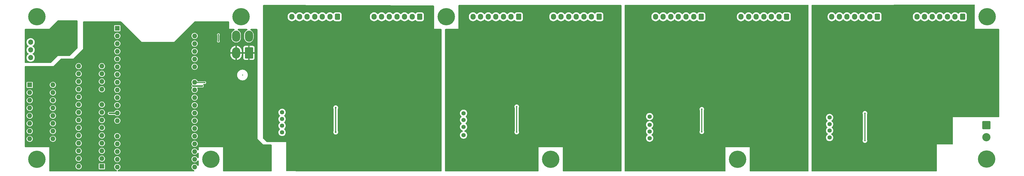
<source format=gbl>
%TF.GenerationSoftware,KiCad,Pcbnew,8.0.4*%
%TF.CreationDate,2024-08-06T16:15:27+08:00*%
%TF.ProjectId,LTC6811_ESP32_V2,4c544336-3831-4315-9f45-535033325f56,rev?*%
%TF.SameCoordinates,Original*%
%TF.FileFunction,Copper,L2,Bot*%
%TF.FilePolarity,Positive*%
%FSLAX46Y46*%
G04 Gerber Fmt 4.6, Leading zero omitted, Abs format (unit mm)*
G04 Created by KiCad (PCBNEW 8.0.4) date 2024-08-06 16:15:27*
%MOMM*%
%LPD*%
G01*
G04 APERTURE LIST*
G04 Aperture macros list*
%AMRoundRect*
0 Rectangle with rounded corners*
0 $1 Rounding radius*
0 $2 $3 $4 $5 $6 $7 $8 $9 X,Y pos of 4 corners*
0 Add a 4 corners polygon primitive as box body*
4,1,4,$2,$3,$4,$5,$6,$7,$8,$9,$2,$3,0*
0 Add four circle primitives for the rounded corners*
1,1,$1+$1,$2,$3*
1,1,$1+$1,$4,$5*
1,1,$1+$1,$6,$7*
1,1,$1+$1,$8,$9*
0 Add four rect primitives between the rounded corners*
20,1,$1+$1,$2,$3,$4,$5,0*
20,1,$1+$1,$4,$5,$6,$7,0*
20,1,$1+$1,$6,$7,$8,$9,0*
20,1,$1+$1,$8,$9,$2,$3,0*%
G04 Aperture macros list end*
%TA.AperFunction,ComponentPad*%
%ADD10C,5.700000*%
%TD*%
%TA.AperFunction,ComponentPad*%
%ADD11R,1.600000X1.600000*%
%TD*%
%TA.AperFunction,ComponentPad*%
%ADD12O,1.600000X1.600000*%
%TD*%
%TA.AperFunction,ComponentPad*%
%ADD13RoundRect,0.250001X-1.099999X1.099999X-1.099999X-1.099999X1.099999X-1.099999X1.099999X1.099999X0*%
%TD*%
%TA.AperFunction,ComponentPad*%
%ADD14C,2.700000*%
%TD*%
%TA.AperFunction,ComponentPad*%
%ADD15C,1.400000*%
%TD*%
%TA.AperFunction,ComponentPad*%
%ADD16O,1.400000X1.400000*%
%TD*%
%TA.AperFunction,ComponentPad*%
%ADD17O,1.700000X1.950000*%
%TD*%
%TA.AperFunction,ComponentPad*%
%ADD18RoundRect,0.250000X0.600000X0.725000X-0.600000X0.725000X-0.600000X-0.725000X0.600000X-0.725000X0*%
%TD*%
%TA.AperFunction,ComponentPad*%
%ADD19RoundRect,0.250001X1.099999X1.599999X-1.099999X1.599999X-1.099999X-1.599999X1.099999X-1.599999X0*%
%TD*%
%TA.AperFunction,ComponentPad*%
%ADD20O,2.700000X3.700000*%
%TD*%
%TA.AperFunction,ComponentPad*%
%ADD21R,1.700000X1.700000*%
%TD*%
%TA.AperFunction,ComponentPad*%
%ADD22O,1.700000X1.700000*%
%TD*%
%TA.AperFunction,ViaPad*%
%ADD23C,0.800000*%
%TD*%
%TA.AperFunction,ViaPad*%
%ADD24C,0.500000*%
%TD*%
%TA.AperFunction,ViaPad*%
%ADD25C,0.600000*%
%TD*%
%TA.AperFunction,Conductor*%
%ADD26C,0.500000*%
%TD*%
%TA.AperFunction,Conductor*%
%ADD27C,0.300000*%
%TD*%
%ADD28C,0.350000*%
%ADD29C,0.300000*%
G04 APERTURE END LIST*
D10*
%TO.P,J20,1,Pin_1*%
%TO.N,unconnected-(J20-Pin_1-Pad1)*%
X315900000Y4100000D03*
%TD*%
D11*
%TO.P,U8,1,3V3*%
%TO.N,+3V3*%
X30365000Y47220000D03*
D12*
%TO.P,U8,2,EN*%
%TO.N,/MCU/NRST*%
X30365000Y44680000D03*
%TO.P,U8,3,SENSOR_VP*%
%TO.N,unconnected-(U8-SENSOR_VP-Pad3)*%
X30365000Y42140000D03*
%TO.P,U8,4,SENSOR_VN*%
%TO.N,unconnected-(U8-SENSOR_VN-Pad4)*%
X30365000Y39600000D03*
%TO.P,U8,5,IO34*%
%TO.N,/CAN/RXD*%
X30365000Y37060000D03*
%TO.P,U8,6,IO35*%
%TO.N,unconnected-(U8-IO35-Pad6)*%
X30365000Y34520000D03*
%TO.P,U8,7,IO32*%
%TO.N,/CAN/TXD*%
X30365000Y31980000D03*
%TO.P,U8,8,IO33*%
%TO.N,unconnected-(U8-IO33-Pad8)*%
X30365000Y29440000D03*
%TO.P,U8,9,IO25*%
%TO.N,unconnected-(U8-IO25-Pad9)*%
X30365000Y26900000D03*
%TO.P,U8,10,IO26*%
%TO.N,unconnected-(U8-IO26-Pad10)*%
X30365000Y24360000D03*
%TO.P,U8,11,IO27*%
%TO.N,unconnected-(U8-IO27-Pad11)*%
X30365000Y21820000D03*
%TO.P,U8,12,IO14*%
%TO.N,/MCU/HSPI_SCK*%
X30365000Y19280000D03*
%TO.P,U8,13,IO12*%
%TO.N,/MCU/HSPI_MISO*%
X30365000Y16740000D03*
%TO.P,U8,14,GND*%
%TO.N,GND*%
X30365000Y14200000D03*
%TO.P,U8,15,IO13*%
%TO.N,/MCU/HSPI_MOSI*%
X30365000Y11660000D03*
%TO.P,U8,16,SD2*%
%TO.N,unconnected-(U8-SD2-Pad16)*%
X30365000Y9120000D03*
%TO.P,U8,17,SD3*%
%TO.N,unconnected-(U8-SD3-Pad17)*%
X30365000Y6580000D03*
%TO.P,U8,18,CMD*%
%TO.N,unconnected-(U8-CMD-Pad18)*%
X30365000Y4040000D03*
%TO.P,U8,19,5V*%
%TO.N,/MCU/5V*%
X30365000Y1500000D03*
%TO.P,U8,20,CLK*%
%TO.N,unconnected-(U8-CLK-Pad20)*%
X55765000Y1500000D03*
%TO.P,U8,21,SD0*%
%TO.N,unconnected-(U8-SD0-Pad21)*%
X55765000Y4040000D03*
%TO.P,U8,22,SD1*%
%TO.N,unconnected-(U8-SD1-Pad22)*%
X55765000Y6580000D03*
%TO.P,U8,23,IO15*%
%TO.N,/MCU/HSPI_CS*%
X55765000Y9120000D03*
%TO.P,U8,24,IO2*%
%TO.N,unconnected-(U8-IO2-Pad24)*%
X55765000Y11660000D03*
%TO.P,U8,25,IO0*%
%TO.N,unconnected-(U8-IO0-Pad25)*%
X55765000Y14200000D03*
%TO.P,U8,26,IO4*%
%TO.N,unconnected-(U8-IO4-Pad26)*%
X55765000Y16740000D03*
%TO.P,U8,27,IO16*%
%TO.N,unconnected-(U8-IO16-Pad27)*%
X55765000Y19280000D03*
%TO.P,U8,28,IO17*%
%TO.N,unconnected-(U8-IO17-Pad28)*%
X55765000Y21820000D03*
%TO.P,U8,29,IO5*%
%TO.N,/MCU/VSPI_CS*%
X55765000Y24360000D03*
%TO.P,U8,30,IO18*%
%TO.N,/MCU/VSPI_SCK*%
X55765000Y26900000D03*
%TO.P,U8,31,IO19*%
%TO.N,/MCU/VSPI_MISO*%
X55765000Y29440000D03*
%TO.P,U8,32,GND*%
%TO.N,GND*%
X55765000Y31980000D03*
%TO.P,U8,33,IO21*%
%TO.N,unconnected-(U8-IO21-Pad33)*%
X55765000Y34520000D03*
%TO.P,U8,34,RXD0*%
%TO.N,unconnected-(U8-RXD0-Pad34)*%
X55765000Y37060000D03*
%TO.P,U8,35,TXD0*%
%TO.N,unconnected-(U8-TXD0-Pad35)*%
X55765000Y39600000D03*
%TO.P,U8,36,IO22*%
%TO.N,unconnected-(U8-IO22-Pad36)*%
X55765000Y42140000D03*
%TO.P,U8,37,IO23*%
%TO.N,/MCU/VSPI_MOSI*%
X55765000Y44680000D03*
%TO.P,U8,38,GND*%
%TO.N,GND*%
X55765000Y47220000D03*
%TD*%
D13*
%TO.P,J9,1,Pin_1*%
%TO.N,/Slaves/PB*%
X315750000Y15257500D03*
D14*
%TO.P,J9,2,Pin_2*%
%TO.N,/Slaves/MB*%
X315750000Y11297500D03*
%TD*%
D15*
%TO.P,TH19,1*%
%TO.N,/Slaves/LTC6811_4/T4*%
X264295000Y15600000D03*
D16*
%TO.P,TH19,2*%
%TO.N,GND_PACK*%
X266195000Y15600000D03*
%TD*%
D17*
%TO.P,J15,0,Pin_1*%
%TO.N,/Slaves/LTC6811_3/C1_G*%
X207150000Y51000000D03*
%TO.P,J15,1,Pin_2*%
%TO.N,/Slaves/LTC6811_3/C1*%
X209650000Y51000000D03*
%TO.P,J15,2,Pin_3*%
%TO.N,/Slaves/LTC6811_3/C2*%
X212150000Y51000000D03*
%TO.P,J15,3,Pin_4*%
%TO.N,/Slaves/LTC6811_3/C3*%
X214650000Y51000000D03*
%TO.P,J15,4,Pin_5*%
%TO.N,/Slaves/LTC6811_3/C4*%
X217150000Y51000000D03*
%TO.P,J15,5,Pin_6*%
%TO.N,/Slaves/LTC6811_3/C5*%
X219650000Y51000000D03*
D18*
%TO.P,J15,6,Pin_7*%
%TO.N,/Slaves/LTC6811_3/C6*%
X222150000Y51000000D03*
%TD*%
D17*
%TO.P,J14,0,Pin_1*%
%TO.N,/Slaves/LTC6811_3/C6*%
X235200000Y51000000D03*
%TO.P,J14,1,Pin_2*%
%TO.N,/Slaves/LTC6811_3/C7*%
X237700000Y51000000D03*
%TO.P,J14,2,Pin_3*%
%TO.N,/Slaves/LTC6811_3/C8*%
X240200000Y51000000D03*
%TO.P,J14,3,Pin_4*%
%TO.N,/Slaves/LTC6811_3/C9*%
X242700000Y51000000D03*
%TO.P,J14,4,Pin_5*%
%TO.N,/Slaves/LTC6811_3/C10*%
X245200000Y51000000D03*
%TO.P,J14,5,Pin_6*%
%TO.N,/Slaves/LTC6811_3/C11*%
X247700000Y51000000D03*
D18*
%TO.P,J14,6,Pin_7*%
%TO.N,/Slaves/LTC6811_3/C12*%
X250200000Y51000000D03*
%TD*%
D10*
%TO.P,J1,1,Pin_1*%
%TO.N,unconnected-(J1-Pin_1-Pad1)*%
X316000000Y51000000D03*
%TD*%
D15*
%TO.P,TH8,1*%
%TO.N,/Slaves/LTC6811_2/T3*%
X144095000Y14700000D03*
D16*
%TO.P,TH8,2*%
%TO.N,GND_PACK*%
X145995000Y14700000D03*
%TD*%
D10*
%TO.P,J19,1,Pin_1*%
%TO.N,unconnected-(J19-Pin_1-Pad1)*%
X138400000Y51000000D03*
%TD*%
D11*
%TO.P,SW1,1*%
%TO.N,+3V3*%
X1600000Y28540000D03*
D12*
%TO.P,SW1,2*%
X1600000Y26000000D03*
%TO.P,SW1,3*%
X1600000Y23460000D03*
%TO.P,SW1,4*%
X1600000Y20920000D03*
%TO.P,SW1,5*%
X1600000Y18380000D03*
%TO.P,SW1,6*%
X1600000Y15840000D03*
%TO.P,SW1,7*%
X1600000Y13300000D03*
%TO.P,SW1,8*%
X1600000Y10760000D03*
%TO.P,SW1,9*%
%TO.N,Net-(U1-GPA7)*%
X9220000Y10760000D03*
%TO.P,SW1,10*%
%TO.N,Net-(U1-GPA6)*%
X9220000Y13300000D03*
%TO.P,SW1,11*%
%TO.N,Net-(U1-GPA5)*%
X9220000Y15840000D03*
%TO.P,SW1,12*%
%TO.N,Net-(U1-GPA4)*%
X9220000Y18380000D03*
%TO.P,SW1,13*%
%TO.N,Net-(U1-GPA3)*%
X9220000Y20920000D03*
%TO.P,SW1,14*%
%TO.N,Net-(U1-GPA2)*%
X9220000Y23460000D03*
%TO.P,SW1,15*%
%TO.N,Net-(U1-GPA1)*%
X9220000Y26000000D03*
%TO.P,SW1,16*%
%TO.N,Net-(U1-GPA0)*%
X9220000Y28540000D03*
%TD*%
D15*
%TO.P,TH20,1*%
%TO.N,/Slaves/LTC6811_4/T5*%
X264295000Y17800000D03*
D16*
%TO.P,TH20,2*%
%TO.N,GND_PACK*%
X266195000Y17800000D03*
%TD*%
D15*
%TO.P,TH17,1*%
%TO.N,/Slaves/LTC6811_4/T2*%
X264300000Y11200000D03*
D16*
%TO.P,TH17,2*%
%TO.N,GND_PACK*%
X266200000Y11200000D03*
%TD*%
D18*
%TO.P,J17,6,Pin_7*%
%TO.N,/Slaves/LTC6811_4/C6*%
X280000000Y51000000D03*
D17*
%TO.P,J17,5,Pin_6*%
%TO.N,/Slaves/LTC6811_4/C5*%
X277500000Y51000000D03*
%TO.P,J17,4,Pin_5*%
%TO.N,/Slaves/LTC6811_4/C4*%
X275000000Y51000000D03*
%TO.P,J17,3,Pin_4*%
%TO.N,/Slaves/LTC6811_4/C3*%
X272500000Y51000000D03*
%TO.P,J17,2,Pin_3*%
%TO.N,/Slaves/LTC6811_4/C2*%
X270000000Y51000000D03*
%TO.P,J17,1,Pin_2*%
%TO.N,/Slaves/LTC6811_4/C1*%
X267500000Y51000000D03*
%TO.P,J17,0,Pin_1*%
%TO.N,/Slaves/LTC6811_4/C1_G*%
X265000000Y51000000D03*
%TD*%
D15*
%TO.P,TH3,1*%
%TO.N,/Slaves/LTC6811_1/T3*%
X84495000Y15100000D03*
D16*
%TO.P,TH3,2*%
%TO.N,GND_PACK*%
X86395000Y15100000D03*
%TD*%
D15*
%TO.P,TH9,1*%
%TO.N,/Slaves/LTC6811_2/T4*%
X144095000Y17000000D03*
D16*
%TO.P,TH9,2*%
%TO.N,GND_PACK*%
X145995000Y17000000D03*
%TD*%
D15*
%TO.P,TH7,1*%
%TO.N,/Slaves/LTC6811_2/T2*%
X144095000Y12000000D03*
D16*
%TO.P,TH7,2*%
%TO.N,GND_PACK*%
X145995000Y12000000D03*
%TD*%
D10*
%TO.P,J2,1,Pin_1*%
%TO.N,unconnected-(J2-Pin_1-Pad1)*%
X234100000Y4000000D03*
%TD*%
D11*
%TO.P,U1,1,GPB0*%
%TO.N,unconnected-(U1-GPB0-Pad1)*%
X25300000Y1710000D03*
D12*
%TO.P,U1,2,GPB1*%
%TO.N,unconnected-(U1-GPB1-Pad2)*%
X25300000Y4250000D03*
%TO.P,U1,3,GPB2*%
%TO.N,unconnected-(U1-GPB2-Pad3)*%
X25300000Y6790000D03*
%TO.P,U1,4,GPB3*%
%TO.N,unconnected-(U1-GPB3-Pad4)*%
X25300000Y9330000D03*
%TO.P,U1,5,GPB4*%
%TO.N,unconnected-(U1-GPB4-Pad5)*%
X25300000Y11870000D03*
%TO.P,U1,6,GPB5*%
%TO.N,unconnected-(U1-GPB5-Pad6)*%
X25300000Y14410000D03*
%TO.P,U1,7,GPB6*%
%TO.N,unconnected-(U1-GPB6-Pad7)*%
X25300000Y16950000D03*
%TO.P,U1,8,GPB7*%
%TO.N,unconnected-(U1-GPB7-Pad8)*%
X25300000Y19490000D03*
%TO.P,U1,9,VDD*%
%TO.N,+3V3*%
X25300000Y22030000D03*
%TO.P,U1,10,VSS*%
%TO.N,GND*%
X25300000Y24570000D03*
%TO.P,U1,11,~{CS}*%
%TO.N,/MCU/HSPI_CS*%
X25300000Y27110000D03*
%TO.P,U1,12,SCK*%
%TO.N,/MCU/HSPI_SCK*%
X25300000Y29650000D03*
%TO.P,U1,13,SI*%
%TO.N,/MCU/HSPI_MOSI*%
X25300000Y32190000D03*
%TO.P,U1,14,SO*%
%TO.N,/MCU/HSPI_MISO*%
X25300000Y34730000D03*
%TO.P,U1,15,A0*%
%TO.N,Net-(JP3-C)*%
X17680000Y34730000D03*
%TO.P,U1,16,A1*%
%TO.N,Net-(JP2-C)*%
X17680000Y32190000D03*
%TO.P,U1,17,A2*%
%TO.N,Net-(JP1-C)*%
X17680000Y29650000D03*
%TO.P,U1,18,~{RESET}*%
%TO.N,+3V3*%
X17680000Y27110000D03*
%TO.P,U1,19,INTB*%
%TO.N,/MCU/INTB*%
X17680000Y24570000D03*
%TO.P,U1,20,INTA*%
%TO.N,/MCU/INTA*%
X17680000Y22030000D03*
%TO.P,U1,21,GPA0*%
%TO.N,Net-(U1-GPA0)*%
X17680000Y19490000D03*
%TO.P,U1,22,GPA1*%
%TO.N,Net-(U1-GPA1)*%
X17680000Y16950000D03*
%TO.P,U1,23,GPA2*%
%TO.N,Net-(U1-GPA2)*%
X17680000Y14410000D03*
%TO.P,U1,24,GPA3*%
%TO.N,Net-(U1-GPA3)*%
X17680000Y11870000D03*
%TO.P,U1,25,GPA4*%
%TO.N,Net-(U1-GPA4)*%
X17680000Y9330000D03*
%TO.P,U1,26,GPA5*%
%TO.N,Net-(U1-GPA5)*%
X17680000Y6790000D03*
%TO.P,U1,27,GPA6*%
%TO.N,Net-(U1-GPA6)*%
X17680000Y4250000D03*
%TO.P,U1,28,GPA7*%
%TO.N,Net-(U1-GPA7)*%
X17680000Y1710000D03*
%TD*%
D17*
%TO.P,J11,0,Pin_1*%
%TO.N,/Slaves/LTC6811_1/C1_G*%
X87700000Y51000000D03*
%TO.P,J11,1,Pin_2*%
%TO.N,/Slaves/LTC6811_1/C1*%
X90200000Y51000000D03*
%TO.P,J11,2,Pin_3*%
%TO.N,/Slaves/LTC6811_1/C2*%
X92700000Y51000000D03*
%TO.P,J11,3,Pin_4*%
%TO.N,/Slaves/LTC6811_1/C3*%
X95200000Y51000000D03*
%TO.P,J11,4,Pin_5*%
%TO.N,/Slaves/LTC6811_1/C4*%
X97700000Y51000000D03*
%TO.P,J11,5,Pin_6*%
%TO.N,/Slaves/LTC6811_1/C5*%
X100200000Y51000000D03*
D18*
%TO.P,J11,6,Pin_7*%
%TO.N,/Slaves/LTC6811_1/C6*%
X102700000Y51000000D03*
%TD*%
D15*
%TO.P,TH5,1*%
%TO.N,/Slaves/LTC6811_1/T5*%
X84495000Y19500000D03*
D16*
%TO.P,TH5,2*%
%TO.N,GND_PACK*%
X86395000Y19500000D03*
%TD*%
D19*
%TO.P,J6,1,Pin_1*%
%TO.N,GND*%
X73600000Y39100000D03*
D20*
%TO.P,J6,2,Pin_2*%
X69400000Y39100000D03*
%TO.P,J6,3,Pin_3*%
%TO.N,/PowerSupply/+12V*%
X73600000Y44600000D03*
%TO.P,J6,4,Pin_4*%
X69400000Y44600000D03*
%TD*%
D15*
%TO.P,TH18,1*%
%TO.N,/Slaves/LTC6811_4/T3*%
X264300000Y13500000D03*
D16*
%TO.P,TH18,2*%
%TO.N,GND_PACK*%
X266200000Y13500000D03*
%TD*%
D10*
%TO.P,J4,1,Pin_1*%
%TO.N,unconnected-(J4-Pin_1-Pad1)*%
X172700000Y4000000D03*
%TD*%
D17*
%TO.P,J10,0,Pin_1*%
%TO.N,/Slaves/LTC6811_1/C6*%
X114700000Y51000000D03*
%TO.P,J10,1,Pin_2*%
%TO.N,/Slaves/LTC6811_1/C7*%
X117200000Y51000000D03*
%TO.P,J10,2,Pin_3*%
%TO.N,/Slaves/LTC6811_1/C8*%
X119700000Y51000000D03*
%TO.P,J10,3,Pin_4*%
%TO.N,/Slaves/LTC6811_1/C9*%
X122200000Y51000000D03*
%TO.P,J10,4,Pin_5*%
%TO.N,/Slaves/LTC6811_1/C10*%
X124700000Y51000000D03*
%TO.P,J10,5,Pin_6*%
%TO.N,/Slaves/LTC6811_1/C11*%
X127200000Y51000000D03*
D18*
%TO.P,J10,6,Pin_7*%
%TO.N,/Slaves/LTC6811_1/C12*%
X129700000Y51000000D03*
%TD*%
D10*
%TO.P,J3,1,Pin_1*%
%TO.N,unconnected-(J3-Pin_1-Pad1)*%
X4000000Y51000000D03*
%TD*%
D15*
%TO.P,TH4,1*%
%TO.N,/Slaves/LTC6811_1/T4*%
X84495000Y17300000D03*
D16*
%TO.P,TH4,2*%
%TO.N,GND_PACK*%
X86395000Y17300000D03*
%TD*%
D17*
%TO.P,J13,0,Pin_1*%
%TO.N,/Slaves/LTC6811_2/C1_G*%
X147200000Y51000000D03*
%TO.P,J13,1,Pin_2*%
%TO.N,/Slaves/LTC6811_2/C1*%
X149700000Y51000000D03*
%TO.P,J13,2,Pin_3*%
%TO.N,/Slaves/LTC6811_2/C2*%
X152200000Y51000000D03*
%TO.P,J13,3,Pin_4*%
%TO.N,/Slaves/LTC6811_2/C3*%
X154700000Y51000000D03*
%TO.P,J13,4,Pin_5*%
%TO.N,/Slaves/LTC6811_2/C4*%
X157200000Y51000000D03*
%TO.P,J13,5,Pin_6*%
%TO.N,/Slaves/LTC6811_2/C5*%
X159700000Y51000000D03*
D18*
%TO.P,J13,6,Pin_7*%
%TO.N,/Slaves/LTC6811_2/C6*%
X162200000Y51000000D03*
%TD*%
D10*
%TO.P,J18,1,Pin_1*%
%TO.N,unconnected-(J18-Pin_1-Pad1)*%
X71000000Y51000000D03*
%TD*%
D15*
%TO.P,TH15,1*%
%TO.N,/Slaves/LTC6811_3/T5*%
X205195000Y18100000D03*
D16*
%TO.P,TH15,2*%
%TO.N,GND_PACK*%
X207095000Y18100000D03*
%TD*%
D10*
%TO.P,J8,1,Pin_1*%
%TO.N,unconnected-(J8-Pin_1-Pad1)*%
X61100000Y4000000D03*
%TD*%
D17*
%TO.P,J12,0,Pin_1*%
%TO.N,/Slaves/LTC6811_2/C6*%
X173600000Y51000000D03*
%TO.P,J12,1,Pin_2*%
%TO.N,/Slaves/LTC6811_2/C7*%
X176100000Y51000000D03*
%TO.P,J12,2,Pin_3*%
%TO.N,/Slaves/LTC6811_2/C8*%
X178600000Y51000000D03*
%TO.P,J12,3,Pin_4*%
%TO.N,/Slaves/LTC6811_2/C9*%
X181100000Y51000000D03*
%TO.P,J12,4,Pin_5*%
%TO.N,/Slaves/LTC6811_2/C10*%
X183600000Y51000000D03*
%TO.P,J12,5,Pin_6*%
%TO.N,/Slaves/LTC6811_2/C11*%
X186100000Y51000000D03*
D18*
%TO.P,J12,6,Pin_7*%
%TO.N,/Slaves/LTC6811_2/C12*%
X188600000Y51000000D03*
%TD*%
D17*
%TO.P,J16,0,Pin_1*%
%TO.N,/Slaves/LTC6811_4/C6*%
X293000000Y51000000D03*
%TO.P,J16,1,Pin_2*%
%TO.N,/Slaves/LTC6811_4/C7*%
X295500000Y51000000D03*
%TO.P,J16,2,Pin_3*%
%TO.N,/Slaves/LTC6811_4/C8*%
X298000000Y51000000D03*
%TO.P,J16,3,Pin_4*%
%TO.N,/Slaves/LTC6811_4/C9*%
X300500000Y51000000D03*
%TO.P,J16,4,Pin_5*%
%TO.N,/Slaves/LTC6811_4/C10*%
X303000000Y51000000D03*
%TO.P,J16,5,Pin_6*%
%TO.N,/Slaves/LTC6811_4/C11*%
X305500000Y51000000D03*
D18*
%TO.P,J16,6,Pin_7*%
%TO.N,/Slaves/LTC6811_4/C12*%
X308000000Y51000000D03*
%TD*%
D15*
%TO.P,TH12,1*%
%TO.N,/Slaves/LTC6811_3/T2*%
X205195000Y11000000D03*
D16*
%TO.P,TH12,2*%
%TO.N,GND_PACK*%
X207095000Y11000000D03*
%TD*%
D10*
%TO.P,J7,1,Pin_1*%
%TO.N,unconnected-(J7-Pin_1-Pad1)*%
X4000000Y4000000D03*
%TD*%
D15*
%TO.P,TH10,1*%
%TO.N,/Slaves/LTC6811_2/T5*%
X144095000Y19200000D03*
D16*
%TO.P,TH10,2*%
%TO.N,GND_PACK*%
X145995000Y19200000D03*
%TD*%
D15*
%TO.P,TH13,1*%
%TO.N,/Slaves/LTC6811_3/T3*%
X205195000Y13200000D03*
D16*
%TO.P,TH13,2*%
%TO.N,GND_PACK*%
X207095000Y13200000D03*
%TD*%
D15*
%TO.P,TH14,1*%
%TO.N,/Slaves/LTC6811_3/T4*%
X205195000Y15400000D03*
D16*
%TO.P,TH14,2*%
%TO.N,GND_PACK*%
X207095000Y15400000D03*
%TD*%
D21*
%TO.P,J5,1,Pin_1*%
%TO.N,/CAN/CAN_GND*%
X1900000Y45140000D03*
D22*
%TO.P,J5,2,Pin_2*%
%TO.N,/CAN/CANH*%
X1900000Y42600000D03*
%TO.P,J5,3,Pin_3*%
%TO.N,/CAN/CANL*%
X1900000Y40060000D03*
%TO.P,J5,4,Pin_4*%
%TO.N,/CAN/5V_CAN*%
X1900000Y37520000D03*
%TD*%
D15*
%TO.P,TH2,1*%
%TO.N,/Slaves/LTC6811_1/T2*%
X84495000Y12900000D03*
D16*
%TO.P,TH2,2*%
%TO.N,GND_PACK*%
X86395000Y12900000D03*
%TD*%
D23*
%TO.N,GND_PACK*%
X154000000Y10000000D03*
X305000000Y21000000D03*
X274000000Y8000000D03*
X272000000Y8000000D03*
X220000000Y8000000D03*
X218000000Y8000000D03*
X216000000Y8000000D03*
X214000000Y8000000D03*
X212000000Y8000000D03*
X212000000Y10000000D03*
X214000000Y10000000D03*
X216000000Y10000000D03*
X218000000Y10000000D03*
X220000000Y10000000D03*
X226000000Y10000000D03*
X224000000Y10000000D03*
X222000000Y10000000D03*
X222000000Y12000000D03*
X220000000Y12000000D03*
X218000000Y12000000D03*
X216000000Y12000000D03*
X214000000Y12000000D03*
X200000000Y14000000D03*
X200000000Y18000000D03*
X200000000Y54000000D03*
X202000000Y54000000D03*
X226000000Y52000000D03*
X228000000Y50000000D03*
X230000000Y50000000D03*
X232000000Y52000000D03*
X232000000Y54000000D03*
X236000000Y54000000D03*
X240000000Y54000000D03*
X244000000Y54000000D03*
X248000000Y54000000D03*
X252000000Y54000000D03*
X256000000Y54000000D03*
X256000000Y50000000D03*
X262000000Y50000000D03*
X262000000Y48000000D03*
X262000000Y46000000D03*
X266000000Y46000000D03*
X266000000Y48000000D03*
X282000000Y52000000D03*
X284000000Y52000000D03*
X288000000Y54000000D03*
X290000000Y54000000D03*
X290000000Y52000000D03*
X290300000Y12200000D03*
X292200000Y10100000D03*
X290800000Y4700000D03*
X309000000Y21000000D03*
X311000000Y22000000D03*
X317000000Y22000000D03*
X315000000Y22000000D03*
X313000000Y22000000D03*
X319000000Y23000000D03*
X319000000Y21000000D03*
X319000000Y19000000D03*
X317000000Y19000000D03*
X315000000Y19000000D03*
X313000000Y19000000D03*
X311000000Y19000000D03*
X309000000Y19000000D03*
D24*
%TO.N,+3V3*%
X55200000Y28200000D03*
X58300000Y28200000D03*
D23*
%TO.N,GND*%
X32000000Y16000000D03*
X76000000Y14000000D03*
X13000000Y15000000D03*
X16000000Y28000000D03*
X8000000Y32000000D03*
X22000000Y28000000D03*
X16000000Y18000000D03*
X36000000Y32000000D03*
X64000000Y16000000D03*
X72000000Y3000000D03*
X66000000Y34000000D03*
X20000000Y8000000D03*
X36000000Y24000000D03*
X16000000Y8000000D03*
X76000000Y30000000D03*
X52000000Y40000000D03*
X58500000Y34000000D03*
X68000000Y3000000D03*
X76000000Y22000000D03*
X48000000Y32000000D03*
X44000000Y32000000D03*
X12000000Y36000000D03*
X48000000Y8000000D03*
X26000000Y36000000D03*
X40000000Y40000000D03*
X20000000Y26000000D03*
X64000000Y12000000D03*
X22000000Y32000000D03*
X32000000Y8000000D03*
X16000000Y24000000D03*
X76000000Y34000000D03*
X32000000Y36000000D03*
X16000000Y26000000D03*
X66000000Y26000000D03*
X11000000Y4000000D03*
X52000000Y12000000D03*
X74000000Y3000000D03*
X64000000Y48000000D03*
X52000000Y4000000D03*
X11000000Y23000000D03*
X76000000Y3250000D03*
X32000000Y12000000D03*
X58000000Y48000000D03*
X72000000Y28000000D03*
X28000000Y4000000D03*
X68000000Y28000000D03*
X66400000Y48000000D03*
X48000000Y4000000D03*
X44000000Y12000000D03*
X13000000Y17000000D03*
X80000000Y6000000D03*
X68000000Y32000000D03*
X44000000Y40000000D03*
X6000000Y32000000D03*
X66000000Y42000000D03*
X74000000Y6000000D03*
X20000000Y48000000D03*
X72000000Y16000000D03*
X16000000Y34000000D03*
X16000000Y16000000D03*
X68000000Y12000000D03*
X66000000Y30000000D03*
X12000000Y21000000D03*
X66000000Y6000000D03*
X22000000Y36000000D03*
X36000000Y4000000D03*
X10000000Y32000000D03*
X76000000Y26000000D03*
X80000000Y4000000D03*
X40000000Y8000000D03*
X72000000Y6000000D03*
X36000000Y12000000D03*
X24000000Y38000000D03*
X16000000Y3000000D03*
X22000000Y30000000D03*
X40000000Y24000000D03*
X20000000Y4000000D03*
X76000000Y18000000D03*
X66000000Y24000000D03*
X72000000Y24000000D03*
X80000000Y2000000D03*
X32000000Y40000000D03*
X20000000Y16000000D03*
X4000000Y24000000D03*
X76000000Y38000000D03*
X44000000Y4000000D03*
X26000000Y38000000D03*
X66400000Y45400000D03*
X32000000Y32000000D03*
X22000000Y26000000D03*
X44000000Y8000000D03*
X14000000Y24000000D03*
X48000000Y24000000D03*
X72000000Y20000000D03*
X68000000Y36000000D03*
X76000000Y6000000D03*
X60000000Y12000000D03*
X60000000Y16000000D03*
X4000000Y16000000D03*
X32000000Y20000000D03*
X68000000Y6000000D03*
X66000000Y38000000D03*
X28000000Y8000000D03*
X24000000Y36000000D03*
X72000000Y12000000D03*
X40000000Y4000000D03*
X52000000Y8000000D03*
X4000000Y20000000D03*
X20000000Y12000000D03*
X15000000Y19000000D03*
X52000000Y16000000D03*
X52000000Y36000000D03*
X12000000Y10000000D03*
X20000000Y28000000D03*
X32000000Y4000000D03*
X72000000Y8000000D03*
X22000000Y38000000D03*
X66000000Y28000000D03*
X40000000Y32000000D03*
X48000000Y12000000D03*
X66000000Y22000000D03*
X44000000Y24000000D03*
X52000000Y20000000D03*
X25000000Y45000000D03*
X60000000Y44000000D03*
X66000000Y40000000D03*
X66000000Y36000000D03*
X52000000Y32000000D03*
X2000000Y34000000D03*
X32000000Y48000000D03*
X68000000Y16000000D03*
X32000000Y24000000D03*
X36000000Y8000000D03*
X4000000Y12000000D03*
X32000000Y44000000D03*
X40000000Y12000000D03*
X76000000Y42000000D03*
X20000000Y20000000D03*
X52000000Y24000000D03*
X58500000Y32000000D03*
X22000000Y34000000D03*
X58500000Y36000000D03*
X58000000Y44000000D03*
X60000000Y48000000D03*
X16000000Y13000000D03*
X48000000Y40000000D03*
X14000000Y26000000D03*
X36000000Y40000000D03*
X18000000Y38000000D03*
X36000000Y36000000D03*
X80000000Y8000000D03*
X4000000Y28000000D03*
X25000000Y49000000D03*
X16000000Y30000000D03*
%TO.N,/CAN/CAN_GND*%
X12000000Y42000000D03*
X10000000Y48000000D03*
X8500000Y42500000D03*
X6000000Y44000000D03*
X6000000Y40000000D03*
X12000000Y48000000D03*
X16000000Y46000000D03*
X4000000Y46000000D03*
X8000000Y37000000D03*
X16000000Y48000000D03*
X16000000Y42000000D03*
X4000000Y42000000D03*
D24*
%TO.N,/MCU/HSPI_SCK*%
X27715000Y19150000D03*
%TO.N,GND_PACK*%
X130400000Y28800000D03*
D23*
X101000000Y20000000D03*
X78600000Y18000000D03*
X184000000Y54000000D03*
X98000000Y11900000D03*
X214000000Y20000000D03*
X142000000Y8000000D03*
X138400000Y30000000D03*
D24*
X158300000Y28800000D03*
D23*
X197400000Y22000000D03*
X133000000Y22000000D03*
X221000000Y20000000D03*
D24*
X236900000Y28800000D03*
D23*
X218000000Y20000000D03*
X106000000Y6000000D03*
X158000000Y10000000D03*
X138400000Y26000000D03*
X141200000Y39900000D03*
X254000000Y10000000D03*
X138400000Y22000000D03*
X126000000Y10000000D03*
X256000000Y8000000D03*
X122000000Y1900000D03*
X262000000Y22000000D03*
X107200000Y51900000D03*
X160000000Y13000000D03*
X319000000Y38000000D03*
X260000000Y2000000D03*
X166000000Y51000000D03*
X290000000Y16000000D03*
X98000000Y4000000D03*
X186100000Y5900000D03*
X94000000Y11900000D03*
X262000000Y2000000D03*
X131000000Y10000000D03*
X102000000Y6000000D03*
X204000000Y24000000D03*
X260000000Y6000000D03*
D24*
X94400000Y28800000D03*
D23*
X138400000Y42000000D03*
X149000000Y22000000D03*
X94000000Y9000000D03*
X254000000Y15000000D03*
D24*
X218100000Y28800000D03*
D23*
X254000000Y6000000D03*
X225750000Y14450000D03*
X190000000Y23000000D03*
X138400000Y46100000D03*
X84000000Y47000000D03*
X118000000Y1900000D03*
X193200000Y31900000D03*
X102000000Y9900000D03*
X105200000Y51900000D03*
X117200000Y53900000D03*
X248000000Y18800000D03*
D24*
X222800000Y28800000D03*
D23*
X274000000Y10000000D03*
X111200000Y49750000D03*
X195600000Y54000000D03*
X197400000Y46000000D03*
X158000000Y13000000D03*
X113200000Y17900000D03*
X284000000Y2000000D03*
X121200000Y53900000D03*
X293975000Y54000000D03*
D24*
X271575000Y28900000D03*
D23*
X256000000Y42000000D03*
X250000000Y22000000D03*
X138400000Y38000000D03*
X242000000Y18800000D03*
X234800000Y10200000D03*
X212000000Y20000000D03*
X254000000Y4000000D03*
X103750000Y18750000D03*
X131000000Y16000000D03*
X255000000Y30000000D03*
D24*
X304275000Y28900000D03*
D23*
X78600000Y42000000D03*
D24*
X107800000Y28800000D03*
X204000000Y28800000D03*
D23*
X252000000Y6000000D03*
X133000000Y24000000D03*
X274000000Y3000000D03*
X289975000Y49850000D03*
X301975000Y21000000D03*
X186000000Y23000000D03*
X195600000Y18000000D03*
X192000000Y16000000D03*
X228000000Y18800000D03*
X176000000Y12000000D03*
X260000000Y8000000D03*
X145200000Y23900000D03*
X194000000Y5900000D03*
X142000000Y6000000D03*
X200000000Y24000000D03*
X192000000Y54000000D03*
X143200000Y23900000D03*
X238000000Y10000000D03*
X247200000Y5900000D03*
X278000000Y2000000D03*
X101000000Y18750000D03*
X195600000Y22000000D03*
X106000000Y9900000D03*
X274000000Y18000000D03*
X133200000Y53900000D03*
X88000000Y24000000D03*
D24*
X125900000Y28800000D03*
D23*
X256000000Y4000000D03*
X119200000Y19900000D03*
D24*
X153800000Y28800000D03*
D23*
X256000000Y46000000D03*
X158000000Y2000000D03*
X136500000Y34000000D03*
X276000000Y8000000D03*
X218000000Y5900000D03*
X222000000Y1900000D03*
X126000000Y21900000D03*
X254000000Y8000000D03*
X88000000Y8000000D03*
X151200000Y19900000D03*
X148000000Y8000000D03*
X130000000Y17900000D03*
X280000000Y8000000D03*
X197400000Y38000000D03*
X88000000Y2000000D03*
X142000000Y4000000D03*
D24*
X213500000Y28800000D03*
D23*
X182000000Y10000000D03*
X256000000Y2000000D03*
X169200000Y17900000D03*
X154000000Y8000000D03*
X81000000Y40000000D03*
X136500000Y30000000D03*
X317475000Y27500000D03*
X136500000Y10000000D03*
X78600000Y34000000D03*
X179000000Y21000000D03*
X195600000Y26000000D03*
X106000000Y4000000D03*
X282000000Y16000000D03*
X236000000Y12000000D03*
X195600000Y30000000D03*
D24*
X290275000Y28900000D03*
D23*
X134000000Y4000000D03*
D24*
X85500000Y28800000D03*
D23*
X278000000Y8000000D03*
X192000000Y18000000D03*
X197400000Y30000000D03*
X182000000Y1900000D03*
X116000000Y11900000D03*
X236700000Y8400000D03*
X78600000Y14000000D03*
X197400000Y14000000D03*
X134000000Y10000000D03*
X182000000Y5900000D03*
D24*
X180400000Y28800000D03*
D23*
X256000000Y34000000D03*
X246000000Y18800000D03*
X197400000Y26000000D03*
X258800000Y38000000D03*
X134000000Y13000000D03*
X270000000Y6000000D03*
X98000000Y6000000D03*
D24*
X171500000Y28800000D03*
D23*
X195600000Y42000000D03*
X250000000Y24000000D03*
X181000000Y21000000D03*
X268000000Y3000000D03*
X256000000Y10000000D03*
X176000000Y19000000D03*
X199500000Y28000000D03*
X136500000Y42000000D03*
X148000000Y2900000D03*
X136500000Y18000000D03*
X296000000Y6000000D03*
X258800000Y46000000D03*
X266000000Y22000000D03*
X260000000Y4000000D03*
X114000000Y1900000D03*
X254000000Y22000000D03*
X138400000Y10000000D03*
X83000000Y42000000D03*
X164900000Y14500000D03*
X270000000Y22000000D03*
X274000000Y22000000D03*
X122000000Y10000000D03*
X111200000Y51900000D03*
X133000000Y16000000D03*
X199600000Y25700000D03*
X270000000Y3000000D03*
X195600000Y34000000D03*
X202000000Y1900000D03*
X201200000Y41900000D03*
X286000000Y16000000D03*
X186100000Y3000000D03*
D24*
X250800000Y28800000D03*
D23*
X80750000Y22000000D03*
X294000000Y19000000D03*
X208000000Y24000000D03*
X98000000Y9000000D03*
X218000000Y1900000D03*
X272000000Y10000000D03*
X178000000Y1900000D03*
X78600000Y22000000D03*
X126000000Y3000000D03*
X113000000Y6000000D03*
X80750000Y28100000D03*
X166000000Y2000000D03*
X247200000Y2900000D03*
X142000000Y2000000D03*
X141200000Y41900000D03*
X317475000Y30500000D03*
D24*
X103400000Y28800000D03*
D23*
X94000000Y19900000D03*
X319000000Y34000000D03*
X109200000Y18000000D03*
X81000000Y42000000D03*
X84000000Y24000000D03*
X255000000Y28000000D03*
D24*
X116900000Y28800000D03*
D23*
X197400000Y42000000D03*
X83000000Y40000000D03*
D24*
X90000000Y28800000D03*
D23*
X258800000Y34000000D03*
X262000000Y8000000D03*
X136500000Y14000000D03*
D24*
X266975000Y28900000D03*
D23*
X109200000Y53900000D03*
X319000000Y42000000D03*
X254000000Y2000000D03*
X240000000Y8000000D03*
D24*
X175900000Y28800000D03*
D23*
X134000000Y2000000D03*
X280000000Y6000000D03*
D24*
X145000000Y28800000D03*
D23*
X113000000Y4000000D03*
X130000000Y21900000D03*
X200000000Y22000000D03*
X111200000Y53900000D03*
D24*
X184700000Y28800000D03*
D23*
X126000000Y6000000D03*
X148000000Y5900000D03*
X195600000Y50000000D03*
X98000000Y19900000D03*
X147200000Y23900000D03*
X78600000Y52000000D03*
X84000000Y49000000D03*
X82000000Y24000000D03*
X136500000Y46100000D03*
X193200000Y27900000D03*
X84000000Y45000000D03*
X261975000Y26000000D03*
X254000000Y24000000D03*
D24*
X133900000Y27700000D03*
D23*
X172000000Y54000000D03*
X115200000Y17900000D03*
D24*
X232100000Y28800000D03*
D23*
X186000000Y21000000D03*
X190000000Y21000000D03*
X248000000Y22000000D03*
X258800000Y30000000D03*
X188000000Y23000000D03*
X78600000Y48000000D03*
X138400000Y18000000D03*
X307975000Y54000000D03*
X88000000Y4000000D03*
X254000000Y17000000D03*
D24*
X189100000Y28800000D03*
D23*
X258800000Y42000000D03*
X154000000Y13000000D03*
X180000000Y54000000D03*
X162000000Y2000000D03*
X134000000Y6000000D03*
X209200000Y5900000D03*
X168000000Y54000000D03*
D24*
X299575000Y28900000D03*
X241500000Y28800000D03*
D23*
X78600000Y30000000D03*
D24*
X246100000Y28800000D03*
X112300000Y28800000D03*
D23*
X136500000Y38000000D03*
X226000000Y1900000D03*
X178000000Y10000000D03*
X133000000Y20000000D03*
X105700000Y14400000D03*
X126000000Y19750000D03*
X250000000Y20000000D03*
X221000000Y19000000D03*
X134000000Y8000000D03*
D24*
X285675000Y28900000D03*
D23*
X197400000Y10000000D03*
X252000000Y8000000D03*
X111200000Y17900000D03*
X134000000Y17900000D03*
X216000000Y20000000D03*
X300000000Y19000000D03*
X213200000Y5900000D03*
D24*
X149400000Y28800000D03*
D23*
X153000000Y5900000D03*
X153200000Y19900000D03*
X118000000Y5900000D03*
X252000000Y22000000D03*
X190000000Y10000000D03*
X268000000Y6000000D03*
X155200000Y19900000D03*
X78700000Y38000000D03*
X240000000Y18800000D03*
D24*
X294975000Y28900000D03*
D23*
X262000000Y4000000D03*
X261975000Y42000000D03*
X141200000Y23900000D03*
X252000000Y2000000D03*
X136500000Y26000000D03*
X278000000Y6000000D03*
X232000000Y18800000D03*
X194000000Y13900000D03*
X86000000Y49000000D03*
X176000000Y54000000D03*
X299975000Y54000000D03*
X194000000Y1900000D03*
D24*
X98900000Y28800000D03*
D23*
X295975000Y54000000D03*
X252000000Y20000000D03*
X186000000Y10000000D03*
X263975000Y42000000D03*
X138400000Y14000000D03*
D24*
X276275000Y28900000D03*
D23*
X129200000Y53900000D03*
X183000000Y21000000D03*
X256000000Y38000000D03*
X118000000Y9900000D03*
D24*
X162700000Y28800000D03*
X313575000Y28900000D03*
D23*
X213200000Y2900000D03*
X180000000Y8000000D03*
X170000000Y51000000D03*
X303975000Y54000000D03*
X291975000Y18000000D03*
X113200000Y53900000D03*
X252000000Y4000000D03*
X78600000Y26000000D03*
X282000000Y2000000D03*
X298000000Y19000000D03*
X194000000Y10000000D03*
X204000000Y22000000D03*
X125200000Y53900000D03*
X254000000Y20000000D03*
X207200000Y5900000D03*
X80750000Y26000000D03*
X280000000Y2000000D03*
X80750000Y24000000D03*
X106000000Y18750000D03*
X88000000Y6000000D03*
X197400000Y18000000D03*
X274000000Y6000000D03*
X138400000Y34000000D03*
X221000000Y21000000D03*
X195600000Y14000000D03*
X126000000Y8000000D03*
X286000000Y14000000D03*
X319000000Y46000000D03*
D24*
X167050000Y28800000D03*
D23*
X188000000Y54000000D03*
X195600000Y46000000D03*
D24*
X121400000Y28800000D03*
D23*
X174000000Y9900000D03*
X153000000Y2900000D03*
X102000000Y4000000D03*
X296000000Y2000000D03*
X279299250Y11475878D03*
D24*
X208700000Y28800000D03*
D23*
X195600000Y38000000D03*
X209200000Y2900000D03*
X262000000Y6000000D03*
X263975000Y40000000D03*
D24*
X280975000Y28900000D03*
D23*
X162000000Y10000000D03*
X236000000Y18800000D03*
X109200000Y49750000D03*
D24*
X227500000Y28800000D03*
D23*
X248000000Y20000000D03*
X136500000Y22000000D03*
X202000000Y5900000D03*
X197400000Y34000000D03*
D24*
X308875000Y28900000D03*
D23*
X207200000Y2900000D03*
X197400000Y50000000D03*
X256000000Y12000000D03*
X208000000Y22000000D03*
X261975000Y29000000D03*
X140500000Y26000000D03*
X224000000Y18800000D03*
X261975000Y40000000D03*
X166000000Y11000000D03*
X86000000Y24000000D03*
X140500000Y28100000D03*
X296000000Y19000000D03*
X197400000Y54000000D03*
X107200000Y49750000D03*
X173200000Y17900000D03*
X256000000Y6000000D03*
D24*
%TO.N,Net-(U6-FB)*%
X63575000Y45100000D03*
X63575000Y43000000D03*
D25*
%TO.N,/Slaves/LTC6811_1/cell1/S*%
X102100000Y21000000D03*
X102100000Y13000000D03*
D24*
%TO.N,/Slaves/LTC6811_2/cell1/S*%
X161550000Y13000000D03*
X161550000Y21350000D03*
%TO.N,/Slaves/LTC6811_3/cell1/S*%
X222350000Y20512500D03*
X222350000Y13112500D03*
%TO.N,/Slaves/LTC6811_4/cell1/S*%
X275900000Y19200000D03*
X275900000Y10200000D03*
%TO.N,/MCU/VSPI_MISO*%
X59100000Y29300000D03*
%TD*%
D26*
%TO.N,+3V3*%
X55200000Y28200000D02*
X55210000Y28190000D01*
X58290000Y28190000D02*
X58300000Y28200000D01*
X55210000Y28190000D02*
X58290000Y28190000D01*
%TO.N,/MCU/HSPI_SCK*%
X27715000Y19150000D02*
X30355000Y19150000D01*
X30355000Y19150000D02*
X30365000Y19160000D01*
D27*
%TO.N,Net-(U6-FB)*%
X63575000Y43000000D02*
X63575000Y45100000D01*
%TO.N,/Slaves/LTC6811_1/cell1/S*%
X102100000Y13000000D02*
X102100000Y21000000D01*
%TO.N,/Slaves/LTC6811_2/cell1/S*%
X161550000Y13000000D02*
X161550000Y21350000D01*
%TO.N,/Slaves/LTC6811_3/cell1/S*%
X222350000Y13112500D02*
X222350000Y20512500D01*
%TO.N,/Slaves/LTC6811_4/cell1/S*%
X275900000Y10200000D02*
X275900000Y19200000D01*
%TO.N,/MCU/VSPI_MISO*%
X55885000Y29320000D02*
X55765000Y29440000D01*
X59080000Y29320000D02*
X55885000Y29320000D01*
X59100000Y29300000D02*
X59080000Y29320000D01*
%TD*%
%TA.AperFunction,Conductor*%
%TO.N,GND_PACK*%
G36*
X134151851Y54709364D02*
G01*
X134247071Y54690085D01*
X134327668Y54635834D01*
X134381369Y54554869D01*
X134400000Y54460365D01*
X134400000Y47000000D01*
X134400001Y47000000D01*
X136651000Y47000000D01*
X136746288Y46981046D01*
X136827070Y46927070D01*
X136881046Y46846288D01*
X136900000Y46751000D01*
X136900000Y301428D01*
X136881046Y206140D01*
X136827070Y125358D01*
X136746288Y71382D01*
X136651000Y52428D01*
X91878250Y52428D01*
X91876301Y52436D01*
X86047051Y98067D01*
X85951914Y117766D01*
X85871558Y172373D01*
X85818215Y253574D01*
X85800000Y347059D01*
X85800000Y9699999D01*
X85800000Y9700000D01*
X85799999Y9700000D01*
X79597355Y9700000D01*
X79502067Y9718954D01*
X79428463Y9766034D01*
X78280108Y10826055D01*
X78222946Y10904615D01*
X78200199Y10999069D01*
X78200000Y11009021D01*
X78200000Y19500000D01*
X83289357Y19500000D01*
X83309884Y19278467D01*
X83309885Y19278464D01*
X83370771Y19064472D01*
X83469942Y18865311D01*
X83604019Y18687764D01*
X83604020Y18687763D01*
X83604021Y18687762D01*
X83717828Y18584012D01*
X83775477Y18505810D01*
X83798811Y18411498D01*
X83784278Y18315437D01*
X83734089Y18232249D01*
X83717828Y18215988D01*
X83604021Y18112239D01*
X83604020Y18112238D01*
X83469941Y17934688D01*
X83469941Y17934687D01*
X83370772Y17735531D01*
X83309884Y17521534D01*
X83289357Y17300000D01*
X83309884Y17078467D01*
X83309885Y17078464D01*
X83370771Y16864472D01*
X83469942Y16665311D01*
X83604019Y16487764D01*
X83604020Y16487763D01*
X83604021Y16487762D01*
X83717828Y16384012D01*
X83775477Y16305810D01*
X83798811Y16211498D01*
X83784278Y16115437D01*
X83734089Y16032249D01*
X83717828Y16015988D01*
X83604021Y15912239D01*
X83604020Y15912238D01*
X83469941Y15734688D01*
X83469941Y15734687D01*
X83370772Y15535531D01*
X83309884Y15321534D01*
X83289357Y15100000D01*
X83309884Y14878467D01*
X83309885Y14878464D01*
X83370771Y14664472D01*
X83469942Y14465311D01*
X83604019Y14287764D01*
X83604020Y14287763D01*
X83604021Y14287762D01*
X83717828Y14184012D01*
X83775477Y14105810D01*
X83798811Y14011498D01*
X83784278Y13915437D01*
X83734089Y13832249D01*
X83717828Y13815988D01*
X83604021Y13712239D01*
X83604020Y13712238D01*
X83469941Y13534688D01*
X83469941Y13534687D01*
X83370772Y13335531D01*
X83309884Y13121534D01*
X83289357Y12900000D01*
X83309884Y12678467D01*
X83309885Y12678464D01*
X83370771Y12464472D01*
X83469942Y12265311D01*
X83604019Y12087764D01*
X83756090Y11949133D01*
X83768439Y11937875D01*
X83876632Y11870886D01*
X83957599Y11820753D01*
X84165060Y11740382D01*
X84165063Y11740381D01*
X84383754Y11699500D01*
X84383757Y11699500D01*
X84606246Y11699500D01*
X84824936Y11740381D01*
X84824937Y11740382D01*
X84824940Y11740382D01*
X85032401Y11820753D01*
X85221562Y11937876D01*
X85385981Y12087764D01*
X85520058Y12265311D01*
X85619229Y12464472D01*
X85680115Y12678464D01*
X85700643Y12900000D01*
X85680115Y13121536D01*
X85619229Y13335528D01*
X85520058Y13534689D01*
X85385981Y13712236D01*
X85272171Y13815988D01*
X85214522Y13894190D01*
X85191188Y13988501D01*
X85205721Y14084563D01*
X85255909Y14167750D01*
X85272172Y14184013D01*
X85294084Y14203990D01*
X85385981Y14287764D01*
X85520058Y14465311D01*
X85619229Y14664472D01*
X85680115Y14878464D01*
X85700643Y15100000D01*
X85680115Y15321536D01*
X85619229Y15535528D01*
X85520058Y15734689D01*
X85385981Y15912236D01*
X85272171Y16015988D01*
X85214522Y16094190D01*
X85191188Y16188501D01*
X85205721Y16284563D01*
X85255909Y16367750D01*
X85272172Y16384013D01*
X85294084Y16403990D01*
X85385981Y16487764D01*
X85520058Y16665311D01*
X85619229Y16864472D01*
X85680115Y17078464D01*
X85700643Y17300000D01*
X85680115Y17521536D01*
X85619229Y17735528D01*
X85520058Y17934689D01*
X85385981Y18112236D01*
X85272171Y18215988D01*
X85214522Y18294190D01*
X85191188Y18388501D01*
X85205721Y18484563D01*
X85255909Y18567750D01*
X85272172Y18584013D01*
X85294084Y18603990D01*
X85385981Y18687764D01*
X85520058Y18865311D01*
X85619229Y19064472D01*
X85680115Y19278464D01*
X85700643Y19500000D01*
X85680115Y19721536D01*
X85619229Y19935528D01*
X85520058Y20134689D01*
X85385981Y20312236D01*
X85221562Y20462124D01*
X85221560Y20462126D01*
X85032406Y20579244D01*
X85032405Y20579245D01*
X85032401Y20579247D01*
X84977464Y20600530D01*
X84824936Y20659620D01*
X84606246Y20700500D01*
X84606243Y20700500D01*
X84383757Y20700500D01*
X84383754Y20700500D01*
X84165063Y20659620D01*
X83957601Y20579248D01*
X83957593Y20579244D01*
X83768439Y20462126D01*
X83604018Y20312235D01*
X83469941Y20134688D01*
X83469941Y20134687D01*
X83370772Y19935531D01*
X83309884Y19721534D01*
X83289357Y19500000D01*
X78200000Y19500000D01*
X78200000Y21000004D01*
X101294435Y21000004D01*
X101294435Y20999997D01*
X101314630Y20820755D01*
X101314631Y20820749D01*
X101314632Y20820745D01*
X101374211Y20650478D01*
X101374212Y20650477D01*
X101374212Y20650476D01*
X101411334Y20591398D01*
X101445982Y20500631D01*
X101449500Y20458921D01*
X101449500Y13541080D01*
X101430546Y13445792D01*
X101411335Y13408605D01*
X101374213Y13349527D01*
X101374211Y13349524D01*
X101374211Y13349522D01*
X101369315Y13335528D01*
X101314632Y13179254D01*
X101314630Y13179246D01*
X101294435Y13000004D01*
X101294435Y12999997D01*
X101314630Y12820755D01*
X101314631Y12820749D01*
X101314632Y12820745D01*
X101374211Y12650478D01*
X101374212Y12650477D01*
X101374214Y12650471D01*
X101470180Y12497743D01*
X101470182Y12497741D01*
X101470184Y12497738D01*
X101597738Y12370184D01*
X101597740Y12370183D01*
X101597742Y12370181D01*
X101750470Y12274215D01*
X101750473Y12274214D01*
X101750478Y12274211D01*
X101920745Y12214632D01*
X101920754Y12214631D01*
X102099996Y12194435D01*
X102100000Y12194435D01*
X102100004Y12194435D01*
X102239908Y12210199D01*
X102279255Y12214632D01*
X102449522Y12274211D01*
X102449527Y12274215D01*
X102449529Y12274215D01*
X102602257Y12370181D01*
X102602256Y12370181D01*
X102602262Y12370184D01*
X102729816Y12497738D01*
X102825789Y12650478D01*
X102885368Y12820745D01*
X102905565Y13000000D01*
X102885368Y13179255D01*
X102825789Y13349522D01*
X102788665Y13408605D01*
X102754018Y13499372D01*
X102750500Y13541080D01*
X102750500Y20458921D01*
X102769454Y20554209D01*
X102788666Y20591398D01*
X102825789Y20650478D01*
X102885368Y20820745D01*
X102905565Y21000000D01*
X102885368Y21179255D01*
X102825789Y21349522D01*
X102825786Y21349527D01*
X102825785Y21349530D01*
X102729819Y21502258D01*
X102729817Y21502260D01*
X102729816Y21502262D01*
X102602262Y21629816D01*
X102602259Y21629818D01*
X102602257Y21629820D01*
X102449529Y21725786D01*
X102449524Y21725788D01*
X102449522Y21725789D01*
X102279255Y21785368D01*
X102279251Y21785369D01*
X102279245Y21785370D01*
X102100004Y21805565D01*
X102099996Y21805565D01*
X101920754Y21785370D01*
X101920746Y21785369D01*
X101920745Y21785368D01*
X101750478Y21725789D01*
X101750476Y21725789D01*
X101750476Y21725788D01*
X101750470Y21725786D01*
X101597742Y21629820D01*
X101470180Y21502258D01*
X101374214Y21349530D01*
X101374212Y21349524D01*
X101314632Y21179254D01*
X101314630Y21179246D01*
X101294435Y21000004D01*
X78200000Y21000004D01*
X78200000Y51231297D01*
X86349500Y51231297D01*
X86349500Y50768704D01*
X86382753Y50558760D01*
X86382754Y50558757D01*
X86448443Y50356588D01*
X86544949Y50167184D01*
X86669896Y49995208D01*
X86820208Y49844896D01*
X86992184Y49719949D01*
X87181588Y49623443D01*
X87383757Y49557754D01*
X87457601Y49546059D01*
X87593703Y49524501D01*
X87593710Y49524501D01*
X87593713Y49524500D01*
X87593716Y49524500D01*
X87806284Y49524500D01*
X87806287Y49524500D01*
X87806290Y49524501D01*
X87806296Y49524501D01*
X87905476Y49540211D01*
X88016243Y49557754D01*
X88218412Y49623443D01*
X88407816Y49719949D01*
X88579792Y49844896D01*
X88730104Y49995208D01*
X88748554Y50020604D01*
X88819894Y50086551D01*
X88911044Y50120180D01*
X89008124Y50116367D01*
X89096355Y50075694D01*
X89151444Y50020605D01*
X89169896Y49995208D01*
X89320208Y49844896D01*
X89492184Y49719949D01*
X89681588Y49623443D01*
X89883757Y49557754D01*
X89957601Y49546059D01*
X90093703Y49524501D01*
X90093710Y49524501D01*
X90093713Y49524500D01*
X90093716Y49524500D01*
X90306284Y49524500D01*
X90306287Y49524500D01*
X90306290Y49524501D01*
X90306296Y49524501D01*
X90405476Y49540211D01*
X90516243Y49557754D01*
X90718412Y49623443D01*
X90907816Y49719949D01*
X91079792Y49844896D01*
X91230104Y49995208D01*
X91248554Y50020604D01*
X91319894Y50086551D01*
X91411044Y50120180D01*
X91508124Y50116367D01*
X91596355Y50075694D01*
X91651444Y50020605D01*
X91669896Y49995208D01*
X91820208Y49844896D01*
X91992184Y49719949D01*
X92181588Y49623443D01*
X92383757Y49557754D01*
X92457601Y49546059D01*
X92593703Y49524501D01*
X92593710Y49524501D01*
X92593713Y49524500D01*
X92593716Y49524500D01*
X92806284Y49524500D01*
X92806287Y49524500D01*
X92806290Y49524501D01*
X92806296Y49524501D01*
X92905476Y49540211D01*
X93016243Y49557754D01*
X93218412Y49623443D01*
X93407816Y49719949D01*
X93579792Y49844896D01*
X93730104Y49995208D01*
X93748554Y50020604D01*
X93819894Y50086551D01*
X93911044Y50120180D01*
X94008124Y50116367D01*
X94096355Y50075694D01*
X94151444Y50020605D01*
X94169896Y49995208D01*
X94320208Y49844896D01*
X94492184Y49719949D01*
X94681588Y49623443D01*
X94883757Y49557754D01*
X94957601Y49546059D01*
X95093703Y49524501D01*
X95093710Y49524501D01*
X95093713Y49524500D01*
X95093716Y49524500D01*
X95306284Y49524500D01*
X95306287Y49524500D01*
X95306290Y49524501D01*
X95306296Y49524501D01*
X95405476Y49540211D01*
X95516243Y49557754D01*
X95718412Y49623443D01*
X95907816Y49719949D01*
X96079792Y49844896D01*
X96230104Y49995208D01*
X96248554Y50020604D01*
X96319894Y50086551D01*
X96411044Y50120180D01*
X96508124Y50116367D01*
X96596355Y50075694D01*
X96651444Y50020605D01*
X96669896Y49995208D01*
X96820208Y49844896D01*
X96992184Y49719949D01*
X97181588Y49623443D01*
X97383757Y49557754D01*
X97457601Y49546059D01*
X97593703Y49524501D01*
X97593710Y49524501D01*
X97593713Y49524500D01*
X97593716Y49524500D01*
X97806284Y49524500D01*
X97806287Y49524500D01*
X97806290Y49524501D01*
X97806296Y49524501D01*
X97905476Y49540211D01*
X98016243Y49557754D01*
X98218412Y49623443D01*
X98407816Y49719949D01*
X98579792Y49844896D01*
X98730104Y49995208D01*
X98748554Y50020604D01*
X98819894Y50086551D01*
X98911044Y50120180D01*
X99008124Y50116367D01*
X99096355Y50075694D01*
X99151444Y50020605D01*
X99169896Y49995208D01*
X99320208Y49844896D01*
X99492184Y49719949D01*
X99681588Y49623443D01*
X99883757Y49557754D01*
X99957601Y49546059D01*
X100093703Y49524501D01*
X100093710Y49524501D01*
X100093713Y49524500D01*
X100093716Y49524500D01*
X100306284Y49524500D01*
X100306287Y49524500D01*
X100306290Y49524501D01*
X100306296Y49524501D01*
X100405476Y49540211D01*
X100516243Y49557754D01*
X100718412Y49623443D01*
X100907816Y49719949D01*
X101079792Y49844896D01*
X101106813Y49871917D01*
X101187593Y49925895D01*
X101282881Y49944850D01*
X101378170Y49925897D01*
X101458952Y49871922D01*
X101494813Y49826570D01*
X101507288Y49806344D01*
X101631344Y49682288D01*
X101780666Y49590186D01*
X101780669Y49590185D01*
X101780667Y49590185D01*
X101944310Y49535960D01*
X101947203Y49535001D01*
X102049991Y49524500D01*
X103350008Y49524501D01*
X103452797Y49535001D01*
X103619334Y49590186D01*
X103768656Y49682288D01*
X103892712Y49806344D01*
X103984814Y49955666D01*
X104039999Y50122203D01*
X104050500Y50224991D01*
X104050499Y51231297D01*
X113349500Y51231297D01*
X113349500Y50768704D01*
X113382753Y50558760D01*
X113382754Y50558757D01*
X113448443Y50356588D01*
X113544949Y50167184D01*
X113669896Y49995208D01*
X113820208Y49844896D01*
X113992184Y49719949D01*
X114181588Y49623443D01*
X114383757Y49557754D01*
X114457601Y49546059D01*
X114593703Y49524501D01*
X114593710Y49524501D01*
X114593713Y49524500D01*
X114593716Y49524500D01*
X114806284Y49524500D01*
X114806287Y49524500D01*
X114806290Y49524501D01*
X114806296Y49524501D01*
X114905476Y49540211D01*
X115016243Y49557754D01*
X115218412Y49623443D01*
X115407816Y49719949D01*
X115579792Y49844896D01*
X115730104Y49995208D01*
X115748554Y50020604D01*
X115819894Y50086551D01*
X115911044Y50120180D01*
X116008124Y50116367D01*
X116096355Y50075694D01*
X116151444Y50020605D01*
X116169896Y49995208D01*
X116320208Y49844896D01*
X116492184Y49719949D01*
X116681588Y49623443D01*
X116883757Y49557754D01*
X116957601Y49546059D01*
X117093703Y49524501D01*
X117093710Y49524501D01*
X117093713Y49524500D01*
X117093716Y49524500D01*
X117306284Y49524500D01*
X117306287Y49524500D01*
X117306290Y49524501D01*
X117306296Y49524501D01*
X117405476Y49540211D01*
X117516243Y49557754D01*
X117718412Y49623443D01*
X117907816Y49719949D01*
X118079792Y49844896D01*
X118230104Y49995208D01*
X118248554Y50020604D01*
X118319894Y50086551D01*
X118411044Y50120180D01*
X118508124Y50116367D01*
X118596355Y50075694D01*
X118651444Y50020605D01*
X118669896Y49995208D01*
X118820208Y49844896D01*
X118992184Y49719949D01*
X119181588Y49623443D01*
X119383757Y49557754D01*
X119457601Y49546059D01*
X119593703Y49524501D01*
X119593710Y49524501D01*
X119593713Y49524500D01*
X119593716Y49524500D01*
X119806284Y49524500D01*
X119806287Y49524500D01*
X119806290Y49524501D01*
X119806296Y49524501D01*
X119905476Y49540211D01*
X120016243Y49557754D01*
X120218412Y49623443D01*
X120407816Y49719949D01*
X120579792Y49844896D01*
X120730104Y49995208D01*
X120748554Y50020604D01*
X120819894Y50086551D01*
X120911044Y50120180D01*
X121008124Y50116367D01*
X121096355Y50075694D01*
X121151444Y50020605D01*
X121169896Y49995208D01*
X121320208Y49844896D01*
X121492184Y49719949D01*
X121681588Y49623443D01*
X121883757Y49557754D01*
X121957601Y49546059D01*
X122093703Y49524501D01*
X122093710Y49524501D01*
X122093713Y49524500D01*
X122093716Y49524500D01*
X122306284Y49524500D01*
X122306287Y49524500D01*
X122306290Y49524501D01*
X122306296Y49524501D01*
X122405476Y49540211D01*
X122516243Y49557754D01*
X122718412Y49623443D01*
X122907816Y49719949D01*
X123079792Y49844896D01*
X123230104Y49995208D01*
X123248554Y50020604D01*
X123319894Y50086551D01*
X123411044Y50120180D01*
X123508124Y50116367D01*
X123596355Y50075694D01*
X123651444Y50020605D01*
X123669896Y49995208D01*
X123820208Y49844896D01*
X123992184Y49719949D01*
X124181588Y49623443D01*
X124383757Y49557754D01*
X124457601Y49546059D01*
X124593703Y49524501D01*
X124593710Y49524501D01*
X124593713Y49524500D01*
X124593716Y49524500D01*
X124806284Y49524500D01*
X124806287Y49524500D01*
X124806290Y49524501D01*
X124806296Y49524501D01*
X124905476Y49540211D01*
X125016243Y49557754D01*
X125218412Y49623443D01*
X125407816Y49719949D01*
X125579792Y49844896D01*
X125730104Y49995208D01*
X125748554Y50020604D01*
X125819894Y50086551D01*
X125911044Y50120180D01*
X126008124Y50116367D01*
X126096355Y50075694D01*
X126151444Y50020605D01*
X126169896Y49995208D01*
X126320208Y49844896D01*
X126492184Y49719949D01*
X126681588Y49623443D01*
X126883757Y49557754D01*
X126957601Y49546059D01*
X127093703Y49524501D01*
X127093710Y49524501D01*
X127093713Y49524500D01*
X127093716Y49524500D01*
X127306284Y49524500D01*
X127306287Y49524500D01*
X127306290Y49524501D01*
X127306296Y49524501D01*
X127405476Y49540211D01*
X127516243Y49557754D01*
X127718412Y49623443D01*
X127907816Y49719949D01*
X128079792Y49844896D01*
X128106813Y49871917D01*
X128187593Y49925895D01*
X128282881Y49944850D01*
X128378170Y49925897D01*
X128458952Y49871922D01*
X128494813Y49826570D01*
X128507288Y49806344D01*
X128631344Y49682288D01*
X128780666Y49590186D01*
X128780669Y49590185D01*
X128780667Y49590185D01*
X128944310Y49535960D01*
X128947203Y49535001D01*
X129049991Y49524500D01*
X130350008Y49524501D01*
X130452797Y49535001D01*
X130619334Y49590186D01*
X130768656Y49682288D01*
X130892712Y49806344D01*
X130984814Y49955666D01*
X131039999Y50122203D01*
X131050500Y50224991D01*
X131050499Y51775008D01*
X131039999Y51877797D01*
X131039328Y51879821D01*
X130984814Y52044333D01*
X130984814Y52044334D01*
X130892712Y52193656D01*
X130768656Y52317712D01*
X130619334Y52409814D01*
X130619332Y52409815D01*
X130619330Y52409816D01*
X130619332Y52409816D01*
X130452802Y52464998D01*
X130452798Y52464999D01*
X130452797Y52464999D01*
X130350009Y52475500D01*
X130350005Y52475500D01*
X129049993Y52475500D01*
X128947199Y52464999D01*
X128780667Y52409815D01*
X128631346Y52317714D01*
X128507285Y52193653D01*
X128494812Y52173430D01*
X128428655Y52102280D01*
X128340306Y52061862D01*
X128243216Y52058331D01*
X128152164Y52092224D01*
X128106815Y52128081D01*
X128079793Y52155103D01*
X127907817Y52280050D01*
X127907818Y52280050D01*
X127907816Y52280051D01*
X127718412Y52376557D01*
X127718409Y52376558D01*
X127718407Y52376559D01*
X127516240Y52442247D01*
X127306296Y52475500D01*
X127306287Y52475500D01*
X127093713Y52475500D01*
X127093703Y52475500D01*
X126883759Y52442247D01*
X126681592Y52376559D01*
X126492182Y52280050D01*
X126320206Y52155103D01*
X126169897Y52004794D01*
X126151446Y51979397D01*
X126080103Y51913448D01*
X125988953Y51879821D01*
X125891873Y51883635D01*
X125803642Y51924309D01*
X125748554Y51979397D01*
X125730104Y52004792D01*
X125579792Y52155104D01*
X125407816Y52280051D01*
X125218412Y52376557D01*
X125218409Y52376558D01*
X125218407Y52376559D01*
X125016240Y52442247D01*
X124806296Y52475500D01*
X124806287Y52475500D01*
X124593713Y52475500D01*
X124593703Y52475500D01*
X124383759Y52442247D01*
X124181592Y52376559D01*
X123992182Y52280050D01*
X123820206Y52155103D01*
X123669897Y52004794D01*
X123651446Y51979397D01*
X123580103Y51913448D01*
X123488953Y51879821D01*
X123391873Y51883635D01*
X123303642Y51924309D01*
X123248554Y51979397D01*
X123230104Y52004792D01*
X123079792Y52155104D01*
X122907816Y52280051D01*
X122718412Y52376557D01*
X122718409Y52376558D01*
X122718407Y52376559D01*
X122516240Y52442247D01*
X122306296Y52475500D01*
X122306287Y52475500D01*
X122093713Y52475500D01*
X122093703Y52475500D01*
X121883759Y52442247D01*
X121681592Y52376559D01*
X121492182Y52280050D01*
X121320206Y52155103D01*
X121169897Y52004794D01*
X121151446Y51979397D01*
X121080103Y51913448D01*
X120988953Y51879821D01*
X120891873Y51883635D01*
X120803642Y51924309D01*
X120748554Y51979397D01*
X120730104Y52004792D01*
X120579792Y52155104D01*
X120407816Y52280051D01*
X120218412Y52376557D01*
X120218409Y52376558D01*
X120218407Y52376559D01*
X120016240Y52442247D01*
X119806296Y52475500D01*
X119806287Y52475500D01*
X119593713Y52475500D01*
X119593703Y52475500D01*
X119383759Y52442247D01*
X119181592Y52376559D01*
X118992182Y52280050D01*
X118820206Y52155103D01*
X118669897Y52004794D01*
X118651446Y51979397D01*
X118580103Y51913448D01*
X118488953Y51879821D01*
X118391873Y51883635D01*
X118303642Y51924309D01*
X118248554Y51979397D01*
X118230104Y52004792D01*
X118079792Y52155104D01*
X117907816Y52280051D01*
X117718412Y52376557D01*
X117718409Y52376558D01*
X117718407Y52376559D01*
X117516240Y52442247D01*
X117306296Y52475500D01*
X117306287Y52475500D01*
X117093713Y52475500D01*
X117093703Y52475500D01*
X116883759Y52442247D01*
X116681592Y52376559D01*
X116492182Y52280050D01*
X116320206Y52155103D01*
X116169897Y52004794D01*
X116151446Y51979397D01*
X116080103Y51913448D01*
X115988953Y51879821D01*
X115891873Y51883635D01*
X115803642Y51924309D01*
X115748554Y51979397D01*
X115730104Y52004792D01*
X115579792Y52155104D01*
X115407816Y52280051D01*
X115218412Y52376557D01*
X115218409Y52376558D01*
X115218407Y52376559D01*
X115016240Y52442247D01*
X114806296Y52475500D01*
X114806287Y52475500D01*
X114593713Y52475500D01*
X114593703Y52475500D01*
X114383759Y52442247D01*
X114181592Y52376559D01*
X113992182Y52280050D01*
X113820206Y52155103D01*
X113669897Y52004794D01*
X113544950Y51832818D01*
X113448441Y51643408D01*
X113382753Y51441241D01*
X113349500Y51231297D01*
X104050499Y51231297D01*
X104050499Y51775008D01*
X104039999Y51877797D01*
X104039328Y51879821D01*
X103984814Y52044333D01*
X103984814Y52044334D01*
X103892712Y52193656D01*
X103768656Y52317712D01*
X103619334Y52409814D01*
X103619332Y52409815D01*
X103619330Y52409816D01*
X103619332Y52409816D01*
X103452802Y52464998D01*
X103452798Y52464999D01*
X103452797Y52464999D01*
X103350009Y52475500D01*
X103350005Y52475500D01*
X102049993Y52475500D01*
X101947199Y52464999D01*
X101780667Y52409815D01*
X101631346Y52317714D01*
X101507285Y52193653D01*
X101494812Y52173430D01*
X101428655Y52102280D01*
X101340306Y52061862D01*
X101243216Y52058331D01*
X101152164Y52092224D01*
X101106815Y52128081D01*
X101079793Y52155103D01*
X100907817Y52280050D01*
X100907818Y52280050D01*
X100907816Y52280051D01*
X100718412Y52376557D01*
X100718409Y52376558D01*
X100718407Y52376559D01*
X100516240Y52442247D01*
X100306296Y52475500D01*
X100306287Y52475500D01*
X100093713Y52475500D01*
X100093703Y52475500D01*
X99883759Y52442247D01*
X99681592Y52376559D01*
X99492182Y52280050D01*
X99320206Y52155103D01*
X99169897Y52004794D01*
X99151446Y51979397D01*
X99080103Y51913448D01*
X98988953Y51879821D01*
X98891873Y51883635D01*
X98803642Y51924309D01*
X98748554Y51979397D01*
X98730104Y52004792D01*
X98579792Y52155104D01*
X98407816Y52280051D01*
X98218412Y52376557D01*
X98218409Y52376558D01*
X98218407Y52376559D01*
X98016240Y52442247D01*
X97806296Y52475500D01*
X97806287Y52475500D01*
X97593713Y52475500D01*
X97593703Y52475500D01*
X97383759Y52442247D01*
X97181592Y52376559D01*
X96992182Y52280050D01*
X96820206Y52155103D01*
X96669897Y52004794D01*
X96651446Y51979397D01*
X96580103Y51913448D01*
X96488953Y51879821D01*
X96391873Y51883635D01*
X96303642Y51924309D01*
X96248554Y51979397D01*
X96230104Y52004792D01*
X96079792Y52155104D01*
X95907816Y52280051D01*
X95718412Y52376557D01*
X95718409Y52376558D01*
X95718407Y52376559D01*
X95516240Y52442247D01*
X95306296Y52475500D01*
X95306287Y52475500D01*
X95093713Y52475500D01*
X95093703Y52475500D01*
X94883759Y52442247D01*
X94681592Y52376559D01*
X94492182Y52280050D01*
X94320206Y52155103D01*
X94169897Y52004794D01*
X94151446Y51979397D01*
X94080103Y51913448D01*
X93988953Y51879821D01*
X93891873Y51883635D01*
X93803642Y51924309D01*
X93748554Y51979397D01*
X93730104Y52004792D01*
X93579792Y52155104D01*
X93407816Y52280051D01*
X93218412Y52376557D01*
X93218409Y52376558D01*
X93218407Y52376559D01*
X93016240Y52442247D01*
X92806296Y52475500D01*
X92806287Y52475500D01*
X92593713Y52475500D01*
X92593703Y52475500D01*
X92383759Y52442247D01*
X92181592Y52376559D01*
X91992182Y52280050D01*
X91820206Y52155103D01*
X91669897Y52004794D01*
X91651446Y51979397D01*
X91580103Y51913448D01*
X91488953Y51879821D01*
X91391873Y51883635D01*
X91303642Y51924309D01*
X91248554Y51979397D01*
X91230104Y52004792D01*
X91079792Y52155104D01*
X90907816Y52280051D01*
X90718412Y52376557D01*
X90718409Y52376558D01*
X90718407Y52376559D01*
X90516240Y52442247D01*
X90306296Y52475500D01*
X90306287Y52475500D01*
X90093713Y52475500D01*
X90093703Y52475500D01*
X89883759Y52442247D01*
X89681592Y52376559D01*
X89492182Y52280050D01*
X89320206Y52155103D01*
X89169897Y52004794D01*
X89151446Y51979397D01*
X89080103Y51913448D01*
X88988953Y51879821D01*
X88891873Y51883635D01*
X88803642Y51924309D01*
X88748554Y51979397D01*
X88730104Y52004792D01*
X88579792Y52155104D01*
X88407816Y52280051D01*
X88218412Y52376557D01*
X88218409Y52376558D01*
X88218407Y52376559D01*
X88016240Y52442247D01*
X87806296Y52475500D01*
X87806287Y52475500D01*
X87593713Y52475500D01*
X87593703Y52475500D01*
X87383759Y52442247D01*
X87181592Y52376559D01*
X86992182Y52280050D01*
X86820206Y52155103D01*
X86669897Y52004794D01*
X86544950Y51832818D01*
X86448441Y51643408D01*
X86382753Y51441241D01*
X86349500Y51231297D01*
X78200000Y51231297D01*
X78200000Y54650150D01*
X78218954Y54745438D01*
X78272930Y54826220D01*
X78353712Y54880196D01*
X78449000Y54899150D01*
X78449726Y54899150D01*
X134151851Y54709364D01*
G37*
%TD.AperFunction*%
%TD*%
%TA.AperFunction,Conductor*%
%TO.N,GND_PACK*%
G36*
X257343039Y54880315D02*
G01*
X257388794Y54827511D01*
X257400000Y54776000D01*
X257400000Y176428D01*
X257380315Y109389D01*
X257327511Y63634D01*
X257276000Y52428D01*
X238224000Y52428D01*
X238156961Y72113D01*
X238111206Y124917D01*
X238100000Y176428D01*
X238100000Y8000000D01*
X230100000Y8000000D01*
X230100000Y176428D01*
X230080315Y109389D01*
X230027511Y63634D01*
X229976000Y52428D01*
X197124000Y52428D01*
X197056961Y72113D01*
X197011206Y124917D01*
X197000000Y176428D01*
X197000000Y15400001D01*
X203989357Y15400001D01*
X203989357Y15400000D01*
X204009884Y15178465D01*
X204009885Y15178463D01*
X204070769Y14964477D01*
X204070775Y14964462D01*
X204169938Y14765317D01*
X204169943Y14765309D01*
X204304020Y14587762D01*
X204445464Y14458819D01*
X204468438Y14437876D01*
X204514392Y14409423D01*
X204520845Y14405427D01*
X204567480Y14353399D01*
X204578584Y14284417D01*
X204550631Y14220383D01*
X204520845Y14194573D01*
X204468436Y14162123D01*
X204304020Y14012239D01*
X204169943Y13834692D01*
X204169938Y13834684D01*
X204070775Y13635539D01*
X204070769Y13635524D01*
X204009885Y13421538D01*
X204009884Y13421536D01*
X203989357Y13200001D01*
X203989357Y13200000D01*
X204009884Y12978465D01*
X204009885Y12978463D01*
X204070769Y12764477D01*
X204070775Y12764462D01*
X204169938Y12565317D01*
X204169943Y12565309D01*
X204304020Y12387762D01*
X204445464Y12258819D01*
X204468438Y12237876D01*
X204514392Y12209423D01*
X204520845Y12205427D01*
X204567480Y12153399D01*
X204578584Y12084417D01*
X204550631Y12020383D01*
X204520845Y11994573D01*
X204468436Y11962123D01*
X204304020Y11812239D01*
X204169943Y11634692D01*
X204169938Y11634684D01*
X204070775Y11435539D01*
X204070769Y11435524D01*
X204009885Y11221538D01*
X204009884Y11221536D01*
X203989357Y11000001D01*
X203989357Y11000000D01*
X204009884Y10778465D01*
X204009885Y10778463D01*
X204070769Y10564477D01*
X204070775Y10564462D01*
X204169938Y10365317D01*
X204169943Y10365309D01*
X204304020Y10187762D01*
X204468437Y10037877D01*
X204468439Y10037875D01*
X204657595Y9920755D01*
X204657596Y9920755D01*
X204657599Y9920753D01*
X204865060Y9840382D01*
X205083757Y9799500D01*
X205083759Y9799500D01*
X205306241Y9799500D01*
X205306243Y9799500D01*
X205524940Y9840382D01*
X205732401Y9920753D01*
X205921562Y10037876D01*
X206085981Y10187764D01*
X206220058Y10365311D01*
X206319229Y10564472D01*
X206380115Y10778464D01*
X206400643Y11000000D01*
X206380115Y11221536D01*
X206319229Y11435528D01*
X206319224Y11435539D01*
X206220061Y11634684D01*
X206220056Y11634692D01*
X206085979Y11812239D01*
X205921562Y11962124D01*
X205921560Y11962126D01*
X205869155Y11994573D01*
X205822519Y12046600D01*
X205811415Y12115582D01*
X205839368Y12179616D01*
X205869155Y12205427D01*
X205921560Y12237875D01*
X205921559Y12237875D01*
X205921562Y12237876D01*
X206085981Y12387764D01*
X206220058Y12565311D01*
X206319229Y12764472D01*
X206380115Y12978464D01*
X206400643Y13200000D01*
X206380115Y13421536D01*
X206319229Y13635528D01*
X206319224Y13635539D01*
X206220061Y13834684D01*
X206220056Y13834692D01*
X206085979Y14012239D01*
X205921562Y14162124D01*
X205921560Y14162126D01*
X205869155Y14194573D01*
X205822519Y14246600D01*
X205811415Y14315582D01*
X205839368Y14379616D01*
X205869155Y14405427D01*
X205921560Y14437875D01*
X205921559Y14437875D01*
X205921562Y14437876D01*
X206085981Y14587764D01*
X206220058Y14765311D01*
X206319229Y14964472D01*
X206380115Y15178464D01*
X206400643Y15400000D01*
X206380115Y15621536D01*
X206319229Y15835528D01*
X206319224Y15835539D01*
X206220061Y16034684D01*
X206220056Y16034692D01*
X206085979Y16212239D01*
X205921562Y16362124D01*
X205921560Y16362126D01*
X205732404Y16479246D01*
X205732398Y16479248D01*
X205524940Y16559618D01*
X205306243Y16600500D01*
X205083757Y16600500D01*
X204865060Y16559618D01*
X204733864Y16508793D01*
X204657601Y16479248D01*
X204657595Y16479246D01*
X204468439Y16362126D01*
X204468437Y16362124D01*
X204304020Y16212239D01*
X204169943Y16034692D01*
X204169938Y16034684D01*
X204070775Y15835539D01*
X204070769Y15835524D01*
X204009885Y15621538D01*
X204009884Y15621536D01*
X203989357Y15400001D01*
X197000000Y15400001D01*
X197000000Y18100001D01*
X203989357Y18100001D01*
X203989357Y18100000D01*
X204009884Y17878465D01*
X204009885Y17878463D01*
X204070769Y17664477D01*
X204070775Y17664462D01*
X204169938Y17465317D01*
X204169943Y17465309D01*
X204304020Y17287762D01*
X204468437Y17137877D01*
X204468439Y17137875D01*
X204657595Y17020755D01*
X204657596Y17020755D01*
X204657599Y17020753D01*
X204865060Y16940382D01*
X205083757Y16899500D01*
X205083759Y16899500D01*
X205306241Y16899500D01*
X205306243Y16899500D01*
X205524940Y16940382D01*
X205732401Y17020753D01*
X205921562Y17137876D01*
X206085981Y17287764D01*
X206220058Y17465311D01*
X206319229Y17664472D01*
X206380115Y17878464D01*
X206400643Y18100000D01*
X206380115Y18321536D01*
X206319229Y18535528D01*
X206319224Y18535539D01*
X206220061Y18734684D01*
X206220056Y18734692D01*
X206085979Y18912239D01*
X205921562Y19062124D01*
X205921560Y19062126D01*
X205732404Y19179246D01*
X205732398Y19179248D01*
X205524940Y19259618D01*
X205306243Y19300500D01*
X205083757Y19300500D01*
X204865060Y19259618D01*
X204733864Y19208793D01*
X204657601Y19179248D01*
X204657595Y19179246D01*
X204468439Y19062126D01*
X204468437Y19062124D01*
X204304020Y18912239D01*
X204169943Y18734692D01*
X204169938Y18734684D01*
X204070775Y18535539D01*
X204070769Y18535524D01*
X204009885Y18321538D01*
X204009884Y18321536D01*
X203989357Y18100001D01*
X197000000Y18100001D01*
X197000000Y20512503D01*
X221594751Y20512503D01*
X221594751Y20512498D01*
X221613686Y20344443D01*
X221669542Y20184813D01*
X221669544Y20184810D01*
X221680493Y20167385D01*
X221699500Y20101413D01*
X221699500Y13523589D01*
X221680495Y13457618D01*
X221669544Y13440190D01*
X221613685Y13280557D01*
X221594751Y13112503D01*
X221594751Y13112498D01*
X221613685Y12944444D01*
X221669545Y12784806D01*
X221669547Y12784803D01*
X221759518Y12641616D01*
X221759523Y12641610D01*
X221879109Y12522024D01*
X221879115Y12522019D01*
X222022302Y12432048D01*
X222022305Y12432046D01*
X222022309Y12432045D01*
X222022310Y12432044D01*
X222094913Y12406640D01*
X222181943Y12376186D01*
X222349997Y12357251D01*
X222350000Y12357251D01*
X222350003Y12357251D01*
X222518056Y12376186D01*
X222518059Y12376187D01*
X222677690Y12432044D01*
X222677692Y12432046D01*
X222677694Y12432046D01*
X222677697Y12432048D01*
X222820884Y12522019D01*
X222820885Y12522020D01*
X222820890Y12522023D01*
X222940477Y12641610D01*
X222940481Y12641616D01*
X223030452Y12784803D01*
X223030454Y12784806D01*
X223030454Y12784808D01*
X223030456Y12784810D01*
X223086313Y12944441D01*
X223086313Y12944442D01*
X223086314Y12944444D01*
X223105249Y13112498D01*
X223105249Y13112503D01*
X223086314Y13280557D01*
X223073417Y13317412D01*
X223030456Y13440190D01*
X223019504Y13457619D01*
X223000500Y13523589D01*
X223000500Y20101413D01*
X223019506Y20167385D01*
X223030456Y20184810D01*
X223086313Y20344441D01*
X223105249Y20512500D01*
X223105249Y20512503D01*
X223086314Y20680557D01*
X223030454Y20840195D01*
X223030452Y20840198D01*
X222940481Y20983385D01*
X222940476Y20983391D01*
X222820890Y21102977D01*
X222820884Y21102982D01*
X222677697Y21192953D01*
X222677694Y21192955D01*
X222518056Y21248815D01*
X222350003Y21267749D01*
X222349997Y21267749D01*
X222181943Y21248815D01*
X222022305Y21192955D01*
X222022302Y21192953D01*
X221879115Y21102982D01*
X221879109Y21102977D01*
X221759523Y20983391D01*
X221759518Y20983385D01*
X221669547Y20840198D01*
X221669545Y20840195D01*
X221613685Y20680557D01*
X221594751Y20512503D01*
X197000000Y20512503D01*
X197000000Y51231287D01*
X205799500Y51231287D01*
X205799500Y50768714D01*
X205832753Y50558761D01*
X205898444Y50356586D01*
X205994951Y50167180D01*
X206119890Y49995214D01*
X206270213Y49844891D01*
X206442179Y49719952D01*
X206442181Y49719951D01*
X206442184Y49719949D01*
X206631588Y49623443D01*
X206833757Y49557754D01*
X207043713Y49524500D01*
X207043714Y49524500D01*
X207256286Y49524500D01*
X207256287Y49524500D01*
X207466243Y49557754D01*
X207668412Y49623443D01*
X207857816Y49719949D01*
X207879789Y49735914D01*
X208029786Y49844891D01*
X208029788Y49844894D01*
X208029792Y49844896D01*
X208180104Y49995208D01*
X208299683Y50159796D01*
X208355011Y50202460D01*
X208424624Y50208439D01*
X208486420Y50175834D01*
X208500313Y50159801D01*
X208603925Y50017191D01*
X208619896Y49995208D01*
X208770213Y49844891D01*
X208942179Y49719952D01*
X208942181Y49719951D01*
X208942184Y49719949D01*
X209131588Y49623443D01*
X209333757Y49557754D01*
X209543713Y49524500D01*
X209543714Y49524500D01*
X209756286Y49524500D01*
X209756287Y49524500D01*
X209966243Y49557754D01*
X210168412Y49623443D01*
X210357816Y49719949D01*
X210379789Y49735914D01*
X210529786Y49844891D01*
X210529788Y49844894D01*
X210529792Y49844896D01*
X210680104Y49995208D01*
X210799683Y50159796D01*
X210855011Y50202460D01*
X210924624Y50208439D01*
X210986420Y50175834D01*
X211000313Y50159801D01*
X211103925Y50017191D01*
X211119896Y49995208D01*
X211270213Y49844891D01*
X211442179Y49719952D01*
X211442181Y49719951D01*
X211442184Y49719949D01*
X211631588Y49623443D01*
X211833757Y49557754D01*
X212043713Y49524500D01*
X212043714Y49524500D01*
X212256286Y49524500D01*
X212256287Y49524500D01*
X212466243Y49557754D01*
X212668412Y49623443D01*
X212857816Y49719949D01*
X212879789Y49735914D01*
X213029786Y49844891D01*
X213029788Y49844894D01*
X213029792Y49844896D01*
X213180104Y49995208D01*
X213299683Y50159796D01*
X213355011Y50202460D01*
X213424624Y50208439D01*
X213486420Y50175834D01*
X213500313Y50159801D01*
X213603925Y50017191D01*
X213619896Y49995208D01*
X213770213Y49844891D01*
X213942179Y49719952D01*
X213942181Y49719951D01*
X213942184Y49719949D01*
X214131588Y49623443D01*
X214333757Y49557754D01*
X214543713Y49524500D01*
X214543714Y49524500D01*
X214756286Y49524500D01*
X214756287Y49524500D01*
X214966243Y49557754D01*
X215168412Y49623443D01*
X215357816Y49719949D01*
X215379789Y49735914D01*
X215529786Y49844891D01*
X215529788Y49844894D01*
X215529792Y49844896D01*
X215680104Y49995208D01*
X215799683Y50159796D01*
X215855011Y50202460D01*
X215924624Y50208439D01*
X215986420Y50175834D01*
X216000313Y50159801D01*
X216103925Y50017191D01*
X216119896Y49995208D01*
X216270213Y49844891D01*
X216442179Y49719952D01*
X216442181Y49719951D01*
X216442184Y49719949D01*
X216631588Y49623443D01*
X216833757Y49557754D01*
X217043713Y49524500D01*
X217043714Y49524500D01*
X217256286Y49524500D01*
X217256287Y49524500D01*
X217466243Y49557754D01*
X217668412Y49623443D01*
X217857816Y49719949D01*
X217879789Y49735914D01*
X218029786Y49844891D01*
X218029788Y49844894D01*
X218029792Y49844896D01*
X218180104Y49995208D01*
X218299683Y50159796D01*
X218355011Y50202460D01*
X218424624Y50208439D01*
X218486420Y50175834D01*
X218500313Y50159801D01*
X218603925Y50017191D01*
X218619896Y49995208D01*
X218770213Y49844891D01*
X218942179Y49719952D01*
X218942181Y49719951D01*
X218942184Y49719949D01*
X219131588Y49623443D01*
X219333757Y49557754D01*
X219543713Y49524500D01*
X219543714Y49524500D01*
X219756286Y49524500D01*
X219756287Y49524500D01*
X219966243Y49557754D01*
X220168412Y49623443D01*
X220357816Y49719949D01*
X220529792Y49844896D01*
X220668604Y49983709D01*
X220729923Y50017191D01*
X220799615Y50012207D01*
X220855549Y49970336D01*
X220861821Y49961122D01*
X220865185Y49955667D01*
X220865186Y49955666D01*
X220957288Y49806344D01*
X221081344Y49682288D01*
X221230666Y49590186D01*
X221397203Y49535001D01*
X221499991Y49524500D01*
X222800008Y49524501D01*
X222902797Y49535001D01*
X223069334Y49590186D01*
X223218656Y49682288D01*
X223342712Y49806344D01*
X223434814Y49955666D01*
X223489999Y50122203D01*
X223500500Y50224991D01*
X223500499Y51231287D01*
X233849500Y51231287D01*
X233849500Y50768714D01*
X233882753Y50558761D01*
X233948444Y50356586D01*
X234044951Y50167180D01*
X234169890Y49995214D01*
X234320213Y49844891D01*
X234492179Y49719952D01*
X234492181Y49719951D01*
X234492184Y49719949D01*
X234681588Y49623443D01*
X234883757Y49557754D01*
X235093713Y49524500D01*
X235093714Y49524500D01*
X235306286Y49524500D01*
X235306287Y49524500D01*
X235516243Y49557754D01*
X235718412Y49623443D01*
X235907816Y49719949D01*
X235929789Y49735914D01*
X236079786Y49844891D01*
X236079788Y49844894D01*
X236079792Y49844896D01*
X236230104Y49995208D01*
X236349683Y50159796D01*
X236405011Y50202460D01*
X236474624Y50208439D01*
X236536420Y50175834D01*
X236550313Y50159801D01*
X236653925Y50017191D01*
X236669896Y49995208D01*
X236820213Y49844891D01*
X236992179Y49719952D01*
X236992181Y49719951D01*
X236992184Y49719949D01*
X237181588Y49623443D01*
X237383757Y49557754D01*
X237593713Y49524500D01*
X237593714Y49524500D01*
X237806286Y49524500D01*
X237806287Y49524500D01*
X238016243Y49557754D01*
X238218412Y49623443D01*
X238407816Y49719949D01*
X238429789Y49735914D01*
X238579786Y49844891D01*
X238579788Y49844894D01*
X238579792Y49844896D01*
X238730104Y49995208D01*
X238849683Y50159796D01*
X238905011Y50202460D01*
X238974624Y50208439D01*
X239036420Y50175834D01*
X239050313Y50159801D01*
X239153925Y50017191D01*
X239169896Y49995208D01*
X239320213Y49844891D01*
X239492179Y49719952D01*
X239492181Y49719951D01*
X239492184Y49719949D01*
X239681588Y49623443D01*
X239883757Y49557754D01*
X240093713Y49524500D01*
X240093714Y49524500D01*
X240306286Y49524500D01*
X240306287Y49524500D01*
X240516243Y49557754D01*
X240718412Y49623443D01*
X240907816Y49719949D01*
X240929789Y49735914D01*
X241079786Y49844891D01*
X241079788Y49844894D01*
X241079792Y49844896D01*
X241230104Y49995208D01*
X241349683Y50159796D01*
X241405011Y50202460D01*
X241474624Y50208439D01*
X241536420Y50175834D01*
X241550313Y50159801D01*
X241653925Y50017191D01*
X241669896Y49995208D01*
X241820213Y49844891D01*
X241992179Y49719952D01*
X241992181Y49719951D01*
X241992184Y49719949D01*
X242181588Y49623443D01*
X242383757Y49557754D01*
X242593713Y49524500D01*
X242593714Y49524500D01*
X242806286Y49524500D01*
X242806287Y49524500D01*
X243016243Y49557754D01*
X243218412Y49623443D01*
X243407816Y49719949D01*
X243429789Y49735914D01*
X243579786Y49844891D01*
X243579788Y49844894D01*
X243579792Y49844896D01*
X243730104Y49995208D01*
X243849683Y50159796D01*
X243905011Y50202460D01*
X243974624Y50208439D01*
X244036420Y50175834D01*
X244050313Y50159801D01*
X244153925Y50017191D01*
X244169896Y49995208D01*
X244320213Y49844891D01*
X244492179Y49719952D01*
X244492181Y49719951D01*
X244492184Y49719949D01*
X244681588Y49623443D01*
X244883757Y49557754D01*
X245093713Y49524500D01*
X245093714Y49524500D01*
X245306286Y49524500D01*
X245306287Y49524500D01*
X245516243Y49557754D01*
X245718412Y49623443D01*
X245907816Y49719949D01*
X245929789Y49735914D01*
X246079786Y49844891D01*
X246079788Y49844894D01*
X246079792Y49844896D01*
X246230104Y49995208D01*
X246349683Y50159796D01*
X246405011Y50202460D01*
X246474624Y50208439D01*
X246536420Y50175834D01*
X246550313Y50159801D01*
X246653925Y50017191D01*
X246669896Y49995208D01*
X246820213Y49844891D01*
X246992179Y49719952D01*
X246992181Y49719951D01*
X246992184Y49719949D01*
X247181588Y49623443D01*
X247383757Y49557754D01*
X247593713Y49524500D01*
X247593714Y49524500D01*
X247806286Y49524500D01*
X247806287Y49524500D01*
X248016243Y49557754D01*
X248218412Y49623443D01*
X248407816Y49719949D01*
X248579792Y49844896D01*
X248718604Y49983709D01*
X248779923Y50017191D01*
X248849615Y50012207D01*
X248905549Y49970336D01*
X248911821Y49961122D01*
X248915185Y49955667D01*
X248915186Y49955666D01*
X249007288Y49806344D01*
X249131344Y49682288D01*
X249280666Y49590186D01*
X249447203Y49535001D01*
X249549991Y49524500D01*
X250850008Y49524501D01*
X250952797Y49535001D01*
X251119334Y49590186D01*
X251268656Y49682288D01*
X251392712Y49806344D01*
X251484814Y49955666D01*
X251539999Y50122203D01*
X251550500Y50224991D01*
X251550499Y51775008D01*
X251539999Y51877797D01*
X251484814Y52044334D01*
X251392712Y52193656D01*
X251268656Y52317712D01*
X251119334Y52409814D01*
X250952797Y52464999D01*
X250952795Y52465000D01*
X250850010Y52475500D01*
X249549998Y52475500D01*
X249549981Y52475499D01*
X249447203Y52465000D01*
X249447200Y52464999D01*
X249280668Y52409815D01*
X249280663Y52409813D01*
X249131342Y52317711D01*
X249007289Y52193658D01*
X248911821Y52038879D01*
X248859873Y51992155D01*
X248790910Y51980932D01*
X248726828Y52008776D01*
X248718601Y52016295D01*
X248579786Y52155110D01*
X248407820Y52280049D01*
X248218414Y52376556D01*
X248218413Y52376557D01*
X248218412Y52376557D01*
X248016243Y52442246D01*
X248016241Y52442247D01*
X248016240Y52442247D01*
X247854957Y52467792D01*
X247806287Y52475500D01*
X247593713Y52475500D01*
X247545042Y52467792D01*
X247383760Y52442247D01*
X247181585Y52376556D01*
X246992179Y52280049D01*
X246820213Y52155110D01*
X246669894Y52004791D01*
X246669890Y52004786D01*
X246550318Y51840207D01*
X246494989Y51797541D01*
X246425375Y51791562D01*
X246363580Y51824167D01*
X246349682Y51840207D01*
X246230109Y52004786D01*
X246230105Y52004791D01*
X246079786Y52155110D01*
X245907820Y52280049D01*
X245718414Y52376556D01*
X245718413Y52376557D01*
X245718412Y52376557D01*
X245516243Y52442246D01*
X245516241Y52442247D01*
X245516240Y52442247D01*
X245354957Y52467792D01*
X245306287Y52475500D01*
X245093713Y52475500D01*
X245045042Y52467792D01*
X244883760Y52442247D01*
X244681585Y52376556D01*
X244492179Y52280049D01*
X244320213Y52155110D01*
X244169894Y52004791D01*
X244169890Y52004786D01*
X244050318Y51840207D01*
X243994989Y51797541D01*
X243925375Y51791562D01*
X243863580Y51824167D01*
X243849682Y51840207D01*
X243730109Y52004786D01*
X243730105Y52004791D01*
X243579786Y52155110D01*
X243407820Y52280049D01*
X243218414Y52376556D01*
X243218413Y52376557D01*
X243218412Y52376557D01*
X243016243Y52442246D01*
X243016241Y52442247D01*
X243016240Y52442247D01*
X242854957Y52467792D01*
X242806287Y52475500D01*
X242593713Y52475500D01*
X242545042Y52467792D01*
X242383760Y52442247D01*
X242181585Y52376556D01*
X241992179Y52280049D01*
X241820213Y52155110D01*
X241669894Y52004791D01*
X241669890Y52004786D01*
X241550318Y51840207D01*
X241494989Y51797541D01*
X241425375Y51791562D01*
X241363580Y51824167D01*
X241349682Y51840207D01*
X241230109Y52004786D01*
X241230105Y52004791D01*
X241079786Y52155110D01*
X240907820Y52280049D01*
X240718414Y52376556D01*
X240718413Y52376557D01*
X240718412Y52376557D01*
X240516243Y52442246D01*
X240516241Y52442247D01*
X240516240Y52442247D01*
X240354957Y52467792D01*
X240306287Y52475500D01*
X240093713Y52475500D01*
X240045042Y52467792D01*
X239883760Y52442247D01*
X239681585Y52376556D01*
X239492179Y52280049D01*
X239320213Y52155110D01*
X239169894Y52004791D01*
X239169890Y52004786D01*
X239050318Y51840207D01*
X238994989Y51797541D01*
X238925375Y51791562D01*
X238863580Y51824167D01*
X238849682Y51840207D01*
X238730109Y52004786D01*
X238730105Y52004791D01*
X238579786Y52155110D01*
X238407820Y52280049D01*
X238218414Y52376556D01*
X238218413Y52376557D01*
X238218412Y52376557D01*
X238016243Y52442246D01*
X238016241Y52442247D01*
X238016240Y52442247D01*
X237854957Y52467792D01*
X237806287Y52475500D01*
X237593713Y52475500D01*
X237545042Y52467792D01*
X237383760Y52442247D01*
X237181585Y52376556D01*
X236992179Y52280049D01*
X236820213Y52155110D01*
X236669894Y52004791D01*
X236669890Y52004786D01*
X236550318Y51840207D01*
X236494989Y51797541D01*
X236425375Y51791562D01*
X236363580Y51824167D01*
X236349682Y51840207D01*
X236230109Y52004786D01*
X236230105Y52004791D01*
X236079786Y52155110D01*
X235907820Y52280049D01*
X235718414Y52376556D01*
X235718413Y52376557D01*
X235718412Y52376557D01*
X235516243Y52442246D01*
X235516241Y52442247D01*
X235516240Y52442247D01*
X235354957Y52467792D01*
X235306287Y52475500D01*
X235093713Y52475500D01*
X235045042Y52467792D01*
X234883760Y52442247D01*
X234681585Y52376556D01*
X234492179Y52280049D01*
X234320213Y52155110D01*
X234169890Y52004787D01*
X234044951Y51832821D01*
X233948444Y51643415D01*
X233882753Y51441240D01*
X233849500Y51231287D01*
X223500499Y51231287D01*
X223500499Y51775008D01*
X223489999Y51877797D01*
X223434814Y52044334D01*
X223342712Y52193656D01*
X223218656Y52317712D01*
X223069334Y52409814D01*
X222902797Y52464999D01*
X222902795Y52465000D01*
X222800010Y52475500D01*
X221499998Y52475500D01*
X221499981Y52475499D01*
X221397203Y52465000D01*
X221397200Y52464999D01*
X221230668Y52409815D01*
X221230663Y52409813D01*
X221081342Y52317711D01*
X220957289Y52193658D01*
X220861821Y52038879D01*
X220809873Y51992155D01*
X220740910Y51980932D01*
X220676828Y52008776D01*
X220668601Y52016295D01*
X220529786Y52155110D01*
X220357820Y52280049D01*
X220168414Y52376556D01*
X220168413Y52376557D01*
X220168412Y52376557D01*
X219966243Y52442246D01*
X219966241Y52442247D01*
X219966240Y52442247D01*
X219804957Y52467792D01*
X219756287Y52475500D01*
X219543713Y52475500D01*
X219495042Y52467792D01*
X219333760Y52442247D01*
X219131585Y52376556D01*
X218942179Y52280049D01*
X218770213Y52155110D01*
X218619894Y52004791D01*
X218619890Y52004786D01*
X218500318Y51840207D01*
X218444989Y51797541D01*
X218375375Y51791562D01*
X218313580Y51824167D01*
X218299682Y51840207D01*
X218180109Y52004786D01*
X218180105Y52004791D01*
X218029786Y52155110D01*
X217857820Y52280049D01*
X217668414Y52376556D01*
X217668413Y52376557D01*
X217668412Y52376557D01*
X217466243Y52442246D01*
X217466241Y52442247D01*
X217466240Y52442247D01*
X217304957Y52467792D01*
X217256287Y52475500D01*
X217043713Y52475500D01*
X216995042Y52467792D01*
X216833760Y52442247D01*
X216631585Y52376556D01*
X216442179Y52280049D01*
X216270213Y52155110D01*
X216119894Y52004791D01*
X216119890Y52004786D01*
X216000318Y51840207D01*
X215944989Y51797541D01*
X215875375Y51791562D01*
X215813580Y51824167D01*
X215799682Y51840207D01*
X215680109Y52004786D01*
X215680105Y52004791D01*
X215529786Y52155110D01*
X215357820Y52280049D01*
X215168414Y52376556D01*
X215168413Y52376557D01*
X215168412Y52376557D01*
X214966243Y52442246D01*
X214966241Y52442247D01*
X214966240Y52442247D01*
X214804957Y52467792D01*
X214756287Y52475500D01*
X214543713Y52475500D01*
X214495042Y52467792D01*
X214333760Y52442247D01*
X214131585Y52376556D01*
X213942179Y52280049D01*
X213770213Y52155110D01*
X213619894Y52004791D01*
X213619890Y52004786D01*
X213500318Y51840207D01*
X213444989Y51797541D01*
X213375375Y51791562D01*
X213313580Y51824167D01*
X213299682Y51840207D01*
X213180109Y52004786D01*
X213180105Y52004791D01*
X213029786Y52155110D01*
X212857820Y52280049D01*
X212668414Y52376556D01*
X212668413Y52376557D01*
X212668412Y52376557D01*
X212466243Y52442246D01*
X212466241Y52442247D01*
X212466240Y52442247D01*
X212304957Y52467792D01*
X212256287Y52475500D01*
X212043713Y52475500D01*
X211995042Y52467792D01*
X211833760Y52442247D01*
X211631585Y52376556D01*
X211442179Y52280049D01*
X211270213Y52155110D01*
X211119894Y52004791D01*
X211119890Y52004786D01*
X211000318Y51840207D01*
X210944989Y51797541D01*
X210875375Y51791562D01*
X210813580Y51824167D01*
X210799682Y51840207D01*
X210680109Y52004786D01*
X210680105Y52004791D01*
X210529786Y52155110D01*
X210357820Y52280049D01*
X210168414Y52376556D01*
X210168413Y52376557D01*
X210168412Y52376557D01*
X209966243Y52442246D01*
X209966241Y52442247D01*
X209966240Y52442247D01*
X209804957Y52467792D01*
X209756287Y52475500D01*
X209543713Y52475500D01*
X209495042Y52467792D01*
X209333760Y52442247D01*
X209131585Y52376556D01*
X208942179Y52280049D01*
X208770213Y52155110D01*
X208619894Y52004791D01*
X208619890Y52004786D01*
X208500318Y51840207D01*
X208444989Y51797541D01*
X208375375Y51791562D01*
X208313580Y51824167D01*
X208299682Y51840207D01*
X208180109Y52004786D01*
X208180105Y52004791D01*
X208029786Y52155110D01*
X207857820Y52280049D01*
X207668414Y52376556D01*
X207668413Y52376557D01*
X207668412Y52376557D01*
X207466243Y52442246D01*
X207466241Y52442247D01*
X207466240Y52442247D01*
X207304957Y52467792D01*
X207256287Y52475500D01*
X207043713Y52475500D01*
X206995042Y52467792D01*
X206833760Y52442247D01*
X206631585Y52376556D01*
X206442179Y52280049D01*
X206270213Y52155110D01*
X206119890Y52004787D01*
X205994951Y51832821D01*
X205898444Y51643415D01*
X205832753Y51441240D01*
X205799500Y51231287D01*
X197000000Y51231287D01*
X197000000Y54776000D01*
X197019685Y54843039D01*
X197072489Y54888794D01*
X197124000Y54900000D01*
X257276000Y54900000D01*
X257343039Y54880315D01*
G37*
%TD.AperFunction*%
%TD*%
%TA.AperFunction,Conductor*%
%TO.N,GND_PACK*%
G36*
X311942870Y54967236D02*
G01*
X311988711Y54914507D01*
X312000000Y54862812D01*
X312000000Y47000000D01*
X319865500Y47000000D01*
X319932539Y46980315D01*
X319978294Y46927511D01*
X319989500Y46876000D01*
X319989500Y18024000D01*
X319969815Y17956961D01*
X319917011Y17911206D01*
X319865500Y17900000D01*
X304800000Y17900000D01*
X304800000Y9024000D01*
X304780315Y8956961D01*
X304727511Y8911206D01*
X304676000Y8900000D01*
X299500000Y8900000D01*
X299500000Y176428D01*
X299480315Y109389D01*
X299427511Y63634D01*
X299376000Y52428D01*
X258524000Y52428D01*
X258456961Y72113D01*
X258411206Y124917D01*
X258400000Y176428D01*
X258400000Y17800001D01*
X263089357Y17800001D01*
X263089357Y17800000D01*
X263109884Y17578465D01*
X263109885Y17578463D01*
X263170769Y17364477D01*
X263170775Y17364462D01*
X263269938Y17165317D01*
X263269943Y17165309D01*
X263404020Y16987762D01*
X263545464Y16858819D01*
X263568438Y16837876D01*
X263614392Y16809423D01*
X263620845Y16805427D01*
X263667480Y16753399D01*
X263678584Y16684417D01*
X263650631Y16620383D01*
X263620845Y16594573D01*
X263568436Y16562123D01*
X263404020Y16412239D01*
X263269943Y16234692D01*
X263269938Y16234684D01*
X263170775Y16035539D01*
X263170769Y16035524D01*
X263109885Y15821538D01*
X263109884Y15821536D01*
X263089357Y15600001D01*
X263089357Y15600000D01*
X263109884Y15378465D01*
X263109885Y15378463D01*
X263170769Y15164477D01*
X263170775Y15164462D01*
X263269938Y14965317D01*
X263269943Y14965309D01*
X263404018Y14787765D01*
X263566812Y14639358D01*
X263603093Y14579646D01*
X263601332Y14509799D01*
X263566812Y14456084D01*
X263409018Y14312236D01*
X263274943Y14134692D01*
X263274938Y14134684D01*
X263175775Y13935539D01*
X263175769Y13935524D01*
X263114885Y13721538D01*
X263114884Y13721536D01*
X263094357Y13500001D01*
X263094357Y13500000D01*
X263114884Y13278465D01*
X263114885Y13278463D01*
X263175769Y13064477D01*
X263175775Y13064462D01*
X263274938Y12865317D01*
X263274943Y12865309D01*
X263409020Y12687762D01*
X263550464Y12558819D01*
X263573438Y12537876D01*
X263679617Y12472133D01*
X263706598Y12455427D01*
X263753233Y12403399D01*
X263764337Y12334417D01*
X263736384Y12270383D01*
X263706598Y12244573D01*
X263573436Y12162123D01*
X263409020Y12012239D01*
X263274943Y11834692D01*
X263274938Y11834684D01*
X263175775Y11635539D01*
X263175769Y11635524D01*
X263114885Y11421538D01*
X263114884Y11421536D01*
X263094357Y11200001D01*
X263094357Y11200000D01*
X263114884Y10978465D01*
X263114885Y10978463D01*
X263175769Y10764477D01*
X263175775Y10764462D01*
X263274938Y10565317D01*
X263274943Y10565309D01*
X263409020Y10387762D01*
X263573437Y10237877D01*
X263573439Y10237875D01*
X263762595Y10120755D01*
X263762596Y10120755D01*
X263762599Y10120753D01*
X263970060Y10040382D01*
X264188757Y9999500D01*
X264188759Y9999500D01*
X264411241Y9999500D01*
X264411243Y9999500D01*
X264629940Y10040382D01*
X264837401Y10120753D01*
X265026562Y10237876D01*
X265166282Y10365249D01*
X265190979Y10387762D01*
X265309809Y10545118D01*
X265325058Y10565311D01*
X265424229Y10764472D01*
X265485115Y10978464D01*
X265505643Y11200000D01*
X265485115Y11421536D01*
X265424229Y11635528D01*
X265332284Y11820178D01*
X265325061Y11834684D01*
X265325056Y11834692D01*
X265190979Y12012239D01*
X265026562Y12162124D01*
X265026560Y12162126D01*
X264893402Y12244573D01*
X264846766Y12296601D01*
X264835662Y12365582D01*
X264863615Y12429617D01*
X264893402Y12455427D01*
X265026560Y12537875D01*
X265026559Y12537875D01*
X265026562Y12537876D01*
X265190981Y12687764D01*
X265325058Y12865311D01*
X265424229Y13064472D01*
X265485115Y13278464D01*
X265505643Y13500000D01*
X265485115Y13721536D01*
X265424229Y13935528D01*
X265338601Y14107492D01*
X265325061Y14134684D01*
X265325056Y14134692D01*
X265190981Y14312236D01*
X265028187Y14460643D01*
X264991906Y14520355D01*
X264993667Y14590202D01*
X265028187Y14643916D01*
X265185981Y14787764D01*
X265320058Y14965311D01*
X265419229Y15164472D01*
X265480115Y15378464D01*
X265500643Y15600000D01*
X265480115Y15821536D01*
X265419229Y16035528D01*
X265419224Y16035539D01*
X265320061Y16234684D01*
X265320056Y16234692D01*
X265185979Y16412239D01*
X265021562Y16562124D01*
X265021560Y16562126D01*
X264969155Y16594573D01*
X264922519Y16646600D01*
X264911415Y16715582D01*
X264939368Y16779616D01*
X264969155Y16805427D01*
X265021560Y16837875D01*
X265021559Y16837875D01*
X265021562Y16837876D01*
X265185981Y16987764D01*
X265320058Y17165311D01*
X265419229Y17364472D01*
X265480115Y17578464D01*
X265500643Y17800000D01*
X265480115Y18021536D01*
X265419229Y18235528D01*
X265419224Y18235539D01*
X265320061Y18434684D01*
X265320056Y18434692D01*
X265185979Y18612239D01*
X265021562Y18762124D01*
X265021560Y18762126D01*
X264832404Y18879246D01*
X264832398Y18879248D01*
X264624940Y18959618D01*
X264406243Y19000500D01*
X264183757Y19000500D01*
X263965060Y18959618D01*
X263833864Y18908793D01*
X263757601Y18879248D01*
X263757595Y18879246D01*
X263568439Y18762126D01*
X263568437Y18762124D01*
X263404020Y18612239D01*
X263269943Y18434692D01*
X263269938Y18434684D01*
X263170775Y18235539D01*
X263170769Y18235524D01*
X263109885Y18021538D01*
X263109884Y18021536D01*
X263089357Y17800001D01*
X258400000Y17800001D01*
X258400000Y19200003D01*
X275144751Y19200003D01*
X275144751Y19199998D01*
X275163686Y19031943D01*
X275219542Y18872313D01*
X275219544Y18872310D01*
X275230493Y18854885D01*
X275249500Y18788913D01*
X275249500Y10611089D01*
X275230495Y10545118D01*
X275219544Y10527690D01*
X275163685Y10368057D01*
X275144751Y10200003D01*
X275144751Y10199998D01*
X275163685Y10031944D01*
X275219545Y9872306D01*
X275219547Y9872303D01*
X275309518Y9729116D01*
X275309523Y9729110D01*
X275429109Y9609524D01*
X275429115Y9609519D01*
X275572302Y9519548D01*
X275572305Y9519546D01*
X275572309Y9519545D01*
X275572310Y9519544D01*
X275578372Y9517423D01*
X275731943Y9463686D01*
X275899997Y9444751D01*
X275900000Y9444751D01*
X275900003Y9444751D01*
X276068056Y9463686D01*
X276068059Y9463687D01*
X276227690Y9519544D01*
X276227692Y9519546D01*
X276227694Y9519546D01*
X276227697Y9519548D01*
X276370884Y9609519D01*
X276370885Y9609520D01*
X276370890Y9609523D01*
X276490477Y9729110D01*
X276580452Y9872303D01*
X276580454Y9872306D01*
X276580454Y9872308D01*
X276580456Y9872310D01*
X276636313Y10031941D01*
X276636313Y10031942D01*
X276636314Y10031944D01*
X276655249Y10199998D01*
X276655249Y10200003D01*
X276636314Y10368057D01*
X276623417Y10404912D01*
X276580456Y10527690D01*
X276569504Y10545119D01*
X276550500Y10611089D01*
X276550500Y18788913D01*
X276569506Y18854885D01*
X276580456Y18872310D01*
X276636313Y19031941D01*
X276655249Y19200000D01*
X276655249Y19200003D01*
X276636314Y19368057D01*
X276580454Y19527695D01*
X276580452Y19527698D01*
X276490481Y19670885D01*
X276490476Y19670891D01*
X276370890Y19790477D01*
X276370884Y19790482D01*
X276227697Y19880453D01*
X276227694Y19880455D01*
X276068056Y19936315D01*
X275900003Y19955249D01*
X275899997Y19955249D01*
X275731943Y19936315D01*
X275572305Y19880455D01*
X275572302Y19880453D01*
X275429115Y19790482D01*
X275429109Y19790477D01*
X275309523Y19670891D01*
X275309518Y19670885D01*
X275219547Y19527698D01*
X275219545Y19527695D01*
X275163685Y19368057D01*
X275144751Y19200003D01*
X258400000Y19200003D01*
X258400000Y51231287D01*
X263649500Y51231287D01*
X263649500Y50768714D01*
X263682753Y50558761D01*
X263748444Y50356586D01*
X263844951Y50167180D01*
X263969890Y49995214D01*
X264120213Y49844891D01*
X264292179Y49719952D01*
X264292181Y49719951D01*
X264292184Y49719949D01*
X264481588Y49623443D01*
X264683757Y49557754D01*
X264893713Y49524500D01*
X264893714Y49524500D01*
X265106286Y49524500D01*
X265106287Y49524500D01*
X265316243Y49557754D01*
X265518412Y49623443D01*
X265707816Y49719949D01*
X265729789Y49735914D01*
X265879786Y49844891D01*
X265879788Y49844894D01*
X265879792Y49844896D01*
X266030104Y49995208D01*
X266149683Y50159796D01*
X266205011Y50202460D01*
X266274624Y50208439D01*
X266336420Y50175834D01*
X266350313Y50159801D01*
X266453925Y50017191D01*
X266469896Y49995208D01*
X266620213Y49844891D01*
X266792179Y49719952D01*
X266792181Y49719951D01*
X266792184Y49719949D01*
X266981588Y49623443D01*
X267183757Y49557754D01*
X267393713Y49524500D01*
X267393714Y49524500D01*
X267606286Y49524500D01*
X267606287Y49524500D01*
X267816243Y49557754D01*
X268018412Y49623443D01*
X268207816Y49719949D01*
X268229789Y49735914D01*
X268379786Y49844891D01*
X268379788Y49844894D01*
X268379792Y49844896D01*
X268530104Y49995208D01*
X268649683Y50159796D01*
X268705011Y50202460D01*
X268774624Y50208439D01*
X268836420Y50175834D01*
X268850313Y50159801D01*
X268953925Y50017191D01*
X268969896Y49995208D01*
X269120213Y49844891D01*
X269292179Y49719952D01*
X269292181Y49719951D01*
X269292184Y49719949D01*
X269481588Y49623443D01*
X269683757Y49557754D01*
X269893713Y49524500D01*
X269893714Y49524500D01*
X270106286Y49524500D01*
X270106287Y49524500D01*
X270316243Y49557754D01*
X270518412Y49623443D01*
X270707816Y49719949D01*
X270729789Y49735914D01*
X270879786Y49844891D01*
X270879788Y49844894D01*
X270879792Y49844896D01*
X271030104Y49995208D01*
X271149683Y50159796D01*
X271205011Y50202460D01*
X271274624Y50208439D01*
X271336420Y50175834D01*
X271350313Y50159801D01*
X271453925Y50017191D01*
X271469896Y49995208D01*
X271620213Y49844891D01*
X271792179Y49719952D01*
X271792181Y49719951D01*
X271792184Y49719949D01*
X271981588Y49623443D01*
X272183757Y49557754D01*
X272393713Y49524500D01*
X272393714Y49524500D01*
X272606286Y49524500D01*
X272606287Y49524500D01*
X272816243Y49557754D01*
X273018412Y49623443D01*
X273207816Y49719949D01*
X273229789Y49735914D01*
X273379786Y49844891D01*
X273379788Y49844894D01*
X273379792Y49844896D01*
X273530104Y49995208D01*
X273649683Y50159796D01*
X273705011Y50202460D01*
X273774624Y50208439D01*
X273836420Y50175834D01*
X273850313Y50159801D01*
X273953925Y50017191D01*
X273969896Y49995208D01*
X274120213Y49844891D01*
X274292179Y49719952D01*
X274292181Y49719951D01*
X274292184Y49719949D01*
X274481588Y49623443D01*
X274683757Y49557754D01*
X274893713Y49524500D01*
X274893714Y49524500D01*
X275106286Y49524500D01*
X275106287Y49524500D01*
X275316243Y49557754D01*
X275518412Y49623443D01*
X275707816Y49719949D01*
X275729789Y49735914D01*
X275879786Y49844891D01*
X275879788Y49844894D01*
X275879792Y49844896D01*
X276030104Y49995208D01*
X276149683Y50159796D01*
X276205011Y50202460D01*
X276274624Y50208439D01*
X276336420Y50175834D01*
X276350313Y50159801D01*
X276453925Y50017191D01*
X276469896Y49995208D01*
X276620213Y49844891D01*
X276792179Y49719952D01*
X276792181Y49719951D01*
X276792184Y49719949D01*
X276981588Y49623443D01*
X277183757Y49557754D01*
X277393713Y49524500D01*
X277393714Y49524500D01*
X277606286Y49524500D01*
X277606287Y49524500D01*
X277816243Y49557754D01*
X278018412Y49623443D01*
X278207816Y49719949D01*
X278379792Y49844896D01*
X278518604Y49983709D01*
X278579923Y50017191D01*
X278649615Y50012207D01*
X278705549Y49970336D01*
X278711821Y49961122D01*
X278715185Y49955667D01*
X278715186Y49955666D01*
X278807288Y49806344D01*
X278931344Y49682288D01*
X279080666Y49590186D01*
X279247203Y49535001D01*
X279349991Y49524500D01*
X280650008Y49524501D01*
X280752797Y49535001D01*
X280919334Y49590186D01*
X281068656Y49682288D01*
X281192712Y49806344D01*
X281284814Y49955666D01*
X281339999Y50122203D01*
X281350500Y50224991D01*
X281350499Y51231287D01*
X291649500Y51231287D01*
X291649500Y50768714D01*
X291682753Y50558761D01*
X291748444Y50356586D01*
X291844951Y50167180D01*
X291969890Y49995214D01*
X292120213Y49844891D01*
X292292179Y49719952D01*
X292292181Y49719951D01*
X292292184Y49719949D01*
X292481588Y49623443D01*
X292683757Y49557754D01*
X292893713Y49524500D01*
X292893714Y49524500D01*
X293106286Y49524500D01*
X293106287Y49524500D01*
X293316243Y49557754D01*
X293518412Y49623443D01*
X293707816Y49719949D01*
X293729789Y49735914D01*
X293879786Y49844891D01*
X293879788Y49844894D01*
X293879792Y49844896D01*
X294030104Y49995208D01*
X294149683Y50159796D01*
X294205011Y50202460D01*
X294274624Y50208439D01*
X294336420Y50175834D01*
X294350313Y50159801D01*
X294453925Y50017191D01*
X294469896Y49995208D01*
X294620213Y49844891D01*
X294792179Y49719952D01*
X294792181Y49719951D01*
X294792184Y49719949D01*
X294981588Y49623443D01*
X295183757Y49557754D01*
X295393713Y49524500D01*
X295393714Y49524500D01*
X295606286Y49524500D01*
X295606287Y49524500D01*
X295816243Y49557754D01*
X296018412Y49623443D01*
X296207816Y49719949D01*
X296229789Y49735914D01*
X296379786Y49844891D01*
X296379788Y49844894D01*
X296379792Y49844896D01*
X296530104Y49995208D01*
X296649683Y50159796D01*
X296705011Y50202460D01*
X296774624Y50208439D01*
X296836420Y50175834D01*
X296850313Y50159801D01*
X296953925Y50017191D01*
X296969896Y49995208D01*
X297120213Y49844891D01*
X297292179Y49719952D01*
X297292181Y49719951D01*
X297292184Y49719949D01*
X297481588Y49623443D01*
X297683757Y49557754D01*
X297893713Y49524500D01*
X297893714Y49524500D01*
X298106286Y49524500D01*
X298106287Y49524500D01*
X298316243Y49557754D01*
X298518412Y49623443D01*
X298707816Y49719949D01*
X298729789Y49735914D01*
X298879786Y49844891D01*
X298879788Y49844894D01*
X298879792Y49844896D01*
X299030104Y49995208D01*
X299149683Y50159796D01*
X299205011Y50202460D01*
X299274624Y50208439D01*
X299336420Y50175834D01*
X299350313Y50159801D01*
X299453925Y50017191D01*
X299469896Y49995208D01*
X299620213Y49844891D01*
X299792179Y49719952D01*
X299792181Y49719951D01*
X299792184Y49719949D01*
X299981588Y49623443D01*
X300183757Y49557754D01*
X300393713Y49524500D01*
X300393714Y49524500D01*
X300606286Y49524500D01*
X300606287Y49524500D01*
X300816243Y49557754D01*
X301018412Y49623443D01*
X301207816Y49719949D01*
X301229789Y49735914D01*
X301379786Y49844891D01*
X301379788Y49844894D01*
X301379792Y49844896D01*
X301530104Y49995208D01*
X301649683Y50159796D01*
X301705011Y50202460D01*
X301774624Y50208439D01*
X301836420Y50175834D01*
X301850313Y50159801D01*
X301953925Y50017191D01*
X301969896Y49995208D01*
X302120213Y49844891D01*
X302292179Y49719952D01*
X302292181Y49719951D01*
X302292184Y49719949D01*
X302481588Y49623443D01*
X302683757Y49557754D01*
X302893713Y49524500D01*
X302893714Y49524500D01*
X303106286Y49524500D01*
X303106287Y49524500D01*
X303316243Y49557754D01*
X303518412Y49623443D01*
X303707816Y49719949D01*
X303729789Y49735914D01*
X303879786Y49844891D01*
X303879788Y49844894D01*
X303879792Y49844896D01*
X304030104Y49995208D01*
X304149683Y50159796D01*
X304205011Y50202460D01*
X304274624Y50208439D01*
X304336420Y50175834D01*
X304350313Y50159801D01*
X304453925Y50017191D01*
X304469896Y49995208D01*
X304620213Y49844891D01*
X304792179Y49719952D01*
X304792181Y49719951D01*
X304792184Y49719949D01*
X304981588Y49623443D01*
X305183757Y49557754D01*
X305393713Y49524500D01*
X305393714Y49524500D01*
X305606286Y49524500D01*
X305606287Y49524500D01*
X305816243Y49557754D01*
X306018412Y49623443D01*
X306207816Y49719949D01*
X306379792Y49844896D01*
X306518604Y49983709D01*
X306579923Y50017191D01*
X306649615Y50012207D01*
X306705549Y49970336D01*
X306711821Y49961122D01*
X306715185Y49955667D01*
X306715186Y49955666D01*
X306807288Y49806344D01*
X306931344Y49682288D01*
X307080666Y49590186D01*
X307247203Y49535001D01*
X307349991Y49524500D01*
X308650008Y49524501D01*
X308752797Y49535001D01*
X308919334Y49590186D01*
X309068656Y49682288D01*
X309192712Y49806344D01*
X309284814Y49955666D01*
X309339999Y50122203D01*
X309350500Y50224991D01*
X309350499Y51775008D01*
X309339999Y51877797D01*
X309284814Y52044334D01*
X309192712Y52193656D01*
X309068656Y52317712D01*
X308919334Y52409814D01*
X308752797Y52464999D01*
X308752795Y52465000D01*
X308650010Y52475500D01*
X307349998Y52475500D01*
X307349981Y52475499D01*
X307247203Y52465000D01*
X307247200Y52464999D01*
X307080668Y52409815D01*
X307080663Y52409813D01*
X306931342Y52317711D01*
X306807289Y52193658D01*
X306711821Y52038879D01*
X306659873Y51992155D01*
X306590910Y51980932D01*
X306526828Y52008776D01*
X306518601Y52016295D01*
X306379786Y52155110D01*
X306207820Y52280049D01*
X306018414Y52376556D01*
X306018413Y52376557D01*
X306018412Y52376557D01*
X305816243Y52442246D01*
X305816241Y52442247D01*
X305816240Y52442247D01*
X305654957Y52467792D01*
X305606287Y52475500D01*
X305393713Y52475500D01*
X305345042Y52467792D01*
X305183760Y52442247D01*
X304981585Y52376556D01*
X304792179Y52280049D01*
X304620213Y52155110D01*
X304469894Y52004791D01*
X304469890Y52004786D01*
X304350318Y51840207D01*
X304294989Y51797541D01*
X304225375Y51791562D01*
X304163580Y51824167D01*
X304149682Y51840207D01*
X304030109Y52004786D01*
X304030105Y52004791D01*
X303879786Y52155110D01*
X303707820Y52280049D01*
X303518414Y52376556D01*
X303518413Y52376557D01*
X303518412Y52376557D01*
X303316243Y52442246D01*
X303316241Y52442247D01*
X303316240Y52442247D01*
X303154957Y52467792D01*
X303106287Y52475500D01*
X302893713Y52475500D01*
X302845042Y52467792D01*
X302683760Y52442247D01*
X302481585Y52376556D01*
X302292179Y52280049D01*
X302120213Y52155110D01*
X301969894Y52004791D01*
X301969890Y52004786D01*
X301850318Y51840207D01*
X301794989Y51797541D01*
X301725375Y51791562D01*
X301663580Y51824167D01*
X301649682Y51840207D01*
X301530109Y52004786D01*
X301530105Y52004791D01*
X301379786Y52155110D01*
X301207820Y52280049D01*
X301018414Y52376556D01*
X301018413Y52376557D01*
X301018412Y52376557D01*
X300816243Y52442246D01*
X300816241Y52442247D01*
X300816240Y52442247D01*
X300654957Y52467792D01*
X300606287Y52475500D01*
X300393713Y52475500D01*
X300345042Y52467792D01*
X300183760Y52442247D01*
X299981585Y52376556D01*
X299792179Y52280049D01*
X299620213Y52155110D01*
X299469894Y52004791D01*
X299469890Y52004786D01*
X299350318Y51840207D01*
X299294989Y51797541D01*
X299225375Y51791562D01*
X299163580Y51824167D01*
X299149682Y51840207D01*
X299030109Y52004786D01*
X299030105Y52004791D01*
X298879786Y52155110D01*
X298707820Y52280049D01*
X298518414Y52376556D01*
X298518413Y52376557D01*
X298518412Y52376557D01*
X298316243Y52442246D01*
X298316241Y52442247D01*
X298316240Y52442247D01*
X298154957Y52467792D01*
X298106287Y52475500D01*
X297893713Y52475500D01*
X297845042Y52467792D01*
X297683760Y52442247D01*
X297481585Y52376556D01*
X297292179Y52280049D01*
X297120213Y52155110D01*
X296969894Y52004791D01*
X296969890Y52004786D01*
X296850318Y51840207D01*
X296794989Y51797541D01*
X296725375Y51791562D01*
X296663580Y51824167D01*
X296649682Y51840207D01*
X296530109Y52004786D01*
X296530105Y52004791D01*
X296379786Y52155110D01*
X296207820Y52280049D01*
X296018414Y52376556D01*
X296018413Y52376557D01*
X296018412Y52376557D01*
X295816243Y52442246D01*
X295816241Y52442247D01*
X295816240Y52442247D01*
X295654957Y52467792D01*
X295606287Y52475500D01*
X295393713Y52475500D01*
X295345042Y52467792D01*
X295183760Y52442247D01*
X294981585Y52376556D01*
X294792179Y52280049D01*
X294620213Y52155110D01*
X294469894Y52004791D01*
X294469890Y52004786D01*
X294350318Y51840207D01*
X294294989Y51797541D01*
X294225375Y51791562D01*
X294163580Y51824167D01*
X294149682Y51840207D01*
X294030109Y52004786D01*
X294030105Y52004791D01*
X293879786Y52155110D01*
X293707820Y52280049D01*
X293518414Y52376556D01*
X293518413Y52376557D01*
X293518412Y52376557D01*
X293316243Y52442246D01*
X293316241Y52442247D01*
X293316240Y52442247D01*
X293154957Y52467792D01*
X293106287Y52475500D01*
X292893713Y52475500D01*
X292845042Y52467792D01*
X292683760Y52442247D01*
X292481585Y52376556D01*
X292292179Y52280049D01*
X292120213Y52155110D01*
X291969890Y52004787D01*
X291844951Y51832821D01*
X291748444Y51643415D01*
X291682753Y51441240D01*
X291649500Y51231287D01*
X281350499Y51231287D01*
X281350499Y51775008D01*
X281339999Y51877797D01*
X281284814Y52044334D01*
X281192712Y52193656D01*
X281068656Y52317712D01*
X280919334Y52409814D01*
X280752797Y52464999D01*
X280752795Y52465000D01*
X280650010Y52475500D01*
X279349998Y52475500D01*
X279349981Y52475499D01*
X279247203Y52465000D01*
X279247200Y52464999D01*
X279080668Y52409815D01*
X279080663Y52409813D01*
X278931342Y52317711D01*
X278807289Y52193658D01*
X278711821Y52038879D01*
X278659873Y51992155D01*
X278590910Y51980932D01*
X278526828Y52008776D01*
X278518601Y52016295D01*
X278379786Y52155110D01*
X278207820Y52280049D01*
X278018414Y52376556D01*
X278018413Y52376557D01*
X278018412Y52376557D01*
X277816243Y52442246D01*
X277816241Y52442247D01*
X277816240Y52442247D01*
X277654957Y52467792D01*
X277606287Y52475500D01*
X277393713Y52475500D01*
X277345042Y52467792D01*
X277183760Y52442247D01*
X276981585Y52376556D01*
X276792179Y52280049D01*
X276620213Y52155110D01*
X276469894Y52004791D01*
X276469890Y52004786D01*
X276350318Y51840207D01*
X276294989Y51797541D01*
X276225375Y51791562D01*
X276163580Y51824167D01*
X276149682Y51840207D01*
X276030109Y52004786D01*
X276030105Y52004791D01*
X275879786Y52155110D01*
X275707820Y52280049D01*
X275518414Y52376556D01*
X275518413Y52376557D01*
X275518412Y52376557D01*
X275316243Y52442246D01*
X275316241Y52442247D01*
X275316240Y52442247D01*
X275154957Y52467792D01*
X275106287Y52475500D01*
X274893713Y52475500D01*
X274845042Y52467792D01*
X274683760Y52442247D01*
X274481585Y52376556D01*
X274292179Y52280049D01*
X274120213Y52155110D01*
X273969894Y52004791D01*
X273969890Y52004786D01*
X273850318Y51840207D01*
X273794989Y51797541D01*
X273725375Y51791562D01*
X273663580Y51824167D01*
X273649682Y51840207D01*
X273530109Y52004786D01*
X273530105Y52004791D01*
X273379786Y52155110D01*
X273207820Y52280049D01*
X273018414Y52376556D01*
X273018413Y52376557D01*
X273018412Y52376557D01*
X272816243Y52442246D01*
X272816241Y52442247D01*
X272816240Y52442247D01*
X272654957Y52467792D01*
X272606287Y52475500D01*
X272393713Y52475500D01*
X272345042Y52467792D01*
X272183760Y52442247D01*
X271981585Y52376556D01*
X271792179Y52280049D01*
X271620213Y52155110D01*
X271469894Y52004791D01*
X271469890Y52004786D01*
X271350318Y51840207D01*
X271294989Y51797541D01*
X271225375Y51791562D01*
X271163580Y51824167D01*
X271149682Y51840207D01*
X271030109Y52004786D01*
X271030105Y52004791D01*
X270879786Y52155110D01*
X270707820Y52280049D01*
X270518414Y52376556D01*
X270518413Y52376557D01*
X270518412Y52376557D01*
X270316243Y52442246D01*
X270316241Y52442247D01*
X270316240Y52442247D01*
X270154957Y52467792D01*
X270106287Y52475500D01*
X269893713Y52475500D01*
X269845042Y52467792D01*
X269683760Y52442247D01*
X269481585Y52376556D01*
X269292179Y52280049D01*
X269120213Y52155110D01*
X268969894Y52004791D01*
X268969890Y52004786D01*
X268850318Y51840207D01*
X268794989Y51797541D01*
X268725375Y51791562D01*
X268663580Y51824167D01*
X268649682Y51840207D01*
X268530109Y52004786D01*
X268530105Y52004791D01*
X268379786Y52155110D01*
X268207820Y52280049D01*
X268018414Y52376556D01*
X268018413Y52376557D01*
X268018412Y52376557D01*
X267816243Y52442246D01*
X267816241Y52442247D01*
X267816240Y52442247D01*
X267654957Y52467792D01*
X267606287Y52475500D01*
X267393713Y52475500D01*
X267345042Y52467792D01*
X267183760Y52442247D01*
X266981585Y52376556D01*
X266792179Y52280049D01*
X266620213Y52155110D01*
X266469894Y52004791D01*
X266469890Y52004786D01*
X266350318Y51840207D01*
X266294989Y51797541D01*
X266225375Y51791562D01*
X266163580Y51824167D01*
X266149682Y51840207D01*
X266030109Y52004786D01*
X266030105Y52004791D01*
X265879786Y52155110D01*
X265707820Y52280049D01*
X265518414Y52376556D01*
X265518413Y52376557D01*
X265518412Y52376557D01*
X265316243Y52442246D01*
X265316241Y52442247D01*
X265316240Y52442247D01*
X265154957Y52467792D01*
X265106287Y52475500D01*
X264893713Y52475500D01*
X264845042Y52467792D01*
X264683760Y52442247D01*
X264481585Y52376556D01*
X264292179Y52280049D01*
X264120213Y52155110D01*
X263969890Y52004787D01*
X263844951Y51832821D01*
X263748444Y51643415D01*
X263682753Y51441240D01*
X263649500Y51231287D01*
X258400000Y51231287D01*
X258400000Y54776201D01*
X258419685Y54843240D01*
X258472489Y54888995D01*
X258523798Y54900201D01*
X311875801Y54986812D01*
X311942870Y54967236D01*
G37*
%TD.AperFunction*%
%TD*%
%TA.AperFunction,Conductor*%
%TO.N,GND_PACK*%
G36*
X195846288Y54881046D02*
G01*
X195927070Y54827070D01*
X195981046Y54746288D01*
X196000000Y54651000D01*
X196000000Y301428D01*
X195981046Y206140D01*
X195927070Y125358D01*
X195846288Y71382D01*
X195751000Y52428D01*
X176949000Y52428D01*
X176853712Y71382D01*
X176772930Y125358D01*
X176718954Y206140D01*
X176700000Y301428D01*
X176700000Y7999999D01*
X176700000Y8000000D01*
X168700000Y8000000D01*
X168700000Y7999999D01*
X168700000Y301428D01*
X168681046Y206140D01*
X168627070Y125358D01*
X168546288Y71382D01*
X168451000Y52428D01*
X138249000Y52428D01*
X138153712Y71382D01*
X138072930Y125358D01*
X138018954Y206140D01*
X138000000Y301428D01*
X138000000Y19200000D01*
X142889357Y19200000D01*
X142909884Y18978467D01*
X142909885Y18978464D01*
X142970771Y18764472D01*
X143069942Y18565311D01*
X143204019Y18387764D01*
X143204020Y18387763D01*
X143204021Y18387762D01*
X143317828Y18284012D01*
X143375477Y18205810D01*
X143398811Y18111498D01*
X143384278Y18015437D01*
X143334089Y17932249D01*
X143317828Y17915988D01*
X143204021Y17812239D01*
X143204020Y17812238D01*
X143069941Y17634688D01*
X143069941Y17634687D01*
X142970772Y17435531D01*
X142909884Y17221534D01*
X142889357Y17000000D01*
X142909884Y16778467D01*
X142909885Y16778464D01*
X142970771Y16564472D01*
X143069942Y16365311D01*
X143204019Y16187764D01*
X143204020Y16187763D01*
X143204021Y16187762D01*
X143372675Y16034012D01*
X143430324Y15955810D01*
X143453658Y15861498D01*
X143439125Y15765437D01*
X143388936Y15682249D01*
X143372675Y15665988D01*
X143204021Y15512239D01*
X143204020Y15512238D01*
X143069941Y15334688D01*
X143069941Y15334687D01*
X142970772Y15135531D01*
X142909884Y14921534D01*
X142889357Y14700000D01*
X142909884Y14478467D01*
X142909885Y14478464D01*
X142970771Y14264472D01*
X143069942Y14065311D01*
X143204019Y13887764D01*
X143356090Y13749133D01*
X143368439Y13737875D01*
X143476632Y13670886D01*
X143557599Y13620753D01*
X143557607Y13620750D01*
X143657153Y13582185D01*
X143739159Y13530089D01*
X143794987Y13450576D01*
X143816137Y13355751D01*
X143799388Y13260050D01*
X143747292Y13178044D01*
X143667779Y13122216D01*
X143657153Y13117815D01*
X143557607Y13079251D01*
X143557593Y13079244D01*
X143368439Y12962126D01*
X143204018Y12812235D01*
X143069941Y12634688D01*
X143069941Y12634687D01*
X142970772Y12435531D01*
X142909884Y12221534D01*
X142889357Y12000000D01*
X142909884Y11778467D01*
X142909885Y11778464D01*
X142970771Y11564472D01*
X143069942Y11365311D01*
X143204019Y11187764D01*
X143356090Y11049133D01*
X143368439Y11037875D01*
X143476632Y10970886D01*
X143557599Y10920753D01*
X143765060Y10840382D01*
X143765063Y10840381D01*
X143983754Y10799500D01*
X143983757Y10799500D01*
X144206246Y10799500D01*
X144424936Y10840381D01*
X144424937Y10840382D01*
X144424940Y10840382D01*
X144632401Y10920753D01*
X144821562Y11037876D01*
X144985981Y11187764D01*
X145120058Y11365311D01*
X145219229Y11564472D01*
X145280115Y11778464D01*
X145300643Y12000000D01*
X145280115Y12221536D01*
X145219229Y12435528D01*
X145120058Y12634689D01*
X144985981Y12812236D01*
X144821562Y12962124D01*
X144821560Y12962126D01*
X144632406Y13079244D01*
X144632405Y13079245D01*
X144632401Y13079247D01*
X144532844Y13117816D01*
X144450840Y13169910D01*
X144395012Y13249423D01*
X144373862Y13344248D01*
X144390610Y13439949D01*
X144442706Y13521956D01*
X144522219Y13577784D01*
X144532827Y13582179D01*
X144632401Y13620753D01*
X144821562Y13737876D01*
X144985981Y13887764D01*
X145120058Y14065311D01*
X145219229Y14264472D01*
X145280115Y14478464D01*
X145300643Y14700000D01*
X145280115Y14921536D01*
X145219229Y15135528D01*
X145120058Y15334689D01*
X144985981Y15512236D01*
X144821562Y15662124D01*
X144821560Y15662125D01*
X144817324Y15665987D01*
X144759675Y15744190D01*
X144736341Y15838501D01*
X144750874Y15934563D01*
X144801062Y16017751D01*
X144817324Y16034013D01*
X144821560Y16037875D01*
X144821562Y16037876D01*
X144985981Y16187764D01*
X145120058Y16365311D01*
X145219229Y16564472D01*
X145280115Y16778464D01*
X145300643Y17000000D01*
X145280115Y17221536D01*
X145219229Y17435528D01*
X145120058Y17634689D01*
X144985981Y17812236D01*
X144872171Y17915988D01*
X144814522Y17994190D01*
X144791188Y18088501D01*
X144805721Y18184563D01*
X144855909Y18267750D01*
X144872172Y18284013D01*
X144894084Y18303990D01*
X144985981Y18387764D01*
X145120058Y18565311D01*
X145219229Y18764472D01*
X145280115Y18978464D01*
X145300643Y19200000D01*
X145280115Y19421536D01*
X145219229Y19635528D01*
X145120058Y19834689D01*
X144985981Y20012236D01*
X144821562Y20162124D01*
X144821560Y20162126D01*
X144632406Y20279244D01*
X144632405Y20279245D01*
X144632401Y20279247D01*
X144577464Y20300530D01*
X144424936Y20359620D01*
X144206246Y20400500D01*
X144206243Y20400500D01*
X143983757Y20400500D01*
X143983754Y20400500D01*
X143765063Y20359620D01*
X143557601Y20279248D01*
X143557593Y20279244D01*
X143368439Y20162126D01*
X143204018Y20012235D01*
X143069941Y19834688D01*
X143069941Y19834687D01*
X142970772Y19635531D01*
X142909884Y19421534D01*
X142889357Y19200000D01*
X138000000Y19200000D01*
X138000000Y21350004D01*
X160794751Y21350004D01*
X160794751Y21349997D01*
X160813685Y21181947D01*
X160813685Y21181946D01*
X160869544Y21022310D01*
X160874840Y21011314D01*
X160899108Y20917239D01*
X160899500Y20903275D01*
X160899500Y13446727D01*
X160880546Y13351439D01*
X160874840Y13338687D01*
X160869541Y13327685D01*
X160813686Y13168058D01*
X160813685Y13168054D01*
X160794751Y13000004D01*
X160794751Y12999997D01*
X160813685Y12831947D01*
X160813686Y12831943D01*
X160869541Y12672314D01*
X160893184Y12634687D01*
X160959523Y12529110D01*
X161079110Y12409523D01*
X161200164Y12333460D01*
X161222313Y12319542D01*
X161338981Y12278720D01*
X161381941Y12263687D01*
X161381942Y12263687D01*
X161381946Y12263686D01*
X161549996Y12244751D01*
X161550000Y12244751D01*
X161550004Y12244751D01*
X161718053Y12263686D01*
X161718055Y12263687D01*
X161718059Y12263687D01*
X161803978Y12293752D01*
X161877686Y12319542D01*
X161877688Y12319544D01*
X161877690Y12319544D01*
X162020890Y12409523D01*
X162140477Y12529110D01*
X162230456Y12672310D01*
X162230456Y12672312D01*
X162230458Y12672314D01*
X162256248Y12746022D01*
X162286313Y12831941D01*
X162286314Y12831947D01*
X162305249Y12999997D01*
X162305249Y13000004D01*
X162286314Y13168054D01*
X162286313Y13168058D01*
X162230458Y13327685D01*
X162225160Y13338687D01*
X162200892Y13432763D01*
X162200500Y13446727D01*
X162200500Y20903275D01*
X162219454Y20998563D01*
X162225160Y21011314D01*
X162230451Y21022304D01*
X162230456Y21022310D01*
X162286313Y21181941D01*
X162305249Y21350000D01*
X162286313Y21518059D01*
X162271280Y21561019D01*
X162230458Y21677687D01*
X162216540Y21699836D01*
X162140477Y21820890D01*
X162020890Y21940477D01*
X161971435Y21971552D01*
X161877686Y22030459D01*
X161718057Y22086314D01*
X161718053Y22086315D01*
X161550004Y22105249D01*
X161549996Y22105249D01*
X161381946Y22086315D01*
X161381942Y22086314D01*
X161222313Y22030459D01*
X161079111Y21940478D01*
X160959522Y21820889D01*
X160869541Y21677687D01*
X160813686Y21518058D01*
X160813685Y21518054D01*
X160794751Y21350004D01*
X138000000Y21350004D01*
X138000000Y46751000D01*
X138018954Y46846288D01*
X138072930Y46927070D01*
X138153712Y46981046D01*
X138249000Y47000000D01*
X142399999Y47000000D01*
X142400000Y47000000D01*
X142400000Y51231297D01*
X145849500Y51231297D01*
X145849500Y50768704D01*
X145882753Y50558760D01*
X145882754Y50558757D01*
X145948443Y50356588D01*
X146044949Y50167184D01*
X146169896Y49995208D01*
X146320208Y49844896D01*
X146492184Y49719949D01*
X146681588Y49623443D01*
X146883757Y49557754D01*
X146957601Y49546059D01*
X147093703Y49524501D01*
X147093710Y49524501D01*
X147093713Y49524500D01*
X147093716Y49524500D01*
X147306284Y49524500D01*
X147306287Y49524500D01*
X147306290Y49524501D01*
X147306296Y49524501D01*
X147405476Y49540211D01*
X147516243Y49557754D01*
X147718412Y49623443D01*
X147907816Y49719949D01*
X148079792Y49844896D01*
X148230104Y49995208D01*
X148248554Y50020604D01*
X148319894Y50086551D01*
X148411044Y50120180D01*
X148508124Y50116367D01*
X148596355Y50075694D01*
X148651444Y50020605D01*
X148669896Y49995208D01*
X148820208Y49844896D01*
X148992184Y49719949D01*
X149181588Y49623443D01*
X149383757Y49557754D01*
X149457601Y49546059D01*
X149593703Y49524501D01*
X149593710Y49524501D01*
X149593713Y49524500D01*
X149593716Y49524500D01*
X149806284Y49524500D01*
X149806287Y49524500D01*
X149806290Y49524501D01*
X149806296Y49524501D01*
X149905476Y49540211D01*
X150016243Y49557754D01*
X150218412Y49623443D01*
X150407816Y49719949D01*
X150579792Y49844896D01*
X150730104Y49995208D01*
X150748554Y50020604D01*
X150819894Y50086551D01*
X150911044Y50120180D01*
X151008124Y50116367D01*
X151096355Y50075694D01*
X151151444Y50020605D01*
X151169896Y49995208D01*
X151320208Y49844896D01*
X151492184Y49719949D01*
X151681588Y49623443D01*
X151883757Y49557754D01*
X151957601Y49546059D01*
X152093703Y49524501D01*
X152093710Y49524501D01*
X152093713Y49524500D01*
X152093716Y49524500D01*
X152306284Y49524500D01*
X152306287Y49524500D01*
X152306290Y49524501D01*
X152306296Y49524501D01*
X152405476Y49540211D01*
X152516243Y49557754D01*
X152718412Y49623443D01*
X152907816Y49719949D01*
X153079792Y49844896D01*
X153230104Y49995208D01*
X153248554Y50020604D01*
X153319894Y50086551D01*
X153411044Y50120180D01*
X153508124Y50116367D01*
X153596355Y50075694D01*
X153651444Y50020605D01*
X153669896Y49995208D01*
X153820208Y49844896D01*
X153992184Y49719949D01*
X154181588Y49623443D01*
X154383757Y49557754D01*
X154457601Y49546059D01*
X154593703Y49524501D01*
X154593710Y49524501D01*
X154593713Y49524500D01*
X154593716Y49524500D01*
X154806284Y49524500D01*
X154806287Y49524500D01*
X154806290Y49524501D01*
X154806296Y49524501D01*
X154905476Y49540211D01*
X155016243Y49557754D01*
X155218412Y49623443D01*
X155407816Y49719949D01*
X155579792Y49844896D01*
X155730104Y49995208D01*
X155748554Y50020604D01*
X155819894Y50086551D01*
X155911044Y50120180D01*
X156008124Y50116367D01*
X156096355Y50075694D01*
X156151444Y50020605D01*
X156169896Y49995208D01*
X156320208Y49844896D01*
X156492184Y49719949D01*
X156681588Y49623443D01*
X156883757Y49557754D01*
X156957601Y49546059D01*
X157093703Y49524501D01*
X157093710Y49524501D01*
X157093713Y49524500D01*
X157093716Y49524500D01*
X157306284Y49524500D01*
X157306287Y49524500D01*
X157306290Y49524501D01*
X157306296Y49524501D01*
X157405476Y49540211D01*
X157516243Y49557754D01*
X157718412Y49623443D01*
X157907816Y49719949D01*
X158079792Y49844896D01*
X158230104Y49995208D01*
X158248554Y50020604D01*
X158319894Y50086551D01*
X158411044Y50120180D01*
X158508124Y50116367D01*
X158596355Y50075694D01*
X158651444Y50020605D01*
X158669896Y49995208D01*
X158820208Y49844896D01*
X158992184Y49719949D01*
X159181588Y49623443D01*
X159383757Y49557754D01*
X159457601Y49546059D01*
X159593703Y49524501D01*
X159593710Y49524501D01*
X159593713Y49524500D01*
X159593716Y49524500D01*
X159806284Y49524500D01*
X159806287Y49524500D01*
X159806290Y49524501D01*
X159806296Y49524501D01*
X159905476Y49540211D01*
X160016243Y49557754D01*
X160218412Y49623443D01*
X160407816Y49719949D01*
X160579792Y49844896D01*
X160606813Y49871917D01*
X160687593Y49925895D01*
X160782881Y49944850D01*
X160878170Y49925897D01*
X160958952Y49871922D01*
X160994813Y49826570D01*
X161007288Y49806344D01*
X161131344Y49682288D01*
X161280666Y49590186D01*
X161280669Y49590185D01*
X161280667Y49590185D01*
X161444310Y49535960D01*
X161447203Y49535001D01*
X161549991Y49524500D01*
X162850008Y49524501D01*
X162952797Y49535001D01*
X163119334Y49590186D01*
X163268656Y49682288D01*
X163392712Y49806344D01*
X163484814Y49955666D01*
X163539999Y50122203D01*
X163550500Y50224991D01*
X163550499Y51231297D01*
X172249500Y51231297D01*
X172249500Y50768704D01*
X172282753Y50558760D01*
X172282754Y50558757D01*
X172348443Y50356588D01*
X172444949Y50167184D01*
X172569896Y49995208D01*
X172720208Y49844896D01*
X172892184Y49719949D01*
X173081588Y49623443D01*
X173283757Y49557754D01*
X173357601Y49546059D01*
X173493703Y49524501D01*
X173493710Y49524501D01*
X173493713Y49524500D01*
X173493716Y49524500D01*
X173706284Y49524500D01*
X173706287Y49524500D01*
X173706290Y49524501D01*
X173706296Y49524501D01*
X173805476Y49540211D01*
X173916243Y49557754D01*
X174118412Y49623443D01*
X174307816Y49719949D01*
X174479792Y49844896D01*
X174630104Y49995208D01*
X174648554Y50020604D01*
X174719894Y50086551D01*
X174811044Y50120180D01*
X174908124Y50116367D01*
X174996355Y50075694D01*
X175051444Y50020605D01*
X175069896Y49995208D01*
X175220208Y49844896D01*
X175392184Y49719949D01*
X175581588Y49623443D01*
X175783757Y49557754D01*
X175857601Y49546059D01*
X175993703Y49524501D01*
X175993710Y49524501D01*
X175993713Y49524500D01*
X175993716Y49524500D01*
X176206284Y49524500D01*
X176206287Y49524500D01*
X176206290Y49524501D01*
X176206296Y49524501D01*
X176305476Y49540211D01*
X176416243Y49557754D01*
X176618412Y49623443D01*
X176807816Y49719949D01*
X176979792Y49844896D01*
X177130104Y49995208D01*
X177148554Y50020604D01*
X177219894Y50086551D01*
X177311044Y50120180D01*
X177408124Y50116367D01*
X177496355Y50075694D01*
X177551444Y50020605D01*
X177569896Y49995208D01*
X177720208Y49844896D01*
X177892184Y49719949D01*
X178081588Y49623443D01*
X178283757Y49557754D01*
X178357601Y49546059D01*
X178493703Y49524501D01*
X178493710Y49524501D01*
X178493713Y49524500D01*
X178493716Y49524500D01*
X178706284Y49524500D01*
X178706287Y49524500D01*
X178706290Y49524501D01*
X178706296Y49524501D01*
X178805476Y49540211D01*
X178916243Y49557754D01*
X179118412Y49623443D01*
X179307816Y49719949D01*
X179479792Y49844896D01*
X179630104Y49995208D01*
X179648554Y50020604D01*
X179719894Y50086551D01*
X179811044Y50120180D01*
X179908124Y50116367D01*
X179996355Y50075694D01*
X180051444Y50020605D01*
X180069896Y49995208D01*
X180220208Y49844896D01*
X180392184Y49719949D01*
X180581588Y49623443D01*
X180783757Y49557754D01*
X180857601Y49546059D01*
X180993703Y49524501D01*
X180993710Y49524501D01*
X180993713Y49524500D01*
X180993716Y49524500D01*
X181206284Y49524500D01*
X181206287Y49524500D01*
X181206290Y49524501D01*
X181206296Y49524501D01*
X181305476Y49540211D01*
X181416243Y49557754D01*
X181618412Y49623443D01*
X181807816Y49719949D01*
X181979792Y49844896D01*
X182130104Y49995208D01*
X182148554Y50020604D01*
X182219894Y50086551D01*
X182311044Y50120180D01*
X182408124Y50116367D01*
X182496355Y50075694D01*
X182551444Y50020605D01*
X182569896Y49995208D01*
X182720208Y49844896D01*
X182892184Y49719949D01*
X183081588Y49623443D01*
X183283757Y49557754D01*
X183357601Y49546059D01*
X183493703Y49524501D01*
X183493710Y49524501D01*
X183493713Y49524500D01*
X183493716Y49524500D01*
X183706284Y49524500D01*
X183706287Y49524500D01*
X183706290Y49524501D01*
X183706296Y49524501D01*
X183805476Y49540211D01*
X183916243Y49557754D01*
X184118412Y49623443D01*
X184307816Y49719949D01*
X184479792Y49844896D01*
X184630104Y49995208D01*
X184648554Y50020604D01*
X184719894Y50086551D01*
X184811044Y50120180D01*
X184908124Y50116367D01*
X184996355Y50075694D01*
X185051444Y50020605D01*
X185069896Y49995208D01*
X185220208Y49844896D01*
X185392184Y49719949D01*
X185581588Y49623443D01*
X185783757Y49557754D01*
X185857601Y49546059D01*
X185993703Y49524501D01*
X185993710Y49524501D01*
X185993713Y49524500D01*
X185993716Y49524500D01*
X186206284Y49524500D01*
X186206287Y49524500D01*
X186206290Y49524501D01*
X186206296Y49524501D01*
X186305476Y49540211D01*
X186416243Y49557754D01*
X186618412Y49623443D01*
X186807816Y49719949D01*
X186979792Y49844896D01*
X187006813Y49871917D01*
X187087593Y49925895D01*
X187182881Y49944850D01*
X187278170Y49925897D01*
X187358952Y49871922D01*
X187394813Y49826570D01*
X187407288Y49806344D01*
X187531344Y49682288D01*
X187680666Y49590186D01*
X187680669Y49590185D01*
X187680667Y49590185D01*
X187844310Y49535960D01*
X187847203Y49535001D01*
X187949991Y49524500D01*
X189250008Y49524501D01*
X189352797Y49535001D01*
X189519334Y49590186D01*
X189668656Y49682288D01*
X189792712Y49806344D01*
X189884814Y49955666D01*
X189939999Y50122203D01*
X189950500Y50224991D01*
X189950499Y51775008D01*
X189939999Y51877797D01*
X189939328Y51879821D01*
X189884814Y52044333D01*
X189884814Y52044334D01*
X189792712Y52193656D01*
X189668656Y52317712D01*
X189519334Y52409814D01*
X189519332Y52409815D01*
X189519330Y52409816D01*
X189519332Y52409816D01*
X189352802Y52464998D01*
X189352798Y52464999D01*
X189352797Y52464999D01*
X189250009Y52475500D01*
X189250005Y52475500D01*
X187949993Y52475500D01*
X187847199Y52464999D01*
X187680667Y52409815D01*
X187531346Y52317714D01*
X187407285Y52193653D01*
X187394812Y52173430D01*
X187328655Y52102280D01*
X187240306Y52061862D01*
X187143216Y52058331D01*
X187052164Y52092224D01*
X187006815Y52128081D01*
X186979793Y52155103D01*
X186807817Y52280050D01*
X186807818Y52280050D01*
X186807816Y52280051D01*
X186618412Y52376557D01*
X186618409Y52376558D01*
X186618407Y52376559D01*
X186416240Y52442247D01*
X186206296Y52475500D01*
X186206287Y52475500D01*
X185993713Y52475500D01*
X185993703Y52475500D01*
X185783759Y52442247D01*
X185581592Y52376559D01*
X185392182Y52280050D01*
X185220206Y52155103D01*
X185069897Y52004794D01*
X185051446Y51979397D01*
X184980103Y51913448D01*
X184888953Y51879821D01*
X184791873Y51883635D01*
X184703642Y51924309D01*
X184648554Y51979397D01*
X184630104Y52004792D01*
X184479792Y52155104D01*
X184307816Y52280051D01*
X184118412Y52376557D01*
X184118409Y52376558D01*
X184118407Y52376559D01*
X183916240Y52442247D01*
X183706296Y52475500D01*
X183706287Y52475500D01*
X183493713Y52475500D01*
X183493703Y52475500D01*
X183283759Y52442247D01*
X183081592Y52376559D01*
X182892182Y52280050D01*
X182720206Y52155103D01*
X182569897Y52004794D01*
X182551446Y51979397D01*
X182480103Y51913448D01*
X182388953Y51879821D01*
X182291873Y51883635D01*
X182203642Y51924309D01*
X182148554Y51979397D01*
X182130104Y52004792D01*
X181979792Y52155104D01*
X181807816Y52280051D01*
X181618412Y52376557D01*
X181618409Y52376558D01*
X181618407Y52376559D01*
X181416240Y52442247D01*
X181206296Y52475500D01*
X181206287Y52475500D01*
X180993713Y52475500D01*
X180993703Y52475500D01*
X180783759Y52442247D01*
X180581592Y52376559D01*
X180392182Y52280050D01*
X180220206Y52155103D01*
X180069897Y52004794D01*
X180051446Y51979397D01*
X179980103Y51913448D01*
X179888953Y51879821D01*
X179791873Y51883635D01*
X179703642Y51924309D01*
X179648554Y51979397D01*
X179630104Y52004792D01*
X179479792Y52155104D01*
X179307816Y52280051D01*
X179118412Y52376557D01*
X179118409Y52376558D01*
X179118407Y52376559D01*
X178916240Y52442247D01*
X178706296Y52475500D01*
X178706287Y52475500D01*
X178493713Y52475500D01*
X178493703Y52475500D01*
X178283759Y52442247D01*
X178081592Y52376559D01*
X177892182Y52280050D01*
X177720206Y52155103D01*
X177569897Y52004794D01*
X177551446Y51979397D01*
X177480103Y51913448D01*
X177388953Y51879821D01*
X177291873Y51883635D01*
X177203642Y51924309D01*
X177148554Y51979397D01*
X177130104Y52004792D01*
X176979792Y52155104D01*
X176807816Y52280051D01*
X176618412Y52376557D01*
X176618409Y52376558D01*
X176618407Y52376559D01*
X176416240Y52442247D01*
X176206296Y52475500D01*
X176206287Y52475500D01*
X175993713Y52475500D01*
X175993703Y52475500D01*
X175783759Y52442247D01*
X175581592Y52376559D01*
X175392182Y52280050D01*
X175220206Y52155103D01*
X175069897Y52004794D01*
X175051446Y51979397D01*
X174980103Y51913448D01*
X174888953Y51879821D01*
X174791873Y51883635D01*
X174703642Y51924309D01*
X174648554Y51979397D01*
X174630104Y52004792D01*
X174479792Y52155104D01*
X174307816Y52280051D01*
X174118412Y52376557D01*
X174118409Y52376558D01*
X174118407Y52376559D01*
X173916240Y52442247D01*
X173706296Y52475500D01*
X173706287Y52475500D01*
X173493713Y52475500D01*
X173493703Y52475500D01*
X173283759Y52442247D01*
X173081592Y52376559D01*
X172892182Y52280050D01*
X172720206Y52155103D01*
X172569897Y52004794D01*
X172444950Y51832818D01*
X172348441Y51643408D01*
X172282753Y51441241D01*
X172249500Y51231297D01*
X163550499Y51231297D01*
X163550499Y51775008D01*
X163539999Y51877797D01*
X163539328Y51879821D01*
X163484814Y52044333D01*
X163484814Y52044334D01*
X163392712Y52193656D01*
X163268656Y52317712D01*
X163119334Y52409814D01*
X163119332Y52409815D01*
X163119330Y52409816D01*
X163119332Y52409816D01*
X162952802Y52464998D01*
X162952798Y52464999D01*
X162952797Y52464999D01*
X162850009Y52475500D01*
X162850005Y52475500D01*
X161549993Y52475500D01*
X161447199Y52464999D01*
X161280667Y52409815D01*
X161131346Y52317714D01*
X161007285Y52193653D01*
X160994812Y52173430D01*
X160928655Y52102280D01*
X160840306Y52061862D01*
X160743216Y52058331D01*
X160652164Y52092224D01*
X160606815Y52128081D01*
X160579793Y52155103D01*
X160407817Y52280050D01*
X160407818Y52280050D01*
X160407816Y52280051D01*
X160218412Y52376557D01*
X160218409Y52376558D01*
X160218407Y52376559D01*
X160016240Y52442247D01*
X159806296Y52475500D01*
X159806287Y52475500D01*
X159593713Y52475500D01*
X159593703Y52475500D01*
X159383759Y52442247D01*
X159181592Y52376559D01*
X158992182Y52280050D01*
X158820206Y52155103D01*
X158669897Y52004794D01*
X158651446Y51979397D01*
X158580103Y51913448D01*
X158488953Y51879821D01*
X158391873Y51883635D01*
X158303642Y51924309D01*
X158248554Y51979397D01*
X158230104Y52004792D01*
X158079792Y52155104D01*
X157907816Y52280051D01*
X157718412Y52376557D01*
X157718409Y52376558D01*
X157718407Y52376559D01*
X157516240Y52442247D01*
X157306296Y52475500D01*
X157306287Y52475500D01*
X157093713Y52475500D01*
X157093703Y52475500D01*
X156883759Y52442247D01*
X156681592Y52376559D01*
X156492182Y52280050D01*
X156320206Y52155103D01*
X156169897Y52004794D01*
X156151446Y51979397D01*
X156080103Y51913448D01*
X155988953Y51879821D01*
X155891873Y51883635D01*
X155803642Y51924309D01*
X155748554Y51979397D01*
X155730104Y52004792D01*
X155579792Y52155104D01*
X155407816Y52280051D01*
X155218412Y52376557D01*
X155218409Y52376558D01*
X155218407Y52376559D01*
X155016240Y52442247D01*
X154806296Y52475500D01*
X154806287Y52475500D01*
X154593713Y52475500D01*
X154593703Y52475500D01*
X154383759Y52442247D01*
X154181592Y52376559D01*
X153992182Y52280050D01*
X153820206Y52155103D01*
X153669897Y52004794D01*
X153651446Y51979397D01*
X153580103Y51913448D01*
X153488953Y51879821D01*
X153391873Y51883635D01*
X153303642Y51924309D01*
X153248554Y51979397D01*
X153230104Y52004792D01*
X153079792Y52155104D01*
X152907816Y52280051D01*
X152718412Y52376557D01*
X152718409Y52376558D01*
X152718407Y52376559D01*
X152516240Y52442247D01*
X152306296Y52475500D01*
X152306287Y52475500D01*
X152093713Y52475500D01*
X152093703Y52475500D01*
X151883759Y52442247D01*
X151681592Y52376559D01*
X151492182Y52280050D01*
X151320206Y52155103D01*
X151169897Y52004794D01*
X151151446Y51979397D01*
X151080103Y51913448D01*
X150988953Y51879821D01*
X150891873Y51883635D01*
X150803642Y51924309D01*
X150748554Y51979397D01*
X150730104Y52004792D01*
X150579792Y52155104D01*
X150407816Y52280051D01*
X150218412Y52376557D01*
X150218409Y52376558D01*
X150218407Y52376559D01*
X150016240Y52442247D01*
X149806296Y52475500D01*
X149806287Y52475500D01*
X149593713Y52475500D01*
X149593703Y52475500D01*
X149383759Y52442247D01*
X149181592Y52376559D01*
X148992182Y52280050D01*
X148820206Y52155103D01*
X148669897Y52004794D01*
X148651446Y51979397D01*
X148580103Y51913448D01*
X148488953Y51879821D01*
X148391873Y51883635D01*
X148303642Y51924309D01*
X148248554Y51979397D01*
X148230104Y52004792D01*
X148079792Y52155104D01*
X147907816Y52280051D01*
X147718412Y52376557D01*
X147718409Y52376558D01*
X147718407Y52376559D01*
X147516240Y52442247D01*
X147306296Y52475500D01*
X147306287Y52475500D01*
X147093713Y52475500D01*
X147093703Y52475500D01*
X146883759Y52442247D01*
X146681592Y52376559D01*
X146492182Y52280050D01*
X146320206Y52155103D01*
X146169897Y52004794D01*
X146044950Y51832818D01*
X145948441Y51643408D01*
X145882753Y51441241D01*
X145849500Y51231297D01*
X142400000Y51231297D01*
X142400000Y54651000D01*
X142418954Y54746288D01*
X142472930Y54827070D01*
X142553712Y54881046D01*
X142649000Y54900000D01*
X195751000Y54900000D01*
X195846288Y54881046D01*
G37*
%TD.AperFunction*%
%TD*%
%TA.AperFunction,Conductor*%
%TO.N,/CAN/CAN_GND*%
G36*
X17243039Y49780315D02*
G01*
X17288794Y49727511D01*
X17300000Y49676000D01*
X17300000Y40651362D01*
X17280315Y40584323D01*
X17263681Y40563681D01*
X14836319Y38136319D01*
X14774996Y38102834D01*
X14748638Y38100000D01*
X10899999Y38100000D01*
X8636319Y35836319D01*
X8574996Y35802834D01*
X8548638Y35800000D01*
X134500Y35800000D01*
X67461Y35819685D01*
X21706Y35872489D01*
X10500Y35924000D01*
X10500Y42600001D01*
X544341Y42600001D01*
X544341Y42600000D01*
X564936Y42364597D01*
X564938Y42364587D01*
X626094Y42136345D01*
X626096Y42136341D01*
X626097Y42136337D01*
X725965Y41922170D01*
X725967Y41922166D01*
X861501Y41728605D01*
X861506Y41728598D01*
X1028597Y41561507D01*
X1028603Y41561502D01*
X1214158Y41431575D01*
X1257783Y41376998D01*
X1264977Y41307500D01*
X1233454Y41245145D01*
X1214158Y41228425D01*
X1028597Y41098495D01*
X861505Y40931403D01*
X725965Y40737831D01*
X725964Y40737829D01*
X626098Y40523665D01*
X626094Y40523656D01*
X564938Y40295414D01*
X564936Y40295404D01*
X544341Y40060001D01*
X544341Y40060000D01*
X564936Y39824597D01*
X564938Y39824587D01*
X626094Y39596345D01*
X626096Y39596341D01*
X626097Y39596337D01*
X725965Y39382170D01*
X725967Y39382166D01*
X861501Y39188605D01*
X861506Y39188598D01*
X1028597Y39021507D01*
X1028603Y39021502D01*
X1214158Y38891575D01*
X1257783Y38836998D01*
X1264977Y38767500D01*
X1233454Y38705145D01*
X1214158Y38688425D01*
X1028597Y38558495D01*
X861505Y38391403D01*
X725965Y38197831D01*
X725964Y38197829D01*
X626098Y37983665D01*
X626094Y37983656D01*
X564938Y37755414D01*
X564936Y37755404D01*
X544341Y37520001D01*
X544341Y37520000D01*
X564936Y37284597D01*
X564938Y37284587D01*
X626094Y37056345D01*
X626096Y37056341D01*
X626097Y37056337D01*
X698765Y36900500D01*
X725965Y36842170D01*
X725967Y36842166D01*
X766590Y36784151D01*
X861505Y36648599D01*
X1028599Y36481505D01*
X1125384Y36413735D01*
X1222165Y36345968D01*
X1222167Y36345967D01*
X1222170Y36345965D01*
X1436337Y36246097D01*
X1664592Y36184937D01*
X1852918Y36168461D01*
X1899999Y36164341D01*
X1900000Y36164341D01*
X1900001Y36164341D01*
X1939234Y36167774D01*
X2135408Y36184937D01*
X2363663Y36246097D01*
X2577830Y36345965D01*
X2771401Y36481505D01*
X2938495Y36648599D01*
X3074035Y36842170D01*
X3173903Y37056337D01*
X3235063Y37284592D01*
X3255659Y37520000D01*
X3235063Y37755408D01*
X3173903Y37983663D01*
X3074035Y38197829D01*
X2938495Y38391401D01*
X2938494Y38391403D01*
X2771402Y38558494D01*
X2771396Y38558499D01*
X2585842Y38688425D01*
X2542217Y38743002D01*
X2535023Y38812500D01*
X2566546Y38874855D01*
X2585842Y38891575D01*
X2608026Y38907109D01*
X2771401Y39021505D01*
X2938495Y39188599D01*
X3074035Y39382170D01*
X3173903Y39596337D01*
X3235063Y39824592D01*
X3255659Y40060000D01*
X3235063Y40295408D01*
X3173903Y40523663D01*
X3074035Y40737829D01*
X2938495Y40931401D01*
X2938494Y40931403D01*
X2771402Y41098494D01*
X2771396Y41098499D01*
X2585842Y41228425D01*
X2542217Y41283002D01*
X2535023Y41352500D01*
X2566546Y41414855D01*
X2585842Y41431575D01*
X2608026Y41447109D01*
X2771401Y41561505D01*
X2938495Y41728599D01*
X3074035Y41922170D01*
X3173903Y42136337D01*
X3235063Y42364592D01*
X3255659Y42600000D01*
X3235063Y42835408D01*
X3173903Y43063663D01*
X3074035Y43277829D01*
X2938495Y43471401D01*
X2938494Y43471403D01*
X2771402Y43638494D01*
X2771395Y43638499D01*
X2577834Y43774033D01*
X2577830Y43774035D01*
X2577828Y43774036D01*
X2363663Y43873903D01*
X2363659Y43873904D01*
X2363655Y43873906D01*
X2135413Y43935062D01*
X2135403Y43935064D01*
X1900001Y43955659D01*
X1899999Y43955659D01*
X1664596Y43935064D01*
X1664586Y43935062D01*
X1436344Y43873906D01*
X1436335Y43873902D01*
X1222171Y43774036D01*
X1222169Y43774035D01*
X1028597Y43638495D01*
X861505Y43471403D01*
X725965Y43277831D01*
X725964Y43277829D01*
X626098Y43063665D01*
X626094Y43063656D01*
X564938Y42835414D01*
X564936Y42835404D01*
X544341Y42600001D01*
X10500Y42600001D01*
X10500Y46876000D01*
X30185Y46943039D01*
X82989Y46988794D01*
X134500Y47000000D01*
X8000000Y47000000D01*
X10763681Y49763681D01*
X10825004Y49797166D01*
X10851362Y49800000D01*
X17176000Y49800000D01*
X17243039Y49780315D01*
G37*
%TD.AperFunction*%
%TD*%
%TA.AperFunction,Conductor*%
%TO.N,GND*%
G36*
X31592148Y49481046D02*
G01*
X31672930Y49427070D01*
X38400000Y42700000D01*
X48999999Y42700000D01*
X49000000Y42700000D01*
X50980000Y44680000D01*
X54759659Y44680000D01*
X54778975Y44483869D01*
X54836185Y44295275D01*
X54836188Y44295267D01*
X54929088Y44121464D01*
X54929090Y44121462D01*
X55054117Y43969117D01*
X55163870Y43879045D01*
X55206463Y43844089D01*
X55380266Y43751189D01*
X55380270Y43751188D01*
X55380273Y43751186D01*
X55568868Y43693976D01*
X55765000Y43674659D01*
X55961132Y43693976D01*
X56149727Y43751186D01*
X56323538Y43844090D01*
X56475883Y43969117D01*
X56600910Y44121462D01*
X56693814Y44295273D01*
X56751024Y44483868D01*
X56770341Y44680000D01*
X56751024Y44876132D01*
X56693814Y45064727D01*
X56693812Y45064730D01*
X56693811Y45064734D01*
X56674961Y45100000D01*
X63119867Y45100000D01*
X63138303Y44971775D01*
X63138303Y44971774D01*
X63199516Y44837739D01*
X63196298Y44836270D01*
X63220543Y44774650D01*
X63224500Y44730437D01*
X63224500Y43369564D01*
X63205546Y43274276D01*
X63199311Y43262355D01*
X63199516Y43262261D01*
X63192118Y43246065D01*
X63192118Y43246063D01*
X63138303Y43128226D01*
X63119867Y43000000D01*
X63138303Y42871774D01*
X63192118Y42753937D01*
X63276951Y42656033D01*
X63276953Y42656032D01*
X63276956Y42656029D01*
X63385925Y42585999D01*
X63385929Y42585997D01*
X63385931Y42585996D01*
X63385932Y42585996D01*
X63385936Y42585994D01*
X63510227Y42549500D01*
X63510228Y42549500D01*
X63639773Y42549500D01*
X63764063Y42585994D01*
X63764064Y42585995D01*
X63764069Y42585996D01*
X63785862Y42600001D01*
X63873043Y42656029D01*
X63873043Y42656030D01*
X63873049Y42656033D01*
X63957882Y42753937D01*
X64011697Y42871774D01*
X64030133Y43000000D01*
X64011697Y43128226D01*
X63957882Y43246063D01*
X63957880Y43246065D01*
X63950484Y43262261D01*
X63953699Y43263730D01*
X63929451Y43325380D01*
X63925500Y43369564D01*
X63925500Y44730437D01*
X63944454Y44825725D01*
X63950689Y44837646D01*
X63950484Y44837739D01*
X63957880Y44853936D01*
X63957882Y44853937D01*
X64011697Y44971774D01*
X64030133Y45100000D01*
X64011697Y45228226D01*
X63957882Y45346063D01*
X63873049Y45443967D01*
X63873046Y45443969D01*
X63873043Y45443972D01*
X63764074Y45514002D01*
X63764063Y45514007D01*
X63639773Y45550500D01*
X63639772Y45550500D01*
X63510228Y45550500D01*
X63510227Y45550500D01*
X63385936Y45514007D01*
X63385925Y45514002D01*
X63276956Y45443972D01*
X63276952Y45443968D01*
X63192119Y45346065D01*
X63138303Y45228227D01*
X63138303Y45228226D01*
X63119867Y45100000D01*
X56674961Y45100000D01*
X56600911Y45238537D01*
X56475885Y45390880D01*
X56475883Y45390883D01*
X56408721Y45446002D01*
X56323536Y45515912D01*
X56149733Y45608812D01*
X56149725Y45608815D01*
X55961131Y45666025D01*
X55765000Y45685341D01*
X55568868Y45666025D01*
X55380274Y45608815D01*
X55380266Y45608812D01*
X55206463Y45515912D01*
X55054120Y45390886D01*
X55054114Y45390880D01*
X54929088Y45238537D01*
X54836188Y45064734D01*
X54836185Y45064726D01*
X54778975Y44876132D01*
X54759659Y44680000D01*
X50980000Y44680000D01*
X55727070Y49427070D01*
X55807852Y49481046D01*
X55903140Y49500000D01*
X66851000Y49500000D01*
X66946288Y49481046D01*
X67027070Y49427070D01*
X67081046Y49346288D01*
X67100000Y49251000D01*
X67100000Y47000000D01*
X67100001Y47000000D01*
X68676532Y47000000D01*
X68771820Y46981046D01*
X68852602Y46927070D01*
X68906578Y46846288D01*
X68925532Y46751000D01*
X68906578Y46655712D01*
X68852602Y46574930D01*
X68789577Y46529141D01*
X68597362Y46431202D01*
X68587359Y46426105D01*
X68389919Y46282657D01*
X68217343Y46110081D01*
X68073895Y45912641D01*
X67963094Y45695181D01*
X67887678Y45463074D01*
X67849500Y45222037D01*
X67849500Y43977964D01*
X67887678Y43736927D01*
X67887679Y43736924D01*
X67963096Y43504815D01*
X68073894Y43287361D01*
X68217345Y43089917D01*
X68389917Y42917345D01*
X68587361Y42773894D01*
X68804815Y42663096D01*
X69036924Y42587679D01*
X69121703Y42574252D01*
X69277963Y42549501D01*
X69277970Y42549501D01*
X69277973Y42549500D01*
X69277976Y42549500D01*
X69522024Y42549500D01*
X69522027Y42549500D01*
X69522030Y42549501D01*
X69522036Y42549501D01*
X69635906Y42567538D01*
X69763076Y42587679D01*
X69995185Y42663096D01*
X70212639Y42773894D01*
X70410083Y42917345D01*
X70582655Y43089917D01*
X70726106Y43287361D01*
X70836904Y43504815D01*
X70912321Y43736924D01*
X70949097Y43969115D01*
X70950499Y43977964D01*
X70950500Y43977976D01*
X70950500Y45222025D01*
X70950499Y45222037D01*
X70923755Y45390886D01*
X70912321Y45463076D01*
X70836904Y45695185D01*
X70726106Y45912639D01*
X70582655Y46110083D01*
X70410083Y46282655D01*
X70212639Y46426106D01*
X70010422Y46529141D01*
X69934127Y46589288D01*
X69886655Y46674055D01*
X69875236Y46770537D01*
X69901607Y46864044D01*
X69961756Y46940341D01*
X70046523Y46987813D01*
X70123468Y47000000D01*
X72876532Y47000000D01*
X72971820Y46981046D01*
X73052602Y46927070D01*
X73106578Y46846288D01*
X73125532Y46751000D01*
X73106578Y46655712D01*
X73052602Y46574930D01*
X72989577Y46529141D01*
X72797362Y46431202D01*
X72787359Y46426105D01*
X72589919Y46282657D01*
X72417343Y46110081D01*
X72273895Y45912641D01*
X72163094Y45695181D01*
X72087678Y45463074D01*
X72049500Y45222037D01*
X72049500Y43977964D01*
X72087678Y43736927D01*
X72087679Y43736924D01*
X72163096Y43504815D01*
X72273894Y43287361D01*
X72417345Y43089917D01*
X72589917Y42917345D01*
X72787361Y42773894D01*
X73004815Y42663096D01*
X73236924Y42587679D01*
X73321703Y42574252D01*
X73477963Y42549501D01*
X73477970Y42549501D01*
X73477973Y42549500D01*
X73477976Y42549500D01*
X73722024Y42549500D01*
X73722027Y42549500D01*
X73722030Y42549501D01*
X73722036Y42549501D01*
X73835906Y42567538D01*
X73963076Y42587679D01*
X74195185Y42663096D01*
X74412639Y42773894D01*
X74610083Y42917345D01*
X74782655Y43089917D01*
X74926106Y43287361D01*
X75036904Y43504815D01*
X75112321Y43736924D01*
X75149097Y43969115D01*
X75150499Y43977964D01*
X75150500Y43977976D01*
X75150500Y45222025D01*
X75150499Y45222037D01*
X75123755Y45390886D01*
X75112321Y45463076D01*
X75036904Y45695185D01*
X74926106Y45912639D01*
X74782655Y46110083D01*
X74610083Y46282655D01*
X74412639Y46426106D01*
X74210422Y46529141D01*
X74134127Y46589288D01*
X74086655Y46674055D01*
X74075236Y46770537D01*
X74101607Y46864044D01*
X74161756Y46940341D01*
X74246523Y46987813D01*
X74323468Y47000000D01*
X76151000Y47000000D01*
X76246288Y46981046D01*
X76327070Y46927070D01*
X76381046Y46846288D01*
X76400000Y46751000D01*
X76400000Y10800000D01*
X78300000Y8900000D01*
X80851000Y8900000D01*
X80946288Y8881046D01*
X81027070Y8827070D01*
X81081046Y8746288D01*
X81100000Y8651000D01*
X81100000Y301428D01*
X81081046Y206140D01*
X81027070Y125358D01*
X80946288Y71382D01*
X80851000Y52428D01*
X65349000Y52428D01*
X65253712Y71382D01*
X65172930Y125358D01*
X65118954Y206140D01*
X65100000Y301428D01*
X65100000Y7999999D01*
X65100000Y8000000D01*
X57100000Y8000000D01*
X57100000Y7999999D01*
X57100000Y7198871D01*
X57081046Y7103583D01*
X57027070Y7022801D01*
X56946288Y6968825D01*
X56851000Y6949871D01*
X56755712Y6968825D01*
X56674930Y7022801D01*
X56631402Y7081492D01*
X56619594Y7103583D01*
X56600910Y7138538D01*
X56475883Y7290883D01*
X56323538Y7415910D01*
X56323539Y7415910D01*
X56323536Y7415912D01*
X56149733Y7508812D01*
X56149725Y7508815D01*
X55961131Y7566025D01*
X55765000Y7585341D01*
X55568868Y7566025D01*
X55380274Y7508815D01*
X55380266Y7508812D01*
X55206463Y7415912D01*
X55054120Y7290886D01*
X55054114Y7290880D01*
X54929088Y7138537D01*
X54836188Y6964734D01*
X54836185Y6964726D01*
X54778975Y6776132D01*
X54759659Y6580000D01*
X54778975Y6383869D01*
X54836185Y6195275D01*
X54836188Y6195267D01*
X54929088Y6021464D01*
X54929090Y6021462D01*
X55054117Y5869117D01*
X55063781Y5861186D01*
X55206463Y5744089D01*
X55380266Y5651189D01*
X55380270Y5651188D01*
X55380273Y5651186D01*
X55568868Y5593976D01*
X55765000Y5574659D01*
X55961132Y5593976D01*
X56149727Y5651186D01*
X56323538Y5744090D01*
X56475883Y5869117D01*
X56600910Y6021462D01*
X56631402Y6078508D01*
X56693036Y6153610D01*
X56778719Y6199408D01*
X56875406Y6208931D01*
X56968378Y6180728D01*
X57043480Y6119094D01*
X57089278Y6033411D01*
X57100000Y5961130D01*
X57100000Y4658871D01*
X57081046Y4563583D01*
X57027070Y4482801D01*
X56946288Y4428825D01*
X56851000Y4409871D01*
X56755712Y4428825D01*
X56674930Y4482801D01*
X56631402Y4541492D01*
X56619594Y4563583D01*
X56600910Y4598538D01*
X56475883Y4750883D01*
X56323538Y4875910D01*
X56323539Y4875910D01*
X56323536Y4875912D01*
X56149733Y4968812D01*
X56149725Y4968815D01*
X55961131Y5026025D01*
X55765000Y5045341D01*
X55568868Y5026025D01*
X55380274Y4968815D01*
X55380266Y4968812D01*
X55206463Y4875912D01*
X55054120Y4750886D01*
X55054114Y4750880D01*
X54929088Y4598537D01*
X54836188Y4424734D01*
X54836185Y4424726D01*
X54778975Y4236132D01*
X54759659Y4040000D01*
X54778975Y3843869D01*
X54836185Y3655275D01*
X54836188Y3655267D01*
X54929088Y3481464D01*
X54929090Y3481462D01*
X55054117Y3329117D01*
X55063781Y3321186D01*
X55206463Y3204089D01*
X55380266Y3111189D01*
X55380270Y3111188D01*
X55380273Y3111186D01*
X55568868Y3053976D01*
X55765000Y3034659D01*
X55961132Y3053976D01*
X56149727Y3111186D01*
X56323538Y3204090D01*
X56475883Y3329117D01*
X56600910Y3481462D01*
X56631402Y3538508D01*
X56693036Y3613610D01*
X56778719Y3659408D01*
X56875406Y3668931D01*
X56968378Y3640728D01*
X57043480Y3579094D01*
X57089278Y3493411D01*
X57100000Y3421130D01*
X57100000Y2118871D01*
X57081046Y2023583D01*
X57027070Y1942801D01*
X56946288Y1888825D01*
X56851000Y1869871D01*
X56755712Y1888825D01*
X56674930Y1942801D01*
X56631402Y2001492D01*
X56619594Y2023583D01*
X56600910Y2058538D01*
X56475883Y2210883D01*
X56323538Y2335910D01*
X56323539Y2335910D01*
X56323536Y2335912D01*
X56149733Y2428812D01*
X56149725Y2428815D01*
X55961131Y2486025D01*
X55765000Y2505341D01*
X55568868Y2486025D01*
X55380274Y2428815D01*
X55380266Y2428812D01*
X55206463Y2335912D01*
X55054120Y2210886D01*
X55054114Y2210880D01*
X54929088Y2058537D01*
X54836188Y1884734D01*
X54836185Y1884726D01*
X54778975Y1696132D01*
X54759659Y1500000D01*
X54778975Y1303869D01*
X54836185Y1115275D01*
X54836188Y1115267D01*
X54929088Y941464D01*
X54929090Y941462D01*
X55054117Y789117D01*
X55063781Y781186D01*
X55206463Y664089D01*
X55380266Y571189D01*
X55380270Y571188D01*
X55380273Y571186D01*
X55479123Y541200D01*
X55484048Y539706D01*
X55569731Y493907D01*
X55631366Y418805D01*
X55659568Y325834D01*
X55650045Y229147D01*
X55604246Y143464D01*
X55529144Y81829D01*
X55436173Y53627D01*
X55411767Y52428D01*
X30718233Y52428D01*
X30622945Y71382D01*
X30542163Y125358D01*
X30488187Y206140D01*
X30469233Y301428D01*
X30488187Y396716D01*
X30542163Y477498D01*
X30622945Y531474D01*
X30645952Y539706D01*
X30648473Y540472D01*
X30749727Y571186D01*
X30923538Y664090D01*
X31075883Y789117D01*
X31200910Y941462D01*
X31231729Y999121D01*
X31293811Y1115267D01*
X31293811Y1115269D01*
X31293814Y1115273D01*
X31351024Y1303868D01*
X31370341Y1500000D01*
X31351024Y1696132D01*
X31293814Y1884727D01*
X31293812Y1884730D01*
X31293811Y1884734D01*
X31200911Y2058537D01*
X31075885Y2210880D01*
X31075883Y2210883D01*
X30923538Y2335910D01*
X30923539Y2335910D01*
X30923536Y2335912D01*
X30749733Y2428812D01*
X30749725Y2428815D01*
X30561131Y2486025D01*
X30365000Y2505341D01*
X30168868Y2486025D01*
X29980274Y2428815D01*
X29980266Y2428812D01*
X29806463Y2335912D01*
X29654120Y2210886D01*
X29654114Y2210880D01*
X29529088Y2058537D01*
X29436188Y1884734D01*
X29436185Y1884726D01*
X29378975Y1696132D01*
X29359659Y1500000D01*
X29378975Y1303869D01*
X29436185Y1115275D01*
X29436188Y1115267D01*
X29529088Y941464D01*
X29529090Y941462D01*
X29654117Y789117D01*
X29663781Y781186D01*
X29806463Y664089D01*
X29980266Y571189D01*
X29980270Y571188D01*
X29980273Y571186D01*
X30079123Y541200D01*
X30084048Y539706D01*
X30169731Y493907D01*
X30231366Y418805D01*
X30259568Y325834D01*
X30250045Y229147D01*
X30204246Y143464D01*
X30129144Y81829D01*
X30036173Y53627D01*
X30011767Y52428D01*
X8249000Y52428D01*
X8153712Y71382D01*
X8072930Y125358D01*
X8018954Y206140D01*
X8000000Y301428D01*
X8000000Y1710000D01*
X16674659Y1710000D01*
X16693975Y1513869D01*
X16751185Y1325275D01*
X16751188Y1325267D01*
X16844088Y1151464D01*
X16907982Y1073610D01*
X16969117Y999117D01*
X17078870Y909045D01*
X17121463Y874089D01*
X17295266Y781189D01*
X17295270Y781188D01*
X17295273Y781186D01*
X17483868Y723976D01*
X17680000Y704659D01*
X17876132Y723976D01*
X18064727Y781186D01*
X18079573Y789121D01*
X18238536Y874089D01*
X18238535Y874089D01*
X18238538Y874090D01*
X18390883Y999117D01*
X18515910Y1151462D01*
X18608814Y1325273D01*
X18666024Y1513868D01*
X18685341Y1710000D01*
X18666024Y1906132D01*
X18608814Y2094727D01*
X18608812Y2094730D01*
X18608811Y2094734D01*
X18515911Y2268537D01*
X18390885Y2420880D01*
X18390883Y2420883D01*
X18258234Y2529746D01*
X18258232Y2529748D01*
X24299500Y2529748D01*
X24299500Y890252D01*
X24302715Y874090D01*
X24311133Y831768D01*
X24339634Y789115D01*
X24355448Y765448D01*
X24355451Y765446D01*
X24421767Y721134D01*
X24421769Y721133D01*
X24480252Y709500D01*
X24480255Y709500D01*
X26119745Y709500D01*
X26119748Y709500D01*
X26178231Y721133D01*
X26244552Y765448D01*
X26288867Y831769D01*
X26300500Y890252D01*
X26300500Y2529748D01*
X26288867Y2588231D01*
X26244552Y2654552D01*
X26244548Y2654555D01*
X26178232Y2698867D01*
X26163610Y2701776D01*
X26119748Y2710500D01*
X24480252Y2710500D01*
X24445162Y2703521D01*
X24421767Y2698867D01*
X24355451Y2654555D01*
X24355445Y2654549D01*
X24311133Y2588233D01*
X24311133Y2588231D01*
X24299500Y2529748D01*
X18258232Y2529748D01*
X18238536Y2545912D01*
X18064733Y2638812D01*
X18064725Y2638815D01*
X17876131Y2696025D01*
X17680000Y2715341D01*
X17483868Y2696025D01*
X17295274Y2638815D01*
X17295266Y2638812D01*
X17121463Y2545912D01*
X16969120Y2420886D01*
X16969114Y2420880D01*
X16844088Y2268537D01*
X16751188Y2094734D01*
X16751185Y2094726D01*
X16693975Y1906132D01*
X16674659Y1710000D01*
X8000000Y1710000D01*
X8000000Y4250000D01*
X16674659Y4250000D01*
X16693975Y4053869D01*
X16751185Y3865275D01*
X16751188Y3865267D01*
X16844088Y3691464D01*
X16907982Y3613610D01*
X16969117Y3539117D01*
X17078870Y3449045D01*
X17121463Y3414089D01*
X17295266Y3321189D01*
X17295270Y3321188D01*
X17295273Y3321186D01*
X17483868Y3263976D01*
X17680000Y3244659D01*
X17876132Y3263976D01*
X18064727Y3321186D01*
X18079573Y3329121D01*
X18238536Y3414089D01*
X18238535Y3414089D01*
X18238538Y3414090D01*
X18390883Y3539117D01*
X18515910Y3691462D01*
X18608814Y3865273D01*
X18666024Y4053868D01*
X18685341Y4250000D01*
X24294659Y4250000D01*
X24313975Y4053869D01*
X24371185Y3865275D01*
X24371188Y3865267D01*
X24464088Y3691464D01*
X24527982Y3613610D01*
X24589117Y3539117D01*
X24698870Y3449045D01*
X24741463Y3414089D01*
X24915266Y3321189D01*
X24915270Y3321188D01*
X24915273Y3321186D01*
X25103868Y3263976D01*
X25300000Y3244659D01*
X25496132Y3263976D01*
X25684727Y3321186D01*
X25699573Y3329121D01*
X25858536Y3414089D01*
X25858535Y3414089D01*
X25858538Y3414090D01*
X26010883Y3539117D01*
X26135910Y3691462D01*
X26228814Y3865273D01*
X26281817Y4040000D01*
X29359659Y4040000D01*
X29378975Y3843869D01*
X29436185Y3655275D01*
X29436188Y3655267D01*
X29529088Y3481464D01*
X29529090Y3481462D01*
X29654117Y3329117D01*
X29663781Y3321186D01*
X29806463Y3204089D01*
X29980266Y3111189D01*
X29980270Y3111188D01*
X29980273Y3111186D01*
X30168868Y3053976D01*
X30365000Y3034659D01*
X30561132Y3053976D01*
X30749727Y3111186D01*
X30923538Y3204090D01*
X31075883Y3329117D01*
X31200910Y3481462D01*
X31231729Y3539121D01*
X31293811Y3655267D01*
X31293811Y3655269D01*
X31293814Y3655273D01*
X31351024Y3843868D01*
X31370341Y4040000D01*
X31351024Y4236132D01*
X31293814Y4424727D01*
X31293812Y4424730D01*
X31293811Y4424734D01*
X31200911Y4598537D01*
X31075885Y4750880D01*
X31075883Y4750883D01*
X30923538Y4875910D01*
X30923539Y4875910D01*
X30923536Y4875912D01*
X30749733Y4968812D01*
X30749725Y4968815D01*
X30561131Y5026025D01*
X30365000Y5045341D01*
X30168868Y5026025D01*
X29980274Y4968815D01*
X29980266Y4968812D01*
X29806463Y4875912D01*
X29654120Y4750886D01*
X29654114Y4750880D01*
X29529088Y4598537D01*
X29436188Y4424734D01*
X29436185Y4424726D01*
X29378975Y4236132D01*
X29359659Y4040000D01*
X26281817Y4040000D01*
X26286024Y4053868D01*
X26305341Y4250000D01*
X26286024Y4446132D01*
X26228814Y4634727D01*
X26228812Y4634730D01*
X26228811Y4634734D01*
X26135911Y4808537D01*
X26010885Y4960880D01*
X26010883Y4960883D01*
X25858538Y5085910D01*
X25858539Y5085910D01*
X25858536Y5085912D01*
X25684733Y5178812D01*
X25684725Y5178815D01*
X25496131Y5236025D01*
X25300000Y5255341D01*
X25103868Y5236025D01*
X24915274Y5178815D01*
X24915266Y5178812D01*
X24741463Y5085912D01*
X24589120Y4960886D01*
X24589114Y4960880D01*
X24464088Y4808537D01*
X24371188Y4634734D01*
X24371185Y4634726D01*
X24313975Y4446132D01*
X24294659Y4250000D01*
X18685341Y4250000D01*
X18666024Y4446132D01*
X18608814Y4634727D01*
X18608812Y4634730D01*
X18608811Y4634734D01*
X18515911Y4808537D01*
X18390885Y4960880D01*
X18390883Y4960883D01*
X18238538Y5085910D01*
X18238539Y5085910D01*
X18238536Y5085912D01*
X18064733Y5178812D01*
X18064725Y5178815D01*
X17876131Y5236025D01*
X17680000Y5255341D01*
X17483868Y5236025D01*
X17295274Y5178815D01*
X17295266Y5178812D01*
X17121463Y5085912D01*
X16969120Y4960886D01*
X16969114Y4960880D01*
X16844088Y4808537D01*
X16751188Y4634734D01*
X16751185Y4634726D01*
X16693975Y4446132D01*
X16674659Y4250000D01*
X8000000Y4250000D01*
X8000000Y6790000D01*
X16674659Y6790000D01*
X16693975Y6593869D01*
X16751185Y6405275D01*
X16751188Y6405267D01*
X16844088Y6231464D01*
X16907982Y6153610D01*
X16969117Y6079117D01*
X17078870Y5989045D01*
X17121463Y5954089D01*
X17295266Y5861189D01*
X17295270Y5861188D01*
X17295273Y5861186D01*
X17483868Y5803976D01*
X17680000Y5784659D01*
X17876132Y5803976D01*
X18064727Y5861186D01*
X18079573Y5869121D01*
X18238536Y5954089D01*
X18238535Y5954089D01*
X18238538Y5954090D01*
X18390883Y6079117D01*
X18515910Y6231462D01*
X18608814Y6405273D01*
X18666024Y6593868D01*
X18685341Y6790000D01*
X24294659Y6790000D01*
X24313975Y6593869D01*
X24371185Y6405275D01*
X24371188Y6405267D01*
X24464088Y6231464D01*
X24527982Y6153610D01*
X24589117Y6079117D01*
X24698870Y5989045D01*
X24741463Y5954089D01*
X24915266Y5861189D01*
X24915270Y5861188D01*
X24915273Y5861186D01*
X25103868Y5803976D01*
X25300000Y5784659D01*
X25496132Y5803976D01*
X25684727Y5861186D01*
X25699573Y5869121D01*
X25858536Y5954089D01*
X25858535Y5954089D01*
X25858538Y5954090D01*
X26010883Y6079117D01*
X26135910Y6231462D01*
X26228814Y6405273D01*
X26281817Y6580000D01*
X29359659Y6580000D01*
X29378975Y6383869D01*
X29436185Y6195275D01*
X29436188Y6195267D01*
X29529088Y6021464D01*
X29529090Y6021462D01*
X29654117Y5869117D01*
X29663781Y5861186D01*
X29806463Y5744089D01*
X29980266Y5651189D01*
X29980270Y5651188D01*
X29980273Y5651186D01*
X30168868Y5593976D01*
X30365000Y5574659D01*
X30561132Y5593976D01*
X30749727Y5651186D01*
X30923538Y5744090D01*
X31075883Y5869117D01*
X31200910Y6021462D01*
X31231729Y6079121D01*
X31293811Y6195267D01*
X31293811Y6195269D01*
X31293814Y6195273D01*
X31351024Y6383868D01*
X31370341Y6580000D01*
X31351024Y6776132D01*
X31293814Y6964727D01*
X31293812Y6964730D01*
X31293811Y6964734D01*
X31200911Y7138537D01*
X31075885Y7290880D01*
X31075883Y7290883D01*
X30923538Y7415910D01*
X30923539Y7415910D01*
X30923536Y7415912D01*
X30749733Y7508812D01*
X30749725Y7508815D01*
X30561131Y7566025D01*
X30365000Y7585341D01*
X30168868Y7566025D01*
X29980274Y7508815D01*
X29980266Y7508812D01*
X29806463Y7415912D01*
X29654120Y7290886D01*
X29654114Y7290880D01*
X29529088Y7138537D01*
X29436188Y6964734D01*
X29436185Y6964726D01*
X29378975Y6776132D01*
X29359659Y6580000D01*
X26281817Y6580000D01*
X26286024Y6593868D01*
X26305341Y6790000D01*
X26286024Y6986132D01*
X26228814Y7174727D01*
X26228812Y7174730D01*
X26228811Y7174734D01*
X26135911Y7348537D01*
X26010885Y7500880D01*
X26010883Y7500883D01*
X25858538Y7625910D01*
X25858539Y7625910D01*
X25858536Y7625912D01*
X25684733Y7718812D01*
X25684725Y7718815D01*
X25496131Y7776025D01*
X25300000Y7795341D01*
X25103868Y7776025D01*
X24915274Y7718815D01*
X24915266Y7718812D01*
X24741463Y7625912D01*
X24589120Y7500886D01*
X24589114Y7500880D01*
X24464088Y7348537D01*
X24371188Y7174734D01*
X24371185Y7174726D01*
X24313975Y6986132D01*
X24294659Y6790000D01*
X18685341Y6790000D01*
X18666024Y6986132D01*
X18608814Y7174727D01*
X18608812Y7174730D01*
X18608811Y7174734D01*
X18515911Y7348537D01*
X18390885Y7500880D01*
X18390883Y7500883D01*
X18238538Y7625910D01*
X18238539Y7625910D01*
X18238536Y7625912D01*
X18064733Y7718812D01*
X18064725Y7718815D01*
X17876131Y7776025D01*
X17680000Y7795341D01*
X17483868Y7776025D01*
X17295274Y7718815D01*
X17295266Y7718812D01*
X17121463Y7625912D01*
X16969120Y7500886D01*
X16969114Y7500880D01*
X16844088Y7348537D01*
X16751188Y7174734D01*
X16751185Y7174726D01*
X16693975Y6986132D01*
X16674659Y6790000D01*
X8000000Y6790000D01*
X8000000Y7999999D01*
X8000000Y8000000D01*
X7999999Y8000000D01*
X259500Y8000000D01*
X164212Y8018954D01*
X83430Y8072930D01*
X29454Y8153712D01*
X10500Y8249000D01*
X10500Y9330000D01*
X16674659Y9330000D01*
X16693975Y9133869D01*
X16751185Y8945275D01*
X16751188Y8945267D01*
X16844088Y8771464D01*
X16913998Y8686279D01*
X16969117Y8619117D01*
X17078870Y8529045D01*
X17121463Y8494089D01*
X17295266Y8401189D01*
X17295270Y8401188D01*
X17295273Y8401186D01*
X17483868Y8343976D01*
X17680000Y8324659D01*
X17876132Y8343976D01*
X18064727Y8401186D01*
X18079573Y8409121D01*
X18238536Y8494089D01*
X18238535Y8494089D01*
X18238538Y8494090D01*
X18390883Y8619117D01*
X18515910Y8771462D01*
X18608814Y8945273D01*
X18666024Y9133868D01*
X18685341Y9330000D01*
X24294659Y9330000D01*
X24313975Y9133869D01*
X24371185Y8945275D01*
X24371188Y8945267D01*
X24464088Y8771464D01*
X24533998Y8686279D01*
X24589117Y8619117D01*
X24698870Y8529045D01*
X24741463Y8494089D01*
X24915266Y8401189D01*
X24915270Y8401188D01*
X24915273Y8401186D01*
X25103868Y8343976D01*
X25300000Y8324659D01*
X25496132Y8343976D01*
X25684727Y8401186D01*
X25699573Y8409121D01*
X25858536Y8494089D01*
X25858535Y8494089D01*
X25858538Y8494090D01*
X26010883Y8619117D01*
X26135910Y8771462D01*
X26228814Y8945273D01*
X26281817Y9120000D01*
X29359659Y9120000D01*
X29378975Y8923869D01*
X29436185Y8735275D01*
X29436188Y8735267D01*
X29529088Y8561464D01*
X29529090Y8561462D01*
X29654117Y8409117D01*
X29663781Y8401186D01*
X29806463Y8284089D01*
X29980266Y8191189D01*
X29980270Y8191188D01*
X29980273Y8191186D01*
X30168868Y8133976D01*
X30365000Y8114659D01*
X30561132Y8133976D01*
X30749727Y8191186D01*
X30923538Y8284090D01*
X31075883Y8409117D01*
X31200910Y8561462D01*
X31293814Y8735273D01*
X31351024Y8923868D01*
X31370341Y9120000D01*
X54759659Y9120000D01*
X54778975Y8923869D01*
X54836185Y8735275D01*
X54836188Y8735267D01*
X54929088Y8561464D01*
X54929090Y8561462D01*
X55054117Y8409117D01*
X55063781Y8401186D01*
X55206463Y8284089D01*
X55380266Y8191189D01*
X55380270Y8191188D01*
X55380273Y8191186D01*
X55568868Y8133976D01*
X55765000Y8114659D01*
X55961132Y8133976D01*
X56149727Y8191186D01*
X56323538Y8284090D01*
X56475883Y8409117D01*
X56600910Y8561462D01*
X56693814Y8735273D01*
X56751024Y8923868D01*
X56770341Y9120000D01*
X56751024Y9316132D01*
X56693814Y9504727D01*
X56693812Y9504730D01*
X56693811Y9504734D01*
X56600911Y9678537D01*
X56538438Y9754660D01*
X56475883Y9830883D01*
X56323538Y9955910D01*
X56323539Y9955910D01*
X56323536Y9955912D01*
X56149733Y10048812D01*
X56149725Y10048815D01*
X55961131Y10106025D01*
X55765000Y10125341D01*
X55568868Y10106025D01*
X55380274Y10048815D01*
X55380266Y10048812D01*
X55206463Y9955912D01*
X55054120Y9830886D01*
X55054114Y9830880D01*
X54929088Y9678537D01*
X54836188Y9504734D01*
X54836185Y9504726D01*
X54778975Y9316132D01*
X54759659Y9120000D01*
X31370341Y9120000D01*
X31351024Y9316132D01*
X31293814Y9504727D01*
X31293812Y9504730D01*
X31293811Y9504734D01*
X31200911Y9678537D01*
X31138438Y9754660D01*
X31075883Y9830883D01*
X30923538Y9955910D01*
X30923539Y9955910D01*
X30923536Y9955912D01*
X30749733Y10048812D01*
X30749725Y10048815D01*
X30561131Y10106025D01*
X30365000Y10125341D01*
X30168868Y10106025D01*
X29980274Y10048815D01*
X29980266Y10048812D01*
X29806463Y9955912D01*
X29654120Y9830886D01*
X29654114Y9830880D01*
X29529088Y9678537D01*
X29436188Y9504734D01*
X29436185Y9504726D01*
X29378975Y9316132D01*
X29359659Y9120000D01*
X26281817Y9120000D01*
X26286024Y9133868D01*
X26305341Y9330000D01*
X26286024Y9526132D01*
X26228814Y9714727D01*
X26228812Y9714730D01*
X26228811Y9714734D01*
X26135911Y9888537D01*
X26010885Y10040880D01*
X26010883Y10040883D01*
X25858538Y10165910D01*
X25858539Y10165910D01*
X25858536Y10165912D01*
X25684733Y10258812D01*
X25684725Y10258815D01*
X25496131Y10316025D01*
X25300000Y10335341D01*
X25103868Y10316025D01*
X24915274Y10258815D01*
X24915266Y10258812D01*
X24741463Y10165912D01*
X24589120Y10040886D01*
X24589114Y10040880D01*
X24464088Y9888537D01*
X24371188Y9714734D01*
X24371185Y9714726D01*
X24313975Y9526132D01*
X24294659Y9330000D01*
X18685341Y9330000D01*
X18666024Y9526132D01*
X18608814Y9714727D01*
X18608812Y9714730D01*
X18608811Y9714734D01*
X18515911Y9888537D01*
X18390885Y10040880D01*
X18390883Y10040883D01*
X18238538Y10165910D01*
X18238539Y10165910D01*
X18238536Y10165912D01*
X18064733Y10258812D01*
X18064725Y10258815D01*
X17876131Y10316025D01*
X17680000Y10335341D01*
X17483868Y10316025D01*
X17295274Y10258815D01*
X17295266Y10258812D01*
X17121463Y10165912D01*
X16969120Y10040886D01*
X16969114Y10040880D01*
X16844088Y9888537D01*
X16751188Y9714734D01*
X16751185Y9714726D01*
X16693975Y9526132D01*
X16674659Y9330000D01*
X10500Y9330000D01*
X10500Y10760000D01*
X594659Y10760000D01*
X613975Y10563869D01*
X671185Y10375275D01*
X671188Y10375267D01*
X764088Y10201464D01*
X764090Y10201462D01*
X889117Y10049117D01*
X899154Y10040880D01*
X1041463Y9924089D01*
X1215266Y9831189D01*
X1215270Y9831188D01*
X1215273Y9831186D01*
X1403868Y9773976D01*
X1600000Y9754659D01*
X1796132Y9773976D01*
X1984727Y9831186D01*
X2158538Y9924090D01*
X2310883Y10049117D01*
X2435910Y10201462D01*
X2528814Y10375273D01*
X2586024Y10563868D01*
X2605341Y10760000D01*
X8214659Y10760000D01*
X8233975Y10563869D01*
X8291185Y10375275D01*
X8291188Y10375267D01*
X8384088Y10201464D01*
X8384090Y10201462D01*
X8509117Y10049117D01*
X8519154Y10040880D01*
X8661463Y9924089D01*
X8835266Y9831189D01*
X8835270Y9831188D01*
X8835273Y9831186D01*
X9023868Y9773976D01*
X9220000Y9754659D01*
X9416132Y9773976D01*
X9604727Y9831186D01*
X9778538Y9924090D01*
X9930883Y10049117D01*
X10055910Y10201462D01*
X10148814Y10375273D01*
X10206024Y10563868D01*
X10225341Y10760000D01*
X10206024Y10956132D01*
X10148814Y11144727D01*
X10148812Y11144730D01*
X10148811Y11144734D01*
X10055911Y11318537D01*
X9930885Y11470880D01*
X9930883Y11470883D01*
X9778538Y11595910D01*
X9778539Y11595910D01*
X9778536Y11595912D01*
X9604733Y11688812D01*
X9604725Y11688815D01*
X9416131Y11746025D01*
X9220000Y11765341D01*
X9023868Y11746025D01*
X8835274Y11688815D01*
X8835266Y11688812D01*
X8661463Y11595912D01*
X8509120Y11470886D01*
X8509114Y11470880D01*
X8384088Y11318537D01*
X8291188Y11144734D01*
X8291185Y11144726D01*
X8233975Y10956132D01*
X8214659Y10760000D01*
X2605341Y10760000D01*
X2586024Y10956132D01*
X2528814Y11144727D01*
X2528812Y11144730D01*
X2528811Y11144734D01*
X2435911Y11318537D01*
X2310885Y11470880D01*
X2310883Y11470883D01*
X2158538Y11595910D01*
X2158539Y11595910D01*
X2158536Y11595912D01*
X1984733Y11688812D01*
X1984725Y11688815D01*
X1796131Y11746025D01*
X1600000Y11765341D01*
X1403868Y11746025D01*
X1215274Y11688815D01*
X1215266Y11688812D01*
X1041463Y11595912D01*
X889120Y11470886D01*
X889114Y11470880D01*
X764088Y11318537D01*
X671188Y11144734D01*
X671185Y11144726D01*
X613975Y10956132D01*
X594659Y10760000D01*
X10500Y10760000D01*
X10500Y11870000D01*
X16674659Y11870000D01*
X16693975Y11673869D01*
X16751185Y11485275D01*
X16751188Y11485267D01*
X16844088Y11311464D01*
X16913998Y11226279D01*
X16969117Y11159117D01*
X17078870Y11069045D01*
X17121463Y11034089D01*
X17295266Y10941189D01*
X17295270Y10941188D01*
X17295273Y10941186D01*
X17483868Y10883976D01*
X17680000Y10864659D01*
X17876132Y10883976D01*
X18064727Y10941186D01*
X18079573Y10949121D01*
X18238536Y11034089D01*
X18238535Y11034089D01*
X18238538Y11034090D01*
X18390883Y11159117D01*
X18515910Y11311462D01*
X18601121Y11470880D01*
X18608811Y11485267D01*
X18608811Y11485269D01*
X18608814Y11485273D01*
X18666024Y11673868D01*
X18685341Y11870000D01*
X24294659Y11870000D01*
X24313975Y11673869D01*
X24371185Y11485275D01*
X24371188Y11485267D01*
X24464088Y11311464D01*
X24533998Y11226279D01*
X24589117Y11159117D01*
X24698870Y11069045D01*
X24741463Y11034089D01*
X24915266Y10941189D01*
X24915270Y10941188D01*
X24915273Y10941186D01*
X25103868Y10883976D01*
X25300000Y10864659D01*
X25496132Y10883976D01*
X25684727Y10941186D01*
X25699573Y10949121D01*
X25858536Y11034089D01*
X25858535Y11034089D01*
X25858538Y11034090D01*
X26010883Y11159117D01*
X26135910Y11311462D01*
X26221121Y11470880D01*
X26228811Y11485267D01*
X26228811Y11485269D01*
X26228814Y11485273D01*
X26281817Y11660000D01*
X29359659Y11660000D01*
X29378975Y11463869D01*
X29436185Y11275275D01*
X29436188Y11275267D01*
X29529088Y11101464D01*
X29529090Y11101462D01*
X29654117Y10949117D01*
X29663781Y10941186D01*
X29806463Y10824089D01*
X29980266Y10731189D01*
X29980270Y10731188D01*
X29980273Y10731186D01*
X30168868Y10673976D01*
X30365000Y10654659D01*
X30561132Y10673976D01*
X30749727Y10731186D01*
X30923538Y10824090D01*
X31075883Y10949117D01*
X31200910Y11101462D01*
X31293814Y11275273D01*
X31351024Y11463868D01*
X31370341Y11660000D01*
X54759659Y11660000D01*
X54778975Y11463869D01*
X54836185Y11275275D01*
X54836188Y11275267D01*
X54929088Y11101464D01*
X54929090Y11101462D01*
X55054117Y10949117D01*
X55063781Y10941186D01*
X55206463Y10824089D01*
X55380266Y10731189D01*
X55380270Y10731188D01*
X55380273Y10731186D01*
X55568868Y10673976D01*
X55765000Y10654659D01*
X55961132Y10673976D01*
X56149727Y10731186D01*
X56323538Y10824090D01*
X56475883Y10949117D01*
X56600910Y11101462D01*
X56693814Y11275273D01*
X56751024Y11463868D01*
X56770341Y11660000D01*
X56751024Y11856132D01*
X56693814Y12044727D01*
X56693812Y12044730D01*
X56693811Y12044734D01*
X56600911Y12218537D01*
X56538438Y12294660D01*
X56475883Y12370883D01*
X56323538Y12495910D01*
X56323539Y12495910D01*
X56323536Y12495912D01*
X56149733Y12588812D01*
X56149725Y12588815D01*
X55961131Y12646025D01*
X55765000Y12665341D01*
X55568868Y12646025D01*
X55380274Y12588815D01*
X55380266Y12588812D01*
X55206463Y12495912D01*
X55054120Y12370886D01*
X55054114Y12370880D01*
X54929088Y12218537D01*
X54836188Y12044734D01*
X54836185Y12044726D01*
X54778975Y11856132D01*
X54759659Y11660000D01*
X31370341Y11660000D01*
X31351024Y11856132D01*
X31293814Y12044727D01*
X31293812Y12044730D01*
X31293811Y12044734D01*
X31200911Y12218537D01*
X31138438Y12294660D01*
X31075883Y12370883D01*
X30923538Y12495910D01*
X30923539Y12495910D01*
X30923536Y12495912D01*
X30749733Y12588812D01*
X30749725Y12588815D01*
X30561131Y12646025D01*
X30365000Y12665341D01*
X30168868Y12646025D01*
X29980274Y12588815D01*
X29980266Y12588812D01*
X29806463Y12495912D01*
X29654120Y12370886D01*
X29654114Y12370880D01*
X29529088Y12218537D01*
X29436188Y12044734D01*
X29436185Y12044726D01*
X29378975Y11856132D01*
X29359659Y11660000D01*
X26281817Y11660000D01*
X26286024Y11673868D01*
X26305341Y11870000D01*
X26286024Y12066132D01*
X26228814Y12254727D01*
X26228812Y12254730D01*
X26228811Y12254734D01*
X26135911Y12428537D01*
X26010885Y12580880D01*
X26010883Y12580883D01*
X25858538Y12705910D01*
X25858539Y12705910D01*
X25858536Y12705912D01*
X25684733Y12798812D01*
X25684725Y12798815D01*
X25496131Y12856025D01*
X25300000Y12875341D01*
X25103868Y12856025D01*
X24915274Y12798815D01*
X24915266Y12798812D01*
X24741463Y12705912D01*
X24589120Y12580886D01*
X24589114Y12580880D01*
X24464088Y12428537D01*
X24371188Y12254734D01*
X24371185Y12254726D01*
X24313975Y12066132D01*
X24294659Y11870000D01*
X18685341Y11870000D01*
X18666024Y12066132D01*
X18608814Y12254727D01*
X18608812Y12254730D01*
X18608811Y12254734D01*
X18515911Y12428537D01*
X18390885Y12580880D01*
X18390883Y12580883D01*
X18238538Y12705910D01*
X18238539Y12705910D01*
X18238536Y12705912D01*
X18064733Y12798812D01*
X18064725Y12798815D01*
X17876131Y12856025D01*
X17680000Y12875341D01*
X17483868Y12856025D01*
X17295274Y12798815D01*
X17295266Y12798812D01*
X17121463Y12705912D01*
X16969120Y12580886D01*
X16969114Y12580880D01*
X16844088Y12428537D01*
X16751188Y12254734D01*
X16751185Y12254726D01*
X16693975Y12066132D01*
X16674659Y11870000D01*
X10500Y11870000D01*
X10500Y13300000D01*
X594659Y13300000D01*
X613975Y13103869D01*
X671185Y12915275D01*
X671188Y12915267D01*
X764088Y12741464D01*
X764090Y12741462D01*
X889117Y12589117D01*
X899154Y12580880D01*
X1041463Y12464089D01*
X1215266Y12371189D01*
X1215270Y12371188D01*
X1215273Y12371186D01*
X1403868Y12313976D01*
X1600000Y12294659D01*
X1796132Y12313976D01*
X1984727Y12371186D01*
X2158538Y12464090D01*
X2310883Y12589117D01*
X2435910Y12741462D01*
X2528814Y12915273D01*
X2586024Y13103868D01*
X2605341Y13300000D01*
X8214659Y13300000D01*
X8233975Y13103869D01*
X8291185Y12915275D01*
X8291188Y12915267D01*
X8384088Y12741464D01*
X8384090Y12741462D01*
X8509117Y12589117D01*
X8519154Y12580880D01*
X8661463Y12464089D01*
X8835266Y12371189D01*
X8835270Y12371188D01*
X8835273Y12371186D01*
X9023868Y12313976D01*
X9220000Y12294659D01*
X9416132Y12313976D01*
X9604727Y12371186D01*
X9778538Y12464090D01*
X9930883Y12589117D01*
X10055910Y12741462D01*
X10148814Y12915273D01*
X10206024Y13103868D01*
X10225341Y13300000D01*
X10206024Y13496132D01*
X10148814Y13684727D01*
X10148812Y13684730D01*
X10148811Y13684734D01*
X10055911Y13858537D01*
X9930885Y14010880D01*
X9930883Y14010883D01*
X9778538Y14135910D01*
X9778539Y14135910D01*
X9778536Y14135912D01*
X9604733Y14228812D01*
X9604725Y14228815D01*
X9416131Y14286025D01*
X9220000Y14305341D01*
X9023868Y14286025D01*
X8835274Y14228815D01*
X8835266Y14228812D01*
X8661463Y14135912D01*
X8509120Y14010886D01*
X8509114Y14010880D01*
X8384088Y13858537D01*
X8291188Y13684734D01*
X8291185Y13684726D01*
X8233975Y13496132D01*
X8214659Y13300000D01*
X2605341Y13300000D01*
X2586024Y13496132D01*
X2528814Y13684727D01*
X2528812Y13684730D01*
X2528811Y13684734D01*
X2435911Y13858537D01*
X2310885Y14010880D01*
X2310883Y14010883D01*
X2158538Y14135910D01*
X2158539Y14135910D01*
X2158536Y14135912D01*
X1984733Y14228812D01*
X1984725Y14228815D01*
X1796131Y14286025D01*
X1600000Y14305341D01*
X1403868Y14286025D01*
X1215274Y14228815D01*
X1215266Y14228812D01*
X1041463Y14135912D01*
X889120Y14010886D01*
X889114Y14010880D01*
X764088Y13858537D01*
X671188Y13684734D01*
X671185Y13684726D01*
X613975Y13496132D01*
X594659Y13300000D01*
X10500Y13300000D01*
X10500Y14410000D01*
X16674659Y14410000D01*
X16693975Y14213869D01*
X16751185Y14025275D01*
X16751188Y14025267D01*
X16844088Y13851464D01*
X16913998Y13766279D01*
X16969117Y13699117D01*
X17078870Y13609045D01*
X17121463Y13574089D01*
X17295266Y13481189D01*
X17295270Y13481188D01*
X17295273Y13481186D01*
X17483868Y13423976D01*
X17680000Y13404659D01*
X17876132Y13423976D01*
X18064727Y13481186D01*
X18079573Y13489121D01*
X18238536Y13574089D01*
X18238535Y13574089D01*
X18238538Y13574090D01*
X18390883Y13699117D01*
X18515910Y13851462D01*
X18601121Y14010880D01*
X18608811Y14025267D01*
X18608811Y14025269D01*
X18608814Y14025273D01*
X18666024Y14213868D01*
X18685341Y14410000D01*
X24294659Y14410000D01*
X24313975Y14213869D01*
X24371185Y14025275D01*
X24371188Y14025267D01*
X24464088Y13851464D01*
X24533998Y13766279D01*
X24589117Y13699117D01*
X24698870Y13609045D01*
X24741463Y13574089D01*
X24915266Y13481189D01*
X24915270Y13481188D01*
X24915273Y13481186D01*
X25103868Y13423976D01*
X25300000Y13404659D01*
X25496132Y13423976D01*
X25684727Y13481186D01*
X25699573Y13489121D01*
X25858536Y13574089D01*
X25858535Y13574089D01*
X25858538Y13574090D01*
X26010883Y13699117D01*
X26135910Y13851462D01*
X26221121Y14010880D01*
X26228811Y14025267D01*
X26228811Y14025269D01*
X26228814Y14025273D01*
X26281817Y14200000D01*
X54759659Y14200000D01*
X54778975Y14003869D01*
X54836185Y13815275D01*
X54836188Y13815267D01*
X54929088Y13641464D01*
X54929090Y13641462D01*
X55054117Y13489117D01*
X55133491Y13423976D01*
X55206463Y13364089D01*
X55380266Y13271189D01*
X55380270Y13271188D01*
X55380273Y13271186D01*
X55568868Y13213976D01*
X55765000Y13194659D01*
X55961132Y13213976D01*
X56149727Y13271186D01*
X56323538Y13364090D01*
X56475883Y13489117D01*
X56600910Y13641462D01*
X56693814Y13815273D01*
X56751024Y14003868D01*
X56770341Y14200000D01*
X56751024Y14396132D01*
X56693814Y14584727D01*
X56693812Y14584730D01*
X56693811Y14584734D01*
X56600911Y14758537D01*
X56538438Y14834660D01*
X56475883Y14910883D01*
X56323538Y15035910D01*
X56323539Y15035910D01*
X56323536Y15035912D01*
X56149733Y15128812D01*
X56149725Y15128815D01*
X55961131Y15186025D01*
X55765000Y15205341D01*
X55568868Y15186025D01*
X55380274Y15128815D01*
X55380266Y15128812D01*
X55206463Y15035912D01*
X55054120Y14910886D01*
X55054114Y14910880D01*
X54929088Y14758537D01*
X54836188Y14584734D01*
X54836185Y14584726D01*
X54778975Y14396132D01*
X54759659Y14200000D01*
X26281817Y14200000D01*
X26286024Y14213868D01*
X26305341Y14410000D01*
X26286024Y14606132D01*
X26228814Y14794727D01*
X26228812Y14794730D01*
X26228811Y14794734D01*
X26135911Y14968537D01*
X26010885Y15120880D01*
X26010883Y15120883D01*
X25858538Y15245910D01*
X25858539Y15245910D01*
X25858536Y15245912D01*
X25684733Y15338812D01*
X25684725Y15338815D01*
X25496131Y15396025D01*
X25300000Y15415341D01*
X25103868Y15396025D01*
X24915274Y15338815D01*
X24915266Y15338812D01*
X24741463Y15245912D01*
X24589120Y15120886D01*
X24589114Y15120880D01*
X24464088Y14968537D01*
X24371188Y14794734D01*
X24371185Y14794726D01*
X24313975Y14606132D01*
X24294659Y14410000D01*
X18685341Y14410000D01*
X18666024Y14606132D01*
X18608814Y14794727D01*
X18608812Y14794730D01*
X18608811Y14794734D01*
X18515911Y14968537D01*
X18390885Y15120880D01*
X18390883Y15120883D01*
X18238538Y15245910D01*
X18238539Y15245910D01*
X18238536Y15245912D01*
X18064733Y15338812D01*
X18064725Y15338815D01*
X17876131Y15396025D01*
X17680000Y15415341D01*
X17483868Y15396025D01*
X17295274Y15338815D01*
X17295266Y15338812D01*
X17121463Y15245912D01*
X16969120Y15120886D01*
X16969114Y15120880D01*
X16844088Y14968537D01*
X16751188Y14794734D01*
X16751185Y14794726D01*
X16693975Y14606132D01*
X16674659Y14410000D01*
X10500Y14410000D01*
X10500Y15840000D01*
X594659Y15840000D01*
X613975Y15643869D01*
X671185Y15455275D01*
X671188Y15455267D01*
X764088Y15281464D01*
X764090Y15281462D01*
X889117Y15129117D01*
X899154Y15120880D01*
X1041463Y15004089D01*
X1215266Y14911189D01*
X1215270Y14911188D01*
X1215273Y14911186D01*
X1403868Y14853976D01*
X1600000Y14834659D01*
X1796132Y14853976D01*
X1984727Y14911186D01*
X2158538Y15004090D01*
X2310883Y15129117D01*
X2435910Y15281462D01*
X2528814Y15455273D01*
X2586024Y15643868D01*
X2605341Y15840000D01*
X8214659Y15840000D01*
X8233975Y15643869D01*
X8291185Y15455275D01*
X8291188Y15455267D01*
X8384088Y15281464D01*
X8384090Y15281462D01*
X8509117Y15129117D01*
X8519154Y15120880D01*
X8661463Y15004089D01*
X8835266Y14911189D01*
X8835270Y14911188D01*
X8835273Y14911186D01*
X9023868Y14853976D01*
X9220000Y14834659D01*
X9416132Y14853976D01*
X9604727Y14911186D01*
X9778538Y15004090D01*
X9930883Y15129117D01*
X10055910Y15281462D01*
X10148814Y15455273D01*
X10206024Y15643868D01*
X10225341Y15840000D01*
X10206024Y16036132D01*
X10148814Y16224727D01*
X10148812Y16224730D01*
X10148811Y16224734D01*
X10055911Y16398537D01*
X9930885Y16550880D01*
X9930883Y16550883D01*
X9778538Y16675910D01*
X9778539Y16675910D01*
X9778536Y16675912D01*
X9604733Y16768812D01*
X9604725Y16768815D01*
X9416131Y16826025D01*
X9220000Y16845341D01*
X9023868Y16826025D01*
X8835274Y16768815D01*
X8835266Y16768812D01*
X8661463Y16675912D01*
X8509120Y16550886D01*
X8509114Y16550880D01*
X8384088Y16398537D01*
X8291188Y16224734D01*
X8291185Y16224726D01*
X8233975Y16036132D01*
X8214659Y15840000D01*
X2605341Y15840000D01*
X2586024Y16036132D01*
X2528814Y16224727D01*
X2528812Y16224730D01*
X2528811Y16224734D01*
X2435911Y16398537D01*
X2310885Y16550880D01*
X2310883Y16550883D01*
X2158538Y16675910D01*
X2158539Y16675910D01*
X2158536Y16675912D01*
X1984733Y16768812D01*
X1984725Y16768815D01*
X1796131Y16826025D01*
X1600000Y16845341D01*
X1403868Y16826025D01*
X1215274Y16768815D01*
X1215266Y16768812D01*
X1041463Y16675912D01*
X889120Y16550886D01*
X889114Y16550880D01*
X764088Y16398537D01*
X671188Y16224734D01*
X671185Y16224726D01*
X613975Y16036132D01*
X594659Y15840000D01*
X10500Y15840000D01*
X10500Y16950000D01*
X16674659Y16950000D01*
X16693975Y16753869D01*
X16751185Y16565275D01*
X16751188Y16565267D01*
X16844088Y16391464D01*
X16913998Y16306279D01*
X16969117Y16239117D01*
X17078870Y16149045D01*
X17121463Y16114089D01*
X17295266Y16021189D01*
X17295270Y16021188D01*
X17295273Y16021186D01*
X17483868Y15963976D01*
X17680000Y15944659D01*
X17876132Y15963976D01*
X18064727Y16021186D01*
X18079573Y16029121D01*
X18238536Y16114089D01*
X18238535Y16114089D01*
X18238538Y16114090D01*
X18390883Y16239117D01*
X18515910Y16391462D01*
X18601121Y16550880D01*
X18608811Y16565267D01*
X18608811Y16565269D01*
X18608814Y16565273D01*
X18666024Y16753868D01*
X18685341Y16950000D01*
X24294659Y16950000D01*
X24313975Y16753869D01*
X24371185Y16565275D01*
X24371188Y16565267D01*
X24464088Y16391464D01*
X24533998Y16306279D01*
X24589117Y16239117D01*
X24698870Y16149045D01*
X24741463Y16114089D01*
X24915266Y16021189D01*
X24915270Y16021188D01*
X24915273Y16021186D01*
X25103868Y15963976D01*
X25300000Y15944659D01*
X25496132Y15963976D01*
X25684727Y16021186D01*
X25699573Y16029121D01*
X25858536Y16114089D01*
X25858535Y16114089D01*
X25858538Y16114090D01*
X26010883Y16239117D01*
X26135910Y16391462D01*
X26221121Y16550880D01*
X26228811Y16565267D01*
X26228811Y16565269D01*
X26228814Y16565273D01*
X26281817Y16740000D01*
X29359659Y16740000D01*
X29378975Y16543869D01*
X29436185Y16355275D01*
X29436188Y16355267D01*
X29529088Y16181464D01*
X29529090Y16181462D01*
X29654117Y16029117D01*
X29663781Y16021186D01*
X29806463Y15904089D01*
X29980266Y15811189D01*
X29980270Y15811188D01*
X29980273Y15811186D01*
X30168868Y15753976D01*
X30365000Y15734659D01*
X30561132Y15753976D01*
X30749727Y15811186D01*
X30923538Y15904090D01*
X31075883Y16029117D01*
X31200910Y16181462D01*
X31293814Y16355273D01*
X31351024Y16543868D01*
X31370341Y16740000D01*
X54759659Y16740000D01*
X54778975Y16543869D01*
X54836185Y16355275D01*
X54836188Y16355267D01*
X54929088Y16181464D01*
X54929090Y16181462D01*
X55054117Y16029117D01*
X55063781Y16021186D01*
X55206463Y15904089D01*
X55380266Y15811189D01*
X55380270Y15811188D01*
X55380273Y15811186D01*
X55568868Y15753976D01*
X55765000Y15734659D01*
X55961132Y15753976D01*
X56149727Y15811186D01*
X56323538Y15904090D01*
X56475883Y16029117D01*
X56600910Y16181462D01*
X56693814Y16355273D01*
X56751024Y16543868D01*
X56770341Y16740000D01*
X56751024Y16936132D01*
X56693814Y17124727D01*
X56693812Y17124730D01*
X56693811Y17124734D01*
X56600911Y17298537D01*
X56538438Y17374660D01*
X56475883Y17450883D01*
X56323538Y17575910D01*
X56323539Y17575910D01*
X56323536Y17575912D01*
X56149733Y17668812D01*
X56149725Y17668815D01*
X55961131Y17726025D01*
X55765000Y17745341D01*
X55568868Y17726025D01*
X55380274Y17668815D01*
X55380266Y17668812D01*
X55206463Y17575912D01*
X55054120Y17450886D01*
X55054114Y17450880D01*
X54929088Y17298537D01*
X54836188Y17124734D01*
X54836185Y17124726D01*
X54778975Y16936132D01*
X54759659Y16740000D01*
X31370341Y16740000D01*
X31351024Y16936132D01*
X31293814Y17124727D01*
X31293812Y17124730D01*
X31293811Y17124734D01*
X31200911Y17298537D01*
X31138438Y17374660D01*
X31075883Y17450883D01*
X30923538Y17575910D01*
X30923539Y17575910D01*
X30923536Y17575912D01*
X30749733Y17668812D01*
X30749725Y17668815D01*
X30561131Y17726025D01*
X30365000Y17745341D01*
X30168868Y17726025D01*
X29980274Y17668815D01*
X29980266Y17668812D01*
X29806463Y17575912D01*
X29654120Y17450886D01*
X29654114Y17450880D01*
X29529088Y17298537D01*
X29436188Y17124734D01*
X29436185Y17124726D01*
X29378975Y16936132D01*
X29359659Y16740000D01*
X26281817Y16740000D01*
X26286024Y16753868D01*
X26305341Y16950000D01*
X26286024Y17146132D01*
X26228814Y17334727D01*
X26228812Y17334730D01*
X26228811Y17334734D01*
X26135911Y17508537D01*
X26010885Y17660880D01*
X26010883Y17660883D01*
X25858538Y17785910D01*
X25858539Y17785910D01*
X25858536Y17785912D01*
X25684733Y17878812D01*
X25684725Y17878815D01*
X25496131Y17936025D01*
X25300000Y17955341D01*
X25103868Y17936025D01*
X24915274Y17878815D01*
X24915266Y17878812D01*
X24741463Y17785912D01*
X24589120Y17660886D01*
X24589114Y17660880D01*
X24464088Y17508537D01*
X24371188Y17334734D01*
X24371185Y17334726D01*
X24313975Y17146132D01*
X24294659Y16950000D01*
X18685341Y16950000D01*
X18666024Y17146132D01*
X18608814Y17334727D01*
X18608812Y17334730D01*
X18608811Y17334734D01*
X18515911Y17508537D01*
X18390885Y17660880D01*
X18390883Y17660883D01*
X18238538Y17785910D01*
X18238539Y17785910D01*
X18238536Y17785912D01*
X18064733Y17878812D01*
X18064725Y17878815D01*
X17876131Y17936025D01*
X17680000Y17955341D01*
X17483868Y17936025D01*
X17295274Y17878815D01*
X17295266Y17878812D01*
X17121463Y17785912D01*
X16969120Y17660886D01*
X16969114Y17660880D01*
X16844088Y17508537D01*
X16751188Y17334734D01*
X16751185Y17334726D01*
X16693975Y17146132D01*
X16674659Y16950000D01*
X10500Y16950000D01*
X10500Y18380000D01*
X594659Y18380000D01*
X613975Y18183869D01*
X671185Y17995275D01*
X671188Y17995267D01*
X764088Y17821464D01*
X764090Y17821462D01*
X889117Y17669117D01*
X899154Y17660880D01*
X1041463Y17544089D01*
X1215266Y17451189D01*
X1215270Y17451188D01*
X1215273Y17451186D01*
X1403868Y17393976D01*
X1600000Y17374659D01*
X1796132Y17393976D01*
X1984727Y17451186D01*
X2158538Y17544090D01*
X2310883Y17669117D01*
X2435910Y17821462D01*
X2528814Y17995273D01*
X2586024Y18183868D01*
X2605341Y18380000D01*
X8214659Y18380000D01*
X8233975Y18183869D01*
X8291185Y17995275D01*
X8291188Y17995267D01*
X8384088Y17821464D01*
X8384090Y17821462D01*
X8509117Y17669117D01*
X8519154Y17660880D01*
X8661463Y17544089D01*
X8835266Y17451189D01*
X8835270Y17451188D01*
X8835273Y17451186D01*
X9023868Y17393976D01*
X9220000Y17374659D01*
X9416132Y17393976D01*
X9604727Y17451186D01*
X9778538Y17544090D01*
X9930883Y17669117D01*
X10055910Y17821462D01*
X10148814Y17995273D01*
X10206024Y18183868D01*
X10225341Y18380000D01*
X10206024Y18576132D01*
X10148814Y18764727D01*
X10148812Y18764730D01*
X10148811Y18764734D01*
X10055911Y18938537D01*
X9992357Y19015977D01*
X9930883Y19090883D01*
X9858845Y19150003D01*
X9778536Y19215912D01*
X9604733Y19308812D01*
X9604725Y19308815D01*
X9416131Y19366025D01*
X9220000Y19385341D01*
X9023868Y19366025D01*
X8835274Y19308815D01*
X8835266Y19308812D01*
X8661463Y19215912D01*
X8509120Y19090886D01*
X8509114Y19090880D01*
X8384088Y18938537D01*
X8291188Y18764734D01*
X8291185Y18764726D01*
X8233975Y18576132D01*
X8214659Y18380000D01*
X2605341Y18380000D01*
X2586024Y18576132D01*
X2528814Y18764727D01*
X2528812Y18764730D01*
X2528811Y18764734D01*
X2435911Y18938537D01*
X2372357Y19015977D01*
X2310883Y19090883D01*
X2238845Y19150003D01*
X2158536Y19215912D01*
X1984733Y19308812D01*
X1984725Y19308815D01*
X1796131Y19366025D01*
X1600000Y19385341D01*
X1403868Y19366025D01*
X1215274Y19308815D01*
X1215266Y19308812D01*
X1041463Y19215912D01*
X889120Y19090886D01*
X889114Y19090880D01*
X764088Y18938537D01*
X671188Y18764734D01*
X671185Y18764726D01*
X613975Y18576132D01*
X594659Y18380000D01*
X10500Y18380000D01*
X10500Y19490000D01*
X16674659Y19490000D01*
X16693975Y19293869D01*
X16751185Y19105275D01*
X16751188Y19105267D01*
X16844088Y18931464D01*
X16881123Y18886337D01*
X16969117Y18779117D01*
X17046738Y18715415D01*
X17121463Y18654089D01*
X17295266Y18561189D01*
X17295270Y18561188D01*
X17295273Y18561186D01*
X17483868Y18503976D01*
X17680000Y18484659D01*
X17876132Y18503976D01*
X18064727Y18561186D01*
X18079573Y18569121D01*
X18238536Y18654089D01*
X18238535Y18654089D01*
X18238538Y18654090D01*
X18390883Y18779117D01*
X18515910Y18931462D01*
X18601121Y19090880D01*
X18608811Y19105267D01*
X18608811Y19105269D01*
X18608814Y19105273D01*
X18666024Y19293868D01*
X18685341Y19490000D01*
X24294659Y19490000D01*
X24313975Y19293869D01*
X24371185Y19105275D01*
X24371188Y19105267D01*
X24464088Y18931464D01*
X24501123Y18886337D01*
X24589117Y18779117D01*
X24666738Y18715415D01*
X24741463Y18654089D01*
X24915266Y18561189D01*
X24915270Y18561188D01*
X24915273Y18561186D01*
X25103868Y18503976D01*
X25300000Y18484659D01*
X25496132Y18503976D01*
X25684727Y18561186D01*
X25699573Y18569121D01*
X25858536Y18654089D01*
X25858535Y18654089D01*
X25858538Y18654090D01*
X26010883Y18779117D01*
X26135910Y18931462D01*
X26221121Y19090880D01*
X26228811Y19105267D01*
X26228811Y19105269D01*
X26228814Y19105273D01*
X26242383Y19150003D01*
X27259867Y19150003D01*
X27259867Y19150000D01*
X27261966Y19135400D01*
X27264500Y19099966D01*
X27264500Y19090690D01*
X27269065Y19073652D01*
X27275014Y19044645D01*
X27278302Y19021776D01*
X27278302Y19021775D01*
X27280950Y19015977D01*
X27294964Y18976998D01*
X27295201Y18976114D01*
X27308190Y18953617D01*
X27319045Y18932562D01*
X27321612Y18926941D01*
X27332118Y18903937D01*
X27332119Y18903936D01*
X27332120Y18903934D01*
X27334297Y18900545D01*
X27344471Y18886259D01*
X27344574Y18886337D01*
X27354512Y18873386D01*
X27378774Y18849123D01*
X27390884Y18836115D01*
X27416946Y18806038D01*
X27416948Y18806036D01*
X27416951Y18806033D01*
X27416953Y18806032D01*
X27425085Y18798985D01*
X27425440Y18799446D01*
X27438385Y18789513D01*
X27438387Y18789511D01*
X27475321Y18768188D01*
X27485414Y18762034D01*
X27525927Y18735998D01*
X27530896Y18733729D01*
X27540201Y18730447D01*
X27541109Y18730204D01*
X27541114Y18730201D01*
X27590413Y18716992D01*
X27596020Y18715417D01*
X27650228Y18699500D01*
X27655691Y18699500D01*
X29429346Y18699500D01*
X29524634Y18680546D01*
X29605416Y18626570D01*
X29621822Y18608468D01*
X29654117Y18569117D01*
X29663781Y18561186D01*
X29806463Y18444089D01*
X29980266Y18351189D01*
X29980270Y18351188D01*
X29980273Y18351186D01*
X30168868Y18293976D01*
X30365000Y18274659D01*
X30561132Y18293976D01*
X30749727Y18351186D01*
X30923538Y18444090D01*
X31075883Y18569117D01*
X31200910Y18721462D01*
X31289038Y18886337D01*
X31293811Y18895267D01*
X31293811Y18895269D01*
X31293814Y18895273D01*
X31351024Y19083868D01*
X31370341Y19280000D01*
X54759659Y19280000D01*
X54778975Y19083869D01*
X54836185Y18895275D01*
X54836188Y18895267D01*
X54929088Y18721464D01*
X54947114Y18699500D01*
X55054117Y18569117D01*
X55063781Y18561186D01*
X55206463Y18444089D01*
X55380266Y18351189D01*
X55380270Y18351188D01*
X55380273Y18351186D01*
X55568868Y18293976D01*
X55765000Y18274659D01*
X55961132Y18293976D01*
X56149727Y18351186D01*
X56323538Y18444090D01*
X56475883Y18569117D01*
X56600910Y18721462D01*
X56689038Y18886337D01*
X56693811Y18895267D01*
X56693811Y18895269D01*
X56693814Y18895273D01*
X56751024Y19083868D01*
X56770341Y19280000D01*
X56751024Y19476132D01*
X56693814Y19664727D01*
X56693812Y19664730D01*
X56693811Y19664734D01*
X56600911Y19838537D01*
X56538438Y19914660D01*
X56475883Y19990883D01*
X56323538Y20115910D01*
X56323539Y20115910D01*
X56323536Y20115912D01*
X56149733Y20208812D01*
X56149725Y20208815D01*
X55961131Y20266025D01*
X55765000Y20285341D01*
X55568868Y20266025D01*
X55380274Y20208815D01*
X55380266Y20208812D01*
X55206463Y20115912D01*
X55054120Y19990886D01*
X55054114Y19990880D01*
X54929088Y19838537D01*
X54836188Y19664734D01*
X54836185Y19664726D01*
X54778975Y19476132D01*
X54759659Y19280000D01*
X31370341Y19280000D01*
X31351024Y19476132D01*
X31293814Y19664727D01*
X31293812Y19664730D01*
X31293811Y19664734D01*
X31200911Y19838537D01*
X31138438Y19914660D01*
X31075883Y19990883D01*
X30923538Y20115910D01*
X30923539Y20115910D01*
X30923536Y20115912D01*
X30749733Y20208812D01*
X30749725Y20208815D01*
X30561131Y20266025D01*
X30365000Y20285341D01*
X30168868Y20266025D01*
X29980274Y20208815D01*
X29980266Y20208812D01*
X29806463Y20115912D01*
X29654120Y19990886D01*
X29654114Y19990880D01*
X29529088Y19838537D01*
X29472209Y19732122D01*
X29410575Y19657020D01*
X29324892Y19611222D01*
X29252611Y19600500D01*
X27650225Y19600500D01*
X27596040Y19584591D01*
X27590344Y19582992D01*
X27540239Y19569566D01*
X27530881Y19566265D01*
X27525927Y19564002D01*
X27485410Y19537965D01*
X27475307Y19531807D01*
X27438389Y19510491D01*
X27425440Y19500555D01*
X27425085Y19501017D01*
X27416950Y19493967D01*
X27390869Y19463869D01*
X27378768Y19450871D01*
X27354506Y19426608D01*
X27344577Y19413668D01*
X27344475Y19413747D01*
X27334299Y19399457D01*
X27332115Y19396058D01*
X27319044Y19367440D01*
X27308197Y19346400D01*
X27295205Y19323896D01*
X27295198Y19323878D01*
X27294962Y19322997D01*
X27280956Y19284038D01*
X27278304Y19278232D01*
X27278302Y19278225D01*
X27275013Y19255347D01*
X27269065Y19226347D01*
X27264500Y19209310D01*
X27264500Y19200035D01*
X27261966Y19164603D01*
X27259867Y19150003D01*
X26242383Y19150003D01*
X26286024Y19293868D01*
X26305341Y19490000D01*
X26286024Y19686132D01*
X26228814Y19874727D01*
X26228812Y19874730D01*
X26228811Y19874734D01*
X26135911Y20048537D01*
X26010885Y20200880D01*
X26010883Y20200883D01*
X25858538Y20325910D01*
X25858539Y20325910D01*
X25858536Y20325912D01*
X25684733Y20418812D01*
X25684725Y20418815D01*
X25496131Y20476025D01*
X25300000Y20495341D01*
X25103868Y20476025D01*
X24915274Y20418815D01*
X24915266Y20418812D01*
X24741463Y20325912D01*
X24589120Y20200886D01*
X24589114Y20200880D01*
X24464088Y20048537D01*
X24371188Y19874734D01*
X24371185Y19874726D01*
X24313975Y19686132D01*
X24294659Y19490000D01*
X18685341Y19490000D01*
X18666024Y19686132D01*
X18608814Y19874727D01*
X18608812Y19874730D01*
X18608811Y19874734D01*
X18515911Y20048537D01*
X18390885Y20200880D01*
X18390883Y20200883D01*
X18238538Y20325910D01*
X18238539Y20325910D01*
X18238536Y20325912D01*
X18064733Y20418812D01*
X18064725Y20418815D01*
X17876131Y20476025D01*
X17680000Y20495341D01*
X17483868Y20476025D01*
X17295274Y20418815D01*
X17295266Y20418812D01*
X17121463Y20325912D01*
X16969120Y20200886D01*
X16969114Y20200880D01*
X16844088Y20048537D01*
X16751188Y19874734D01*
X16751185Y19874726D01*
X16693975Y19686132D01*
X16674659Y19490000D01*
X10500Y19490000D01*
X10500Y20920000D01*
X594659Y20920000D01*
X613975Y20723869D01*
X671185Y20535275D01*
X671188Y20535267D01*
X764088Y20361464D01*
X764090Y20361462D01*
X889117Y20209117D01*
X899154Y20200880D01*
X1041463Y20084089D01*
X1215266Y19991189D01*
X1215270Y19991188D01*
X1215273Y19991186D01*
X1403868Y19933976D01*
X1600000Y19914659D01*
X1796132Y19933976D01*
X1984727Y19991186D01*
X2158538Y20084090D01*
X2310883Y20209117D01*
X2435910Y20361462D01*
X2528814Y20535273D01*
X2586024Y20723868D01*
X2605341Y20920000D01*
X8214659Y20920000D01*
X8233975Y20723869D01*
X8291185Y20535275D01*
X8291188Y20535267D01*
X8384088Y20361464D01*
X8384090Y20361462D01*
X8509117Y20209117D01*
X8519154Y20200880D01*
X8661463Y20084089D01*
X8835266Y19991189D01*
X8835270Y19991188D01*
X8835273Y19991186D01*
X9023868Y19933976D01*
X9220000Y19914659D01*
X9416132Y19933976D01*
X9604727Y19991186D01*
X9778538Y20084090D01*
X9930883Y20209117D01*
X10055910Y20361462D01*
X10148814Y20535273D01*
X10206024Y20723868D01*
X10225341Y20920000D01*
X10206024Y21116132D01*
X10148814Y21304727D01*
X10148812Y21304730D01*
X10148811Y21304734D01*
X10055911Y21478537D01*
X9930885Y21630880D01*
X9930883Y21630883D01*
X9778538Y21755910D01*
X9778539Y21755910D01*
X9778536Y21755912D01*
X9604733Y21848812D01*
X9604725Y21848815D01*
X9416131Y21906025D01*
X9220000Y21925341D01*
X9023868Y21906025D01*
X8835274Y21848815D01*
X8835266Y21848812D01*
X8661463Y21755912D01*
X8509120Y21630886D01*
X8509114Y21630880D01*
X8384088Y21478537D01*
X8291188Y21304734D01*
X8291185Y21304726D01*
X8233975Y21116132D01*
X8214659Y20920000D01*
X2605341Y20920000D01*
X2586024Y21116132D01*
X2528814Y21304727D01*
X2528812Y21304730D01*
X2528811Y21304734D01*
X2435911Y21478537D01*
X2310885Y21630880D01*
X2310883Y21630883D01*
X2158538Y21755910D01*
X2158539Y21755910D01*
X2158536Y21755912D01*
X1984733Y21848812D01*
X1984725Y21848815D01*
X1796131Y21906025D01*
X1600000Y21925341D01*
X1403868Y21906025D01*
X1215274Y21848815D01*
X1215266Y21848812D01*
X1041463Y21755912D01*
X889120Y21630886D01*
X889114Y21630880D01*
X764088Y21478537D01*
X671188Y21304734D01*
X671185Y21304726D01*
X613975Y21116132D01*
X594659Y20920000D01*
X10500Y20920000D01*
X10500Y22030000D01*
X16674659Y22030000D01*
X16693975Y21833869D01*
X16751185Y21645275D01*
X16751188Y21645267D01*
X16844088Y21471464D01*
X16907401Y21394318D01*
X16969117Y21319117D01*
X17078870Y21229045D01*
X17121463Y21194089D01*
X17295266Y21101189D01*
X17295270Y21101188D01*
X17295273Y21101186D01*
X17483868Y21043976D01*
X17680000Y21024659D01*
X17876132Y21043976D01*
X18064727Y21101186D01*
X18079573Y21109121D01*
X18238536Y21194089D01*
X18238535Y21194089D01*
X18238538Y21194090D01*
X18390883Y21319117D01*
X18515910Y21471462D01*
X18601121Y21630880D01*
X18608811Y21645267D01*
X18608811Y21645269D01*
X18608814Y21645273D01*
X18666024Y21833868D01*
X18685341Y22030000D01*
X24294659Y22030000D01*
X24313975Y21833869D01*
X24371185Y21645275D01*
X24371188Y21645267D01*
X24464088Y21471464D01*
X24527401Y21394318D01*
X24589117Y21319117D01*
X24698870Y21229045D01*
X24741463Y21194089D01*
X24915266Y21101189D01*
X24915270Y21101188D01*
X24915273Y21101186D01*
X25103868Y21043976D01*
X25300000Y21024659D01*
X25496132Y21043976D01*
X25684727Y21101186D01*
X25699573Y21109121D01*
X25858536Y21194089D01*
X25858535Y21194089D01*
X25858538Y21194090D01*
X26010883Y21319117D01*
X26135910Y21471462D01*
X26221121Y21630880D01*
X26228811Y21645267D01*
X26228811Y21645269D01*
X26228814Y21645273D01*
X26281817Y21820000D01*
X29359659Y21820000D01*
X29378975Y21623869D01*
X29436185Y21435275D01*
X29436188Y21435267D01*
X29529088Y21261464D01*
X29529090Y21261462D01*
X29654117Y21109117D01*
X29663781Y21101186D01*
X29806463Y20984089D01*
X29980266Y20891189D01*
X29980270Y20891188D01*
X29980273Y20891186D01*
X30168868Y20833976D01*
X30365000Y20814659D01*
X30561132Y20833976D01*
X30749727Y20891186D01*
X30923538Y20984090D01*
X31075883Y21109117D01*
X31200910Y21261462D01*
X31271923Y21394318D01*
X31293811Y21435267D01*
X31293811Y21435269D01*
X31293814Y21435273D01*
X31351024Y21623868D01*
X31370341Y21820000D01*
X54759659Y21820000D01*
X54778975Y21623869D01*
X54836185Y21435275D01*
X54836188Y21435267D01*
X54929088Y21261464D01*
X54929090Y21261462D01*
X55054117Y21109117D01*
X55063781Y21101186D01*
X55206463Y20984089D01*
X55380266Y20891189D01*
X55380270Y20891188D01*
X55380273Y20891186D01*
X55568868Y20833976D01*
X55765000Y20814659D01*
X55961132Y20833976D01*
X56149727Y20891186D01*
X56323538Y20984090D01*
X56475883Y21109117D01*
X56600910Y21261462D01*
X56671923Y21394318D01*
X56693811Y21435267D01*
X56693811Y21435269D01*
X56693814Y21435273D01*
X56751024Y21623868D01*
X56770341Y21820000D01*
X56751024Y22016132D01*
X56693814Y22204727D01*
X56693812Y22204730D01*
X56693811Y22204734D01*
X56600911Y22378537D01*
X56538438Y22454660D01*
X56475883Y22530883D01*
X56323538Y22655910D01*
X56323539Y22655910D01*
X56323536Y22655912D01*
X56149733Y22748812D01*
X56149725Y22748815D01*
X55961131Y22806025D01*
X55765000Y22825341D01*
X55568868Y22806025D01*
X55380274Y22748815D01*
X55380266Y22748812D01*
X55206463Y22655912D01*
X55054120Y22530886D01*
X55054114Y22530880D01*
X54929088Y22378537D01*
X54836188Y22204734D01*
X54836185Y22204726D01*
X54778975Y22016132D01*
X54759659Y21820000D01*
X31370341Y21820000D01*
X31351024Y22016132D01*
X31293814Y22204727D01*
X31293812Y22204730D01*
X31293811Y22204734D01*
X31200911Y22378537D01*
X31138438Y22454660D01*
X31075883Y22530883D01*
X30923538Y22655910D01*
X30923539Y22655910D01*
X30923536Y22655912D01*
X30749733Y22748812D01*
X30749725Y22748815D01*
X30561131Y22806025D01*
X30365000Y22825341D01*
X30168868Y22806025D01*
X29980274Y22748815D01*
X29980266Y22748812D01*
X29806463Y22655912D01*
X29654120Y22530886D01*
X29654114Y22530880D01*
X29529088Y22378537D01*
X29436188Y22204734D01*
X29436185Y22204726D01*
X29378975Y22016132D01*
X29359659Y21820000D01*
X26281817Y21820000D01*
X26286024Y21833868D01*
X26305341Y22030000D01*
X26286024Y22226132D01*
X26228814Y22414727D01*
X26228812Y22414730D01*
X26228811Y22414734D01*
X26135911Y22588537D01*
X26010885Y22740880D01*
X26010883Y22740883D01*
X25858538Y22865910D01*
X25858539Y22865910D01*
X25858536Y22865912D01*
X25684733Y22958812D01*
X25684725Y22958815D01*
X25496131Y23016025D01*
X25300000Y23035341D01*
X25103868Y23016025D01*
X24915274Y22958815D01*
X24915266Y22958812D01*
X24741463Y22865912D01*
X24589120Y22740886D01*
X24589114Y22740880D01*
X24464088Y22588537D01*
X24371188Y22414734D01*
X24371185Y22414726D01*
X24313975Y22226132D01*
X24294659Y22030000D01*
X18685341Y22030000D01*
X18666024Y22226132D01*
X18608814Y22414727D01*
X18608812Y22414730D01*
X18608811Y22414734D01*
X18515911Y22588537D01*
X18390885Y22740880D01*
X18390883Y22740883D01*
X18238538Y22865910D01*
X18238539Y22865910D01*
X18238536Y22865912D01*
X18064733Y22958812D01*
X18064725Y22958815D01*
X17876131Y23016025D01*
X17680000Y23035341D01*
X17483868Y23016025D01*
X17295274Y22958815D01*
X17295266Y22958812D01*
X17121463Y22865912D01*
X16969120Y22740886D01*
X16969114Y22740880D01*
X16844088Y22588537D01*
X16751188Y22414734D01*
X16751185Y22414726D01*
X16693975Y22226132D01*
X16674659Y22030000D01*
X10500Y22030000D01*
X10500Y23460000D01*
X594659Y23460000D01*
X613975Y23263869D01*
X671185Y23075275D01*
X671188Y23075267D01*
X764088Y22901464D01*
X764090Y22901462D01*
X889117Y22749117D01*
X899154Y22740880D01*
X1041463Y22624089D01*
X1215266Y22531189D01*
X1215270Y22531188D01*
X1215273Y22531186D01*
X1403868Y22473976D01*
X1600000Y22454659D01*
X1796132Y22473976D01*
X1984727Y22531186D01*
X2158538Y22624090D01*
X2310883Y22749117D01*
X2435910Y22901462D01*
X2528814Y23075273D01*
X2586024Y23263868D01*
X2605341Y23460000D01*
X8214659Y23460000D01*
X8233975Y23263869D01*
X8291185Y23075275D01*
X8291188Y23075267D01*
X8384088Y22901464D01*
X8384090Y22901462D01*
X8509117Y22749117D01*
X8519154Y22740880D01*
X8661463Y22624089D01*
X8835266Y22531189D01*
X8835270Y22531188D01*
X8835273Y22531186D01*
X9023868Y22473976D01*
X9220000Y22454659D01*
X9416132Y22473976D01*
X9604727Y22531186D01*
X9778538Y22624090D01*
X9930883Y22749117D01*
X10055910Y22901462D01*
X10148814Y23075273D01*
X10206024Y23263868D01*
X10225341Y23460000D01*
X10206024Y23656132D01*
X10148814Y23844727D01*
X10148812Y23844730D01*
X10148811Y23844734D01*
X10055911Y24018537D01*
X10020955Y24061130D01*
X9930883Y24170883D01*
X9778538Y24295910D01*
X9778539Y24295910D01*
X9778536Y24295912D01*
X9604733Y24388812D01*
X9604725Y24388815D01*
X9416131Y24446025D01*
X9220000Y24465341D01*
X9023868Y24446025D01*
X8835274Y24388815D01*
X8835266Y24388812D01*
X8661463Y24295912D01*
X8509120Y24170886D01*
X8509114Y24170880D01*
X8384088Y24018537D01*
X8291188Y23844734D01*
X8291185Y23844726D01*
X8233975Y23656132D01*
X8214659Y23460000D01*
X2605341Y23460000D01*
X2586024Y23656132D01*
X2528814Y23844727D01*
X2528812Y23844730D01*
X2528811Y23844734D01*
X2435911Y24018537D01*
X2400955Y24061130D01*
X2310883Y24170
... [66868 chars truncated]
</source>
